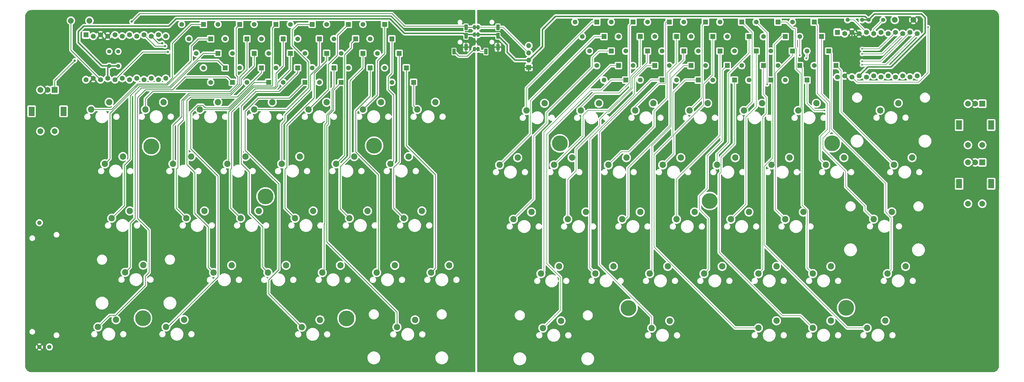
<source format=gbr>
%TF.GenerationSoftware,KiCad,Pcbnew,(7.0.0)*%
%TF.CreationDate,2023-09-10T10:39:49-04:00*%
%TF.ProjectId,RMK-complete,524d4b2d-636f-46d7-906c-6574652e6b69,rev?*%
%TF.SameCoordinates,Original*%
%TF.FileFunction,Copper,L1,Top*%
%TF.FilePolarity,Positive*%
%FSLAX46Y46*%
G04 Gerber Fmt 4.6, Leading zero omitted, Abs format (unit mm)*
G04 Created by KiCad (PCBNEW (7.0.0)) date 2023-09-10 10:39:49*
%MOMM*%
%LPD*%
G01*
G04 APERTURE LIST*
G04 Aperture macros list*
%AMFreePoly0*
4,1,19,0.500000,-0.750000,0.000000,-0.750000,0.000000,-0.744911,-0.071157,-0.744911,-0.207708,-0.704816,-0.327430,-0.627875,-0.420627,-0.520320,-0.479746,-0.390866,-0.500000,-0.250000,-0.500000,0.250000,-0.479746,0.390866,-0.420627,0.520320,-0.327430,0.627875,-0.207708,0.704816,-0.071157,0.744911,0.000000,0.744911,0.000000,0.750000,0.500000,0.750000,0.500000,-0.750000,0.500000,-0.750000,
$1*%
%AMFreePoly1*
4,1,19,0.000000,0.744911,0.071157,0.744911,0.207708,0.704816,0.327430,0.627875,0.420627,0.520320,0.479746,0.390866,0.500000,0.250000,0.500000,-0.250000,0.479746,-0.390866,0.420627,-0.520320,0.327430,-0.627875,0.207708,-0.704816,0.071157,-0.744911,0.000000,-0.744911,0.000000,-0.750000,-0.500000,-0.750000,-0.500000,0.750000,0.000000,0.750000,0.000000,0.744911,0.000000,0.744911,
$1*%
G04 Aperture macros list end*
%TA.AperFunction,ComponentPad*%
%ADD10C,1.651000*%
%TD*%
%TA.AperFunction,ComponentPad*%
%ADD11R,1.651000X1.651000*%
%TD*%
%TA.AperFunction,WasherPad*%
%ADD12R,2.000000X3.200000*%
%TD*%
%TA.AperFunction,ComponentPad*%
%ADD13R,2.000000X2.000000*%
%TD*%
%TA.AperFunction,ComponentPad*%
%ADD14C,2.000000*%
%TD*%
%TA.AperFunction,ComponentPad*%
%ADD15C,2.200000*%
%TD*%
%TA.AperFunction,ComponentPad*%
%ADD16C,1.397000*%
%TD*%
%TA.AperFunction,ComponentPad*%
%ADD17C,5.500000*%
%TD*%
%TA.AperFunction,ComponentPad*%
%ADD18R,1.200000X2.100000*%
%TD*%
%TA.AperFunction,ComponentPad*%
%ADD19C,1.500000*%
%TD*%
%TA.AperFunction,SMDPad,CuDef*%
%ADD20FreePoly0,0.000000*%
%TD*%
%TA.AperFunction,SMDPad,CuDef*%
%ADD21FreePoly1,0.000000*%
%TD*%
%TA.AperFunction,ComponentPad*%
%ADD22R,1.700000X1.700000*%
%TD*%
%TA.AperFunction,ComponentPad*%
%ADD23O,1.700000X1.700000*%
%TD*%
%TA.AperFunction,ComponentPad*%
%ADD24R,1.752600X1.752600*%
%TD*%
%TA.AperFunction,ComponentPad*%
%ADD25C,1.752600*%
%TD*%
%TA.AperFunction,ViaPad*%
%ADD26C,0.600000*%
%TD*%
%TA.AperFunction,ViaPad*%
%ADD27C,0.800000*%
%TD*%
%TA.AperFunction,Conductor*%
%ADD28C,0.250000*%
%TD*%
%TA.AperFunction,Conductor*%
%ADD29C,0.200000*%
%TD*%
%TA.AperFunction,Conductor*%
%ADD30C,0.500000*%
%TD*%
G04 APERTURE END LIST*
%TO.C,*%
G36*
X195779200Y-84018400D02*
G01*
X195279200Y-84018400D01*
X195279200Y-83418400D01*
X195779200Y-83418400D01*
X195779200Y-84018400D01*
G37*
G36*
X195779200Y-89098400D02*
G01*
X195279200Y-89098400D01*
X195279200Y-88498400D01*
X195779200Y-88498400D01*
X195779200Y-89098400D01*
G37*
G36*
X195779200Y-91638400D02*
G01*
X195279200Y-91638400D01*
X195279200Y-91038400D01*
X195779200Y-91038400D01*
X195779200Y-91638400D01*
G37*
G36*
X195779200Y-86558400D02*
G01*
X195279200Y-86558400D01*
X195279200Y-85958400D01*
X195779200Y-85958400D01*
X195779200Y-86558400D01*
G37*
%TD*%
D10*
%TO.P,D28,1,K*%
%TO.N,N/C*%
X160883600Y-92837000D03*
D11*
%TO.P,D28,2,A*%
X168503599Y-92836999D03*
%TD*%
D12*
%TO.P,ROT1,*%
%TO.N,*%
X50913599Y-113156999D03*
X39713599Y-113156999D03*
D13*
%TO.P,ROT1,A,A*%
%TO.N,N/C*%
X47813599Y-105656999D03*
D14*
%TO.P,ROT1,B,B*%
X42813600Y-105657000D03*
%TO.P,ROT1,C,C*%
%TO.N,GND*%
X45313600Y-105657000D03*
%TO.P,ROT1,S1*%
%TO.N,N/C*%
X42813600Y-120157000D03*
%TO.P,ROT1,S2*%
X47813600Y-120157000D03*
%TD*%
D10*
%TO.P,D17,1,K*%
%TO.N,N/C*%
X270767381Y-86988838D03*
D11*
%TO.P,D17,2,A*%
X278387380Y-86988837D03*
%TD*%
D15*
%TO.P,SW19,1*%
%TO.N,N/C*%
X147929600Y-167132000D03*
%TO.P,SW19,2*%
X141579600Y-169672000D03*
%TD*%
D16*
%TO.P,R1,1*%
%TO.N,N/C*%
X338077381Y-81146838D03*
%TO.P,R1,2*%
X332997381Y-81146838D03*
%TD*%
D10*
%TO.P,D7,1,K*%
%TO.N,N/C*%
X245367381Y-86988838D03*
D11*
%TO.P,D7,2,A*%
X252987380Y-86988837D03*
%TD*%
D10*
%TO.P,D27,1,K*%
%TO.N,N/C*%
X296167381Y-86988838D03*
D11*
%TO.P,D27,2,A*%
X303787380Y-86988837D03*
%TD*%
D15*
%TO.P,SW27,1*%
%TO.N,N/C*%
X171805600Y-129032000D03*
%TO.P,SW27,2*%
X165455600Y-131572000D03*
%TD*%
%TO.P,SW32,1*%
%TO.N,N/C*%
X324361381Y-129406838D03*
%TO.P,SW32,2*%
X318011381Y-131946838D03*
%TD*%
D10*
%TO.P,D6,1,K*%
%TO.N,N/C*%
X105003600Y-82677000D03*
D11*
%TO.P,D6,2,A*%
X112623599Y-82676999D03*
%TD*%
D15*
%TO.P,SW23,1*%
%TO.N,N/C*%
X291087381Y-148456838D03*
%TO.P,SW23,2*%
X284737381Y-150996838D03*
%TD*%
D10*
%TO.P,D31,1,K*%
%TO.N,N/C*%
X165963600Y-102997000D03*
D11*
%TO.P,D31,2,A*%
X173583599Y-102996999D03*
%TD*%
D10*
%TO.P,D19,1,K*%
%TO.N,N/C*%
X275847381Y-97148838D03*
D11*
%TO.P,D19,2,A*%
X283467380Y-97148837D03*
%TD*%
D10*
%TO.P,D12,1,K*%
%TO.N,N/C*%
X120243600Y-87757000D03*
D11*
%TO.P,D12,2,A*%
X127863599Y-87756999D03*
%TD*%
D15*
%TO.P,SW4,1*%
%TO.N,N/C*%
X224539381Y-167506838D03*
%TO.P,SW4,2*%
X218189381Y-170046838D03*
%TD*%
D12*
%TO.P,ROT1,*%
%TO.N,*%
X375935380Y-138550837D03*
X364735380Y-138550837D03*
D13*
%TO.P,ROT1,A,A*%
%TO.N,N/C*%
X372835380Y-131050837D03*
D14*
%TO.P,ROT1,B,B*%
X367835381Y-131050838D03*
%TO.P,ROT1,C,C*%
%TO.N,GND*%
X370335381Y-131050838D03*
%TO.P,ROT1,S1*%
%TO.N,N/C*%
X367835381Y-145550838D03*
%TO.P,ROT1,S2*%
X372835381Y-145550838D03*
%TD*%
D10*
%TO.P,D12,1,K*%
%TO.N,N/C*%
X258067381Y-86988838D03*
D11*
%TO.P,D12,2,A*%
X265687380Y-86988837D03*
%TD*%
D15*
%TO.P,SW11,1*%
%TO.N,N/C*%
X105003600Y-109982000D03*
%TO.P,SW11,2*%
X98653600Y-112522000D03*
%TD*%
D10*
%TO.P,D7,1,K*%
%TO.N,N/C*%
X107543600Y-87757000D03*
D11*
%TO.P,D7,2,A*%
X115163599Y-87756999D03*
%TD*%
D10*
%TO.P,D18,1,K*%
%TO.N,N/C*%
X135483600Y-92837000D03*
D11*
%TO.P,D18,2,A*%
X143103599Y-92836999D03*
%TD*%
D15*
%TO.P,SW29,1*%
%TO.N,N/C*%
X186029600Y-167132000D03*
%TO.P,SW29,2*%
X179679600Y-169672000D03*
%TD*%
%TO.P,SW7,1*%
%TO.N,N/C*%
X229111381Y-129406838D03*
%TO.P,SW7,2*%
X222761381Y-131946838D03*
%TD*%
D16*
%TO.P,R1,1*%
%TO.N,N/C*%
X70078600Y-97282000D03*
%TO.P,R1,2*%
X70078600Y-92202000D03*
%TD*%
D15*
%TO.P,SW20,1*%
%TO.N,N/C*%
X174091600Y-186243000D03*
%TO.P,SW20,2*%
X167741600Y-188783000D03*
%TD*%
D14*
%TO.P,SW_A1,1,1*%
%TO.N,N/C*%
X342193381Y-81146838D03*
%TO.P,SW_A1,2,2*%
%TO.N,GND*%
X348693381Y-81146838D03*
%TD*%
D15*
%TO.P,SW25,1*%
%TO.N,N/C*%
X338839381Y-186556838D03*
%TO.P,SW25,2*%
X332489381Y-189096838D03*
%TD*%
D10*
%TO.P,D34,1*%
%TO.N,N/C*%
X311407381Y-92068838D03*
D11*
%TO.P,D34,2*%
X319027380Y-92068837D03*
%TD*%
D10*
%TO.P,D8,1,K*%
%TO.N,N/C*%
X247907381Y-92068838D03*
D11*
%TO.P,D8,2,A*%
X255527380Y-92068837D03*
%TD*%
D10*
%TO.P,D22,1,K*%
%TO.N,N/C*%
X283467381Y-86988838D03*
D11*
%TO.P,D22,2,A*%
X291087380Y-86988837D03*
%TD*%
D10*
%TO.P,D26,1,K*%
%TO.N,N/C*%
X155803600Y-82677000D03*
D11*
%TO.P,D26,2,A*%
X163423599Y-82676999D03*
%TD*%
D15*
%TO.P,SW34,1*%
%TO.N,N/C*%
X345951381Y-167506838D03*
%TO.P,SW34,2*%
X339601381Y-170046838D03*
%TD*%
%TO.P,SW12,1*%
%TO.N,N/C*%
X114655600Y-129032000D03*
%TO.P,SW12,2*%
X108305600Y-131572000D03*
%TD*%
D14*
%TO.P,SW_A1,1,1*%
%TO.N,N/C*%
X53493600Y-81407000D03*
%TO.P,SW_A1,2,2*%
X59993600Y-81407000D03*
%TD*%
D17*
%TO.P,,HOLE*%
%TO.N,N/C*%
X81661000Y-125476000D03*
%TD*%
D10*
%TO.P,D11,1,K*%
%TO.N,N/C*%
X255527381Y-81908838D03*
D11*
%TO.P,D11,2,A*%
X263147380Y-81908837D03*
%TD*%
D15*
%TO.P,SW24,1*%
%TO.N,N/C*%
X166979600Y-167132000D03*
%TO.P,SW24,2*%
X160629600Y-169672000D03*
%TD*%
D10*
%TO.P,D26,1,K*%
%TO.N,N/C*%
X293627381Y-81908838D03*
D11*
%TO.P,D26,2,A*%
X301247380Y-81908837D03*
%TD*%
D10*
%TO.P,D9,1,K*%
%TO.N,N/C*%
X250447381Y-97148838D03*
D11*
%TO.P,D9,2,A*%
X258067380Y-97148837D03*
%TD*%
D10*
%TO.P,D5,1,K*%
%TO.N,N/C*%
X102463600Y-102997000D03*
D11*
%TO.P,D5,2,A*%
X110083599Y-102996999D03*
%TD*%
D15*
%TO.P,SW4,1*%
%TO.N,N/C*%
X78841600Y-167066000D03*
%TO.P,SW4,2*%
X72491600Y-169606000D03*
%TD*%
%TO.P,SW6,1*%
%TO.N,N/C*%
X238509381Y-110356838D03*
%TO.P,SW6,2*%
X232159381Y-112896838D03*
%TD*%
%TO.P,SW2,1*%
%TO.N,N/C*%
X71729600Y-129032000D03*
%TO.P,SW2,2*%
X65379600Y-131572000D03*
%TD*%
%TO.P,SW27,1*%
%TO.N,N/C*%
X305311381Y-129406838D03*
%TO.P,SW27,2*%
X298961381Y-131946838D03*
%TD*%
%TO.P,SW9,1*%
%TO.N,N/C*%
X109829600Y-167132000D03*
%TO.P,SW9,2*%
X103479600Y-169672000D03*
%TD*%
D18*
%TO.P,U2,1,SLEEVE*%
%TO.N,GND*%
X203115599Y-90714499D03*
%TO.P,U2,2,TIP*%
%TO.N,VCC2*%
X203115599Y-86714499D03*
%TO.P,U2,3,RING1*%
%TO.N,SCL2*%
X203115599Y-83714499D03*
%TO.P,U2,4,RING2*%
%TO.N,SDA2*%
X198915599Y-92214499D03*
%TD*%
D10*
%TO.P,D10,1,K*%
%TO.N,N/C*%
X252987381Y-102228838D03*
D11*
%TO.P,D10,2,A*%
X260607380Y-102228837D03*
%TD*%
D10*
%TO.P,D31,1,K*%
%TO.N,N/C*%
X303787381Y-102228838D03*
D11*
%TO.P,D31,2,A*%
X311407380Y-102228837D03*
%TD*%
D15*
%TO.P,SW33,1*%
%TO.N,N/C*%
X341125381Y-148390838D03*
%TO.P,SW33,2*%
X334775381Y-150930838D03*
%TD*%
D10*
%TO.P,D19,1,K*%
%TO.N,N/C*%
X138023600Y-97917000D03*
D11*
%TO.P,D19,2,A*%
X145643599Y-97916999D03*
%TD*%
D10*
%TO.P,D2,1,K*%
%TO.N,N/C*%
X94843600Y-87757000D03*
D11*
%TO.P,D2,2,A*%
X102463599Y-87756999D03*
%TD*%
D15*
%TO.P,SW21,1*%
%TO.N,N/C*%
X143103600Y-109982000D03*
%TO.P,SW21,2*%
X136753600Y-112522000D03*
%TD*%
%TO.P,SW31,1*%
%TO.N,N/C*%
X343411381Y-110290838D03*
%TO.P,SW31,2*%
X337061381Y-112830838D03*
%TD*%
%TO.P,SW28,1*%
%TO.N,N/C*%
X310137381Y-148456838D03*
%TO.P,SW28,2*%
X303787381Y-150996838D03*
%TD*%
%TO.P,SW35,1*%
%TO.N,N/C*%
X348237381Y-129406838D03*
%TO.P,SW35,2*%
X341887381Y-131946838D03*
%TD*%
%TO.P,SW1,1*%
%TO.N,N/C*%
X219459381Y-110356838D03*
%TO.P,SW1,2*%
X213109381Y-112896838D03*
%TD*%
%TO.P,SW24,1*%
%TO.N,N/C*%
X300739381Y-167506838D03*
%TO.P,SW24,2*%
X294389381Y-170046838D03*
%TD*%
D10*
%TO.P,D8,1,K*%
%TO.N,N/C*%
X110083600Y-92837000D03*
D11*
%TO.P,D8,2,A*%
X117703599Y-92836999D03*
%TD*%
D16*
%TO.P,R2,1*%
%TO.N,N/C*%
X330711381Y-81146838D03*
%TO.P,R2,2*%
X325631381Y-81146838D03*
%TD*%
D15*
%TO.P,SW11,1*%
%TO.N,N/C*%
X257559381Y-110356838D03*
%TO.P,SW11,2*%
X251209381Y-112896838D03*
%TD*%
%TO.P,SW13,1*%
%TO.N,N/C*%
X119354600Y-148082000D03*
%TO.P,SW13,2*%
X113004600Y-150622000D03*
%TD*%
D10*
%TO.P,D20,1,K*%
%TO.N,N/C*%
X140563600Y-102997000D03*
D11*
%TO.P,D20,2,A*%
X148183599Y-102996999D03*
%TD*%
D12*
%TO.P,ROT2,*%
%TO.N,*%
X375935380Y-117976837D03*
X364735380Y-117976837D03*
D13*
%TO.P,ROT2,A,A*%
%TO.N,N/C*%
X372835380Y-110476837D03*
D14*
%TO.P,ROT2,B,B*%
X367835381Y-110476838D03*
%TO.P,ROT2,C,C*%
%TO.N,GND*%
X370335381Y-110476838D03*
%TO.P,ROT2,S1*%
%TO.N,N/C*%
X367835381Y-124976838D03*
%TO.P,ROT2,S2*%
X372835381Y-124976838D03*
%TD*%
D15*
%TO.P,SW14,1*%
%TO.N,N/C*%
X262639381Y-167506838D03*
%TO.P,SW14,2*%
X256289381Y-170046838D03*
%TD*%
%TO.P,SW7,1*%
%TO.N,N/C*%
X95605600Y-129032000D03*
%TO.P,SW7,2*%
X89255600Y-131572000D03*
%TD*%
%TO.P,SW31,1*%
%TO.N,N/C*%
X181203600Y-109982000D03*
%TO.P,SW31,2*%
X174853600Y-112522000D03*
%TD*%
%TO.P,SW19,1*%
%TO.N,N/C*%
X281689381Y-167506838D03*
%TO.P,SW19,2*%
X275339381Y-170046838D03*
%TD*%
%TO.P,SW28,1*%
%TO.N,N/C*%
X176504600Y-148082000D03*
%TO.P,SW28,2*%
X170154600Y-150622000D03*
%TD*%
D10*
%TO.P,D14,1,K*%
%TO.N,N/C*%
X125323600Y-97917000D03*
D11*
%TO.P,D14,2,A*%
X132943599Y-97916999D03*
%TD*%
D10*
%TO.P,D16,1,K*%
%TO.N,N/C*%
X130403600Y-82677000D03*
D11*
%TO.P,D16,2,A*%
X138023599Y-82676999D03*
%TD*%
D15*
%TO.P,SW15,1*%
%TO.N,N/C*%
X300739381Y-186556838D03*
%TO.P,SW15,2*%
X294389381Y-189096838D03*
%TD*%
D16*
%TO.P,R2,1*%
%TO.N,N/C*%
X66903600Y-97282000D03*
%TO.P,R2,2*%
X66903600Y-92202000D03*
%TD*%
D19*
%TO.P,RV1,1,1*%
%TO.N,GND*%
X42463600Y-195722000D03*
%TO.P,RV1,2,2*%
%TO.N,N/C*%
X45963600Y-195722000D03*
%TO.P,RV1,3,3*%
X42463600Y-152222000D03*
%TD*%
D15*
%TO.P,SW16,1*%
%TO.N,N/C*%
X276609381Y-110356838D03*
%TO.P,SW16,2*%
X270259381Y-112896838D03*
%TD*%
D17*
%TO.P,,HOLE*%
%TO.N,N/C*%
X121691400Y-143002000D03*
%TD*%
%TO.P,,HOLE*%
%TO.N,N/C*%
X224815400Y-124409200D03*
%TD*%
D15*
%TO.P,SW2,1*%
%TO.N,N/C*%
X210061381Y-129406838D03*
%TO.P,SW2,2*%
X203711381Y-131946838D03*
%TD*%
%TO.P,SW17,1*%
%TO.N,N/C*%
X133705600Y-129032000D03*
%TO.P,SW17,2*%
X127355600Y-131572000D03*
%TD*%
%TO.P,SW22,1*%
%TO.N,N/C*%
X286261381Y-129406838D03*
%TO.P,SW22,2*%
X279911381Y-131946838D03*
%TD*%
%TO.P,SW14,1*%
%TO.N,N/C*%
X128879600Y-167132000D03*
%TO.P,SW14,2*%
X122529600Y-169672000D03*
%TD*%
D10*
%TO.P,D1,1,K*%
%TO.N,N/C*%
X230127381Y-81908838D03*
D11*
%TO.P,D1,2,A*%
X237747380Y-81908837D03*
%TD*%
D15*
%TO.P,SW21,1*%
%TO.N,N/C*%
X295659381Y-110356838D03*
%TO.P,SW21,2*%
X289309381Y-112896838D03*
%TD*%
%TO.P,SW8,1*%
%TO.N,N/C*%
X233937381Y-148456838D03*
%TO.P,SW8,2*%
X227587381Y-150996838D03*
%TD*%
D10*
%TO.P,D27,1,K*%
%TO.N,N/C*%
X158343600Y-87757000D03*
D11*
%TO.P,D27,2,A*%
X165963599Y-87756999D03*
%TD*%
D10*
%TO.P,D32,1*%
%TO.N,N/C*%
X306327381Y-81908838D03*
D11*
%TO.P,D32,2*%
X313947380Y-81908837D03*
%TD*%
D10*
%TO.P,D4,1,K*%
%TO.N,N/C*%
X99923600Y-97917000D03*
D11*
%TO.P,D4,2,A*%
X107543599Y-97916999D03*
%TD*%
D15*
%TO.P,SW13,1*%
%TO.N,N/C*%
X252987381Y-148456838D03*
%TO.P,SW13,2*%
X246637381Y-150996838D03*
%TD*%
D10*
%TO.P,D15,1,K*%
%TO.N,N/C*%
X127863600Y-102997000D03*
D11*
%TO.P,D15,2,A*%
X135483599Y-102996999D03*
%TD*%
D15*
%TO.P,SW6,1*%
%TO.N,N/C*%
X85953600Y-109982000D03*
%TO.P,SW6,2*%
X79603600Y-112522000D03*
%TD*%
D17*
%TO.P,,HOLE*%
%TO.N,N/C*%
X277342600Y-144576800D03*
%TD*%
D20*
%TO.P,,1*%
%TO.N,SCL1*%
X194879200Y-83718400D03*
D21*
%TO.P,,2*%
%TO.N,SCL2*%
X196179200Y-83718400D03*
%TD*%
D10*
%TO.P,D13,1,K*%
%TO.N,N/C*%
X260607381Y-92068838D03*
D11*
%TO.P,D13,2,A*%
X268227380Y-92068837D03*
%TD*%
D22*
%TO.P,J1,1,Pin_1*%
%TO.N,GND*%
X213947980Y-97773837D03*
D23*
%TO.P,J1,2,Pin_2*%
%TO.N,N/C*%
X213947980Y-95233837D03*
%TO.P,J1,3,Pin_3*%
X213947980Y-92693837D03*
%TO.P,J1,4,Pin_4*%
%TO.N,SDA2*%
X213947980Y-90153837D03*
%TD*%
D10*
%TO.P,D3,1,K*%
%TO.N,N/C*%
X97383600Y-92837000D03*
D11*
%TO.P,D3,2,A*%
X105003599Y-92836999D03*
%TD*%
D10*
%TO.P,D5,1,K*%
%TO.N,N/C*%
X240287381Y-102228838D03*
D11*
%TO.P,D5,2,A*%
X247907380Y-102228837D03*
%TD*%
D15*
%TO.P,SW12,1*%
%TO.N,N/C*%
X248161381Y-129406838D03*
%TO.P,SW12,2*%
X241811381Y-131946838D03*
%TD*%
D20*
%TO.P,,1*%
%TO.N,GND*%
X194879200Y-88798400D03*
D21*
%TO.P,,2*%
X196179200Y-88798400D03*
%TD*%
D10*
%TO.P,D4,1,K*%
%TO.N,N/C*%
X237747381Y-97148838D03*
D11*
%TO.P,D4,2,A*%
X245367380Y-97148837D03*
%TD*%
D15*
%TO.P,SW26,1*%
%TO.N,N/C*%
X162153600Y-109982000D03*
%TO.P,SW26,2*%
X155803600Y-112522000D03*
%TD*%
%TO.P,SW18,1*%
%TO.N,N/C*%
X138404600Y-148082000D03*
%TO.P,SW18,2*%
X132054600Y-150622000D03*
%TD*%
D17*
%TO.P,,HOLE*%
%TO.N,N/C*%
X150088600Y-185724800D03*
%TD*%
D10*
%TO.P,D6,1,K*%
%TO.N,N/C*%
X242827381Y-81908838D03*
D11*
%TO.P,D6,2,A*%
X250447380Y-81908837D03*
%TD*%
D15*
%TO.P,SW20,1*%
%TO.N,N/C*%
X319789381Y-186556838D03*
%TO.P,SW20,2*%
X313439381Y-189096838D03*
%TD*%
D10*
%TO.P,D22,1,K*%
%TO.N,N/C*%
X145643600Y-87757000D03*
D11*
%TO.P,D22,2,A*%
X153263599Y-87756999D03*
%TD*%
D10*
%TO.P,D20,1,K*%
%TO.N,N/C*%
X278387381Y-102228838D03*
D11*
%TO.P,D20,2,A*%
X286007380Y-102228837D03*
%TD*%
D10*
%TO.P,D1,1,K*%
%TO.N,N/C*%
X92303600Y-82677000D03*
D11*
%TO.P,D1,2,A*%
X99923599Y-82676999D03*
%TD*%
D10*
%TO.P,D23,1,K*%
%TO.N,N/C*%
X148183600Y-92837000D03*
D11*
%TO.P,D23,2,A*%
X155803599Y-92836999D03*
%TD*%
D10*
%TO.P,D35,1*%
%TO.N,N/C*%
X313947381Y-97148838D03*
D11*
%TO.P,D35,2*%
X321567380Y-97148837D03*
%TD*%
D10*
%TO.P,D3,1,K*%
%TO.N,N/C*%
X235207381Y-92068838D03*
D11*
%TO.P,D3,2,A*%
X242827380Y-92068837D03*
%TD*%
D15*
%TO.P,SW10,1*%
%TO.N,N/C*%
X263347200Y-186588400D03*
%TO.P,SW10,2*%
X256997200Y-189128400D03*
%TD*%
%TO.P,SW22,1*%
%TO.N,N/C*%
X152755600Y-129032000D03*
%TO.P,SW22,2*%
X146405600Y-131572000D03*
%TD*%
%TO.P,SW5,1*%
%TO.N,N/C*%
X69316600Y-186182000D03*
%TO.P,SW5,2*%
X62966600Y-188722000D03*
%TD*%
%TO.P,SW15,1*%
%TO.N,N/C*%
X140766800Y-186232800D03*
%TO.P,SW15,2*%
X134416800Y-188772800D03*
%TD*%
D10*
%TO.P,D11,1,K*%
%TO.N,N/C*%
X117703600Y-82677000D03*
D11*
%TO.P,D11,2,A*%
X125323599Y-82676999D03*
%TD*%
D10*
%TO.P,D9,1,K*%
%TO.N,N/C*%
X112623600Y-97917000D03*
D11*
%TO.P,D9,2,A*%
X120243599Y-97916999D03*
%TD*%
D15*
%TO.P,SW16,1*%
%TO.N,N/C*%
X124053600Y-109982000D03*
%TO.P,SW16,2*%
X117703600Y-112522000D03*
%TD*%
D10*
%TO.P,D29,1,K*%
%TO.N,N/C*%
X163423600Y-97917000D03*
D11*
%TO.P,D29,2,A*%
X171043599Y-97916999D03*
%TD*%
D15*
%TO.P,SW1,1*%
%TO.N,N/C*%
X66903600Y-109982000D03*
%TO.P,SW1,2*%
X60553600Y-112522000D03*
%TD*%
%TO.P,SW17,1*%
%TO.N,N/C*%
X267211381Y-129406838D03*
%TO.P,SW17,2*%
X260861381Y-131946838D03*
%TD*%
%TO.P,SW10,1*%
%TO.N,N/C*%
X93192600Y-186182000D03*
%TO.P,SW10,2*%
X86842600Y-188722000D03*
%TD*%
%TO.P,SW18,1*%
%TO.N,N/C*%
X272037381Y-148456838D03*
%TO.P,SW18,2*%
X265687381Y-150996838D03*
%TD*%
D18*
%TO.P,U2,1,SLEEVE*%
%TO.N,GND*%
X191939599Y-90714499D03*
%TO.P,U2,2,TIP*%
%TO.N,VCC1*%
X191939599Y-86714499D03*
%TO.P,U2,3,RING1*%
%TO.N,SCL1*%
X191939599Y-83714499D03*
%TO.P,U2,4,RING2*%
%TO.N,SDA1*%
X187739599Y-92214499D03*
%TD*%
D10*
%TO.P,D33,1*%
%TO.N,N/C*%
X308867381Y-86988838D03*
D11*
%TO.P,D33,2*%
X316487380Y-86988837D03*
%TD*%
D10*
%TO.P,D15,1,K*%
%TO.N,N/C*%
X265687381Y-102228838D03*
D11*
%TO.P,D15,2,A*%
X273307380Y-102228837D03*
%TD*%
D20*
%TO.P,,1*%
%TO.N,SDA1*%
X194879200Y-91338400D03*
D21*
%TO.P,,2*%
%TO.N,SDA2*%
X196179200Y-91338400D03*
%TD*%
D17*
%TO.P,,HOLE*%
%TO.N,N/C*%
X248894600Y-182118000D03*
%TD*%
D10*
%TO.P,D21,1,K*%
%TO.N,N/C*%
X143103600Y-82677000D03*
D11*
%TO.P,D21,2,A*%
X150723599Y-82676999D03*
%TD*%
D10*
%TO.P,D25,1*%
%TO.N,N/C*%
X291087381Y-102228838D03*
D11*
%TO.P,D25,2*%
X298707380Y-102228837D03*
%TD*%
D10*
%TO.P,D24,1,K*%
%TO.N,N/C*%
X150723600Y-97917000D03*
D11*
%TO.P,D24,2,A*%
X158343599Y-97916999D03*
%TD*%
D17*
%TO.P,,HOLE*%
%TO.N,N/C*%
X78765400Y-185674000D03*
%TD*%
D10*
%TO.P,D24,1,K*%
%TO.N,N/C*%
X288547381Y-97148838D03*
D11*
%TO.P,D24,2,A*%
X296167380Y-97148837D03*
%TD*%
D15*
%TO.P,SW9,1*%
%TO.N,N/C*%
X243589381Y-167506838D03*
%TO.P,SW9,2*%
X237239381Y-170046838D03*
%TD*%
D10*
%TO.P,D28,1,K*%
%TO.N,N/C*%
X298707381Y-92068838D03*
D11*
%TO.P,D28,2,A*%
X306327380Y-92068837D03*
%TD*%
D10*
%TO.P,D14,1,K*%
%TO.N,N/C*%
X263147381Y-97148838D03*
D11*
%TO.P,D14,2,A*%
X270767380Y-97148837D03*
%TD*%
D10*
%TO.P,D13,1,K*%
%TO.N,N/C*%
X122783600Y-92837000D03*
D11*
%TO.P,D13,2,A*%
X130403599Y-92836999D03*
%TD*%
D10*
%TO.P,D23,1,K*%
%TO.N,N/C*%
X286007381Y-92068838D03*
D11*
%TO.P,D23,2,A*%
X293627380Y-92068837D03*
%TD*%
D15*
%TO.P,SW29,1*%
%TO.N,N/C*%
X319789381Y-167506838D03*
%TO.P,SW29,2*%
X313439381Y-170046838D03*
%TD*%
D10*
%TO.P,D21,1,K*%
%TO.N,N/C*%
X280927381Y-81908838D03*
D11*
%TO.P,D21,2,A*%
X288547380Y-81908837D03*
%TD*%
D10*
%TO.P,D10,1,K*%
%TO.N,N/C*%
X115163600Y-102997000D03*
D11*
%TO.P,D10,2,A*%
X122783599Y-102996999D03*
%TD*%
D10*
%TO.P,D18,1,K*%
%TO.N,N/C*%
X273307381Y-92068838D03*
D11*
%TO.P,D18,2,A*%
X280927380Y-92068837D03*
%TD*%
D15*
%TO.P,SW26,1*%
%TO.N,N/C*%
X314709381Y-110356838D03*
%TO.P,SW26,2*%
X308359381Y-112896838D03*
%TD*%
D10*
%TO.P,D2,1,K*%
%TO.N,N/C*%
X232667381Y-86988838D03*
D11*
%TO.P,D2,2,A*%
X240287380Y-86988837D03*
%TD*%
D10*
%TO.P,D17,1,K*%
%TO.N,N/C*%
X132943600Y-87757000D03*
D11*
%TO.P,D17,2,A*%
X140563599Y-87756999D03*
%TD*%
D15*
%TO.P,SW23,1*%
%TO.N,N/C*%
X157454600Y-148082000D03*
%TO.P,SW23,2*%
X151104600Y-150622000D03*
%TD*%
%TO.P,SW5,1*%
%TO.N,N/C*%
X225247200Y-186573200D03*
%TO.P,SW5,2*%
X218897200Y-189113200D03*
%TD*%
%TO.P,SW8,1*%
%TO.N,N/C*%
X100304600Y-148082000D03*
%TO.P,SW8,2*%
X93954600Y-150622000D03*
%TD*%
D17*
%TO.P,,HOLE*%
%TO.N,N/C*%
X320217800Y-124358400D03*
%TD*%
%TO.P,,HOLE*%
%TO.N,N/C*%
X159740600Y-125222000D03*
%TD*%
D10*
%TO.P,D16,1,K*%
%TO.N,N/C*%
X268227381Y-81908838D03*
D11*
%TO.P,D16,2,A*%
X275847380Y-81908837D03*
%TD*%
D10*
%TO.P,D29,1,K*%
%TO.N,N/C*%
X301247381Y-97148838D03*
D11*
%TO.P,D29,2,A*%
X308867380Y-97148837D03*
%TD*%
D15*
%TO.P,SW3,1*%
%TO.N,N/C*%
X74142600Y-148082000D03*
%TO.P,SW3,2*%
X67792600Y-150622000D03*
%TD*%
D17*
%TO.P,,HOLE*%
%TO.N,N/C*%
X325145400Y-182067200D03*
%TD*%
D20*
%TO.P,,1*%
%TO.N,VCC1*%
X194879200Y-86258400D03*
D21*
%TO.P,,2*%
%TO.N,VCC2*%
X196179200Y-86258400D03*
%TD*%
D15*
%TO.P,SW3,1*%
%TO.N,N/C*%
X214887381Y-148456838D03*
%TO.P,SW3,2*%
X208537381Y-150996838D03*
%TD*%
D24*
%TO.P,U1,1,TX0/PD3*%
%TO.N,N/C*%
X58775599Y-86385399D03*
D25*
%TO.P,U1,2,RX1/PD2*%
X61315600Y-86842600D03*
%TO.P,U1,3,GND*%
%TO.N,GND*%
X63855600Y-86385400D03*
%TO.P,U1,4,GND*%
X66395600Y-86842600D03*
%TO.P,U1,5,2/PD1*%
%TO.N,N/C*%
X68935600Y-86385400D03*
%TO.P,U1,6,3/PD0*%
X71475600Y-86842600D03*
%TO.P,U1,7,4/PD4*%
X74015600Y-86385400D03*
%TO.P,U1,8,5/PC6*%
X76555600Y-86842600D03*
%TO.P,U1,9,6/PD7*%
X79095600Y-86385400D03*
%TO.P,U1,10,7/PE6*%
X81635600Y-86842600D03*
%TO.P,U1,11,8/PB4*%
X84175600Y-86385400D03*
%TO.P,U1,12,9/PB5*%
X86715600Y-86842600D03*
%TO.P,U1,13,10/PB6*%
X86715600Y-101625400D03*
%TO.P,U1,14,16/PB2*%
X84175600Y-102082600D03*
%TO.P,U1,15,14/PB3*%
X81635600Y-101625400D03*
%TO.P,U1,16,15/PB1*%
X79095600Y-102082600D03*
%TO.P,U1,17,A0/PF7*%
X76555600Y-101625400D03*
%TO.P,U1,18,A1/PF6*%
X74015600Y-102082600D03*
%TO.P,U1,19,A2/PF5*%
X71475600Y-101625400D03*
%TO.P,U1,20,A3/PF4*%
X68935600Y-102082600D03*
%TO.P,U1,21,VCC*%
X66395600Y-101625400D03*
%TO.P,U1,22,RST*%
X63855600Y-102082600D03*
%TO.P,U1,23,GND*%
%TO.N,GND*%
X61315600Y-101625400D03*
%TO.P,U1,24,RAW*%
%TO.N,N/C*%
X58775600Y-102082600D03*
%TD*%
D24*
%TO.P,U1,1,TX0/PD3*%
%TO.N,N/C*%
X322075380Y-85490237D03*
D25*
%TO.P,U1,2,RX1/PD2*%
X324615381Y-85947438D03*
%TO.P,U1,3,GND*%
%TO.N,GND*%
X327155381Y-85490238D03*
%TO.P,U1,4,GND*%
X329695381Y-85947438D03*
%TO.P,U1,5,2/PD1*%
%TO.N,N/C*%
X332235381Y-85490238D03*
%TO.P,U1,6,3/PD0*%
X334775381Y-85947438D03*
%TO.P,U1,7,4/PD4*%
X337315381Y-85490238D03*
%TO.P,U1,8,5/PC6*%
X339855381Y-85947438D03*
%TO.P,U1,9,6/PD7*%
X342395381Y-85490238D03*
%TO.P,U1,10,7/PE6*%
X344935381Y-85947438D03*
%TO.P,U1,11,8/PB4*%
X347475381Y-85490238D03*
%TO.P,U1,12,9/PB5*%
X350015381Y-85947438D03*
%TO.P,U1,13,10/PB6*%
X350015381Y-100730238D03*
%TO.P,U1,14,16/PB2*%
X347475381Y-101187438D03*
%TO.P,U1,15,14/PB3*%
X344935381Y-100730238D03*
%TO.P,U1,16,15/PB1*%
X342395381Y-101187438D03*
%TO.P,U1,17,A0/PF7*%
X339855381Y-100730238D03*
%TO.P,U1,18,A1/PF6*%
X337315381Y-101187438D03*
%TO.P,U1,19,A2/PF5*%
X334775381Y-100730238D03*
%TO.P,U1,20,A3/PF4*%
X332235381Y-101187438D03*
%TO.P,U1,21,VCC*%
X329695381Y-100730238D03*
%TO.P,U1,22,RST*%
X327155381Y-101187438D03*
%TO.P,U1,23,GND*%
%TO.N,GND*%
X324615381Y-100730238D03*
%TO.P,U1,24,RAW*%
%TO.N,N/C*%
X322075381Y-101187438D03*
%TD*%
D26*
%TO.N,*%
X330711381Y-95624838D03*
X297437381Y-103752838D03*
X330711381Y-96894838D03*
D27*
X85445600Y-89281000D03*
D26*
X330711381Y-93084838D03*
X308867381Y-93592838D03*
D27*
X86461600Y-90297000D03*
X87477600Y-92329000D03*
D26*
X317503381Y-112896838D03*
X311153381Y-94608838D03*
X353825381Y-83686838D03*
D27*
X54838600Y-95377000D03*
D26*
X330711381Y-91306838D03*
D27*
%TO.N,SCL1*%
X74841100Y-81724500D03*
%TD*%
D28*
%TO.N,*%
X129133600Y-132779586D02*
X128498600Y-133414586D01*
D29*
X286209280Y-189096838D02*
X294389381Y-189096838D01*
X274721881Y-83034338D02*
X274721881Y-108434338D01*
X286007381Y-124580838D02*
X286007381Y-102228838D01*
D28*
X128498600Y-114427000D02*
X128498600Y-116332000D01*
D29*
X236985381Y-106800838D02*
X232159381Y-111626838D01*
X300377381Y-99610536D02*
X300377381Y-147586838D01*
X265687381Y-96386838D02*
X262385381Y-99688838D01*
X295913381Y-168522838D02*
X294389381Y-170046838D01*
D28*
X78218600Y-105017000D02*
X75944600Y-107291000D01*
D29*
X235277381Y-153039782D02*
X235277381Y-168084838D01*
X280927381Y-92068838D02*
X280927381Y-121613782D01*
D28*
X79603600Y-170942000D02*
X79603600Y-174117000D01*
X148183600Y-102997000D02*
X145512600Y-105668000D01*
D29*
X330711381Y-95624838D02*
X337340781Y-95624838D01*
X318519381Y-119554419D02*
X316128400Y-121945400D01*
X227587381Y-137026838D02*
X227587381Y-150996838D01*
D28*
X105003600Y-171156068D02*
X87437668Y-188722000D01*
X164693600Y-101092000D02*
X164693600Y-105537000D01*
D29*
X319379600Y-109947057D02*
X319379600Y-120218200D01*
D28*
X111988600Y-101092000D02*
X111988600Y-103501000D01*
D29*
X235277381Y-168084838D02*
X237239381Y-170046838D01*
D28*
X124885100Y-104705500D02*
X117420628Y-104705500D01*
X76805879Y-108334721D02*
X76805879Y-150703211D01*
D29*
X281311381Y-134610838D02*
X281311381Y-129276838D01*
X306327381Y-92068838D02*
X306327381Y-93660536D01*
D28*
X98145600Y-87757000D02*
X95605600Y-90297000D01*
X120243600Y-99620421D02*
X111787021Y-108077000D01*
X80873600Y-154770932D02*
X80873600Y-169672000D01*
D29*
X313439381Y-189096838D02*
X309121381Y-184778838D01*
X265687381Y-136853782D02*
X265687381Y-150996838D01*
X220221381Y-117214838D02*
X215649381Y-121786838D01*
X275847381Y-81908838D02*
X274721881Y-83034338D01*
X280673381Y-135248838D02*
X281311381Y-134610838D01*
D28*
X160883600Y-95377000D02*
X160883600Y-107442000D01*
X145512600Y-105668000D02*
X145512600Y-112730764D01*
D29*
X292212881Y-85574338D02*
X292212881Y-109993338D01*
D28*
X127863600Y-97282000D02*
X125323600Y-99822000D01*
D29*
X311537381Y-152979782D02*
X311477381Y-153039782D01*
D28*
X95605600Y-95581764D02*
X87178364Y-104009000D01*
D29*
X247653381Y-150996838D02*
X246637381Y-150996838D01*
X330711381Y-91306838D02*
X336578781Y-91306838D01*
X249177381Y-83178838D02*
X249177381Y-103209838D01*
X250193381Y-101466838D02*
X250193381Y-105101926D01*
D28*
X120665600Y-167808000D02*
X122529600Y-169672000D01*
D29*
X280673381Y-162680838D02*
X280673381Y-135248838D01*
X257813381Y-160700939D02*
X286209280Y-189096838D01*
D28*
X143103600Y-118237000D02*
X143103600Y-158877000D01*
D29*
X316128400Y-130063857D02*
X316128400Y-129997200D01*
D28*
X60553600Y-112522000D02*
X67792600Y-112522000D01*
D29*
X236985381Y-86988838D02*
X214509381Y-109464838D01*
D28*
X109395364Y-106807000D02*
X94843600Y-106807000D01*
X151276600Y-102444000D02*
X151276600Y-129114000D01*
X87477600Y-92329000D02*
X78689200Y-92329000D01*
D29*
X321567381Y-97148838D02*
X323345381Y-98926838D01*
D28*
X108813600Y-111887000D02*
X100558600Y-111887000D01*
D29*
X290001381Y-145732838D02*
X284737381Y-150996838D01*
D28*
X109473128Y-107442000D02*
X94921364Y-107442000D01*
X129133600Y-112522000D02*
X136753600Y-104902000D01*
X135483600Y-102997000D02*
X129977600Y-108503000D01*
X118338600Y-106172000D02*
X113176600Y-111334000D01*
D29*
X301247381Y-81908838D02*
X304295381Y-81908838D01*
X306327381Y-93660536D02*
X300377381Y-99610536D01*
X261732881Y-103354338D02*
X259481881Y-103354338D01*
D28*
X79603600Y-174117000D02*
X69017600Y-184703000D01*
X89001600Y-101473000D02*
X89001600Y-89281000D01*
X143103600Y-114427000D02*
X143103600Y-117061707D01*
X124053600Y-83947000D02*
X125323600Y-82677000D01*
X146848100Y-86552500D02*
X150723600Y-82677000D01*
D29*
X215649381Y-121786838D02*
X215649381Y-143884838D01*
X242827381Y-92068838D02*
X238509381Y-92068838D01*
X250193381Y-105101926D02*
X241890469Y-113404838D01*
D28*
X142173600Y-152652932D02*
X142173600Y-169078000D01*
D29*
X300377381Y-147586838D02*
X303787381Y-150996838D01*
X238509381Y-92068838D02*
X236223381Y-94354838D01*
D28*
X63855600Y-102082600D02*
X53493600Y-91720600D01*
D29*
X288547381Y-81908838D02*
X292212881Y-85574338D01*
D28*
X128498600Y-133414586D02*
X128498600Y-147066000D01*
D29*
X281689381Y-98926838D02*
X281689381Y-123564838D01*
X275209381Y-103628838D02*
X275209381Y-110913894D01*
D28*
X95478600Y-113605378D02*
X95478600Y-126335189D01*
D29*
X241306162Y-113404838D02*
X238810800Y-115900200D01*
X327155381Y-101187438D02*
X328958781Y-102990838D01*
X328958781Y-102990838D02*
X350523381Y-102990838D01*
D28*
X114528600Y-126813378D02*
X124621222Y-136906000D01*
D29*
X241832783Y-112896838D02*
X234699381Y-112896838D01*
D28*
X79603600Y-108712000D02*
X79603600Y-112522000D01*
X140563600Y-87757000D02*
X140563600Y-97282000D01*
D29*
X257813381Y-128390838D02*
X257813381Y-160700939D01*
X323345381Y-113404838D02*
X341887381Y-131946838D01*
D28*
X140563600Y-97282000D02*
X137388600Y-100457000D01*
D29*
X337797981Y-93084838D02*
X344935381Y-85947438D01*
D28*
X143738600Y-105537000D02*
X143738600Y-96647000D01*
X111353600Y-100457000D02*
X111988600Y-101092000D01*
X109784600Y-113456000D02*
X109784600Y-133078586D01*
D29*
X257813381Y-113150838D02*
X257813381Y-118484838D01*
X290001381Y-115231436D02*
X290001381Y-145732838D01*
D28*
X89001600Y-89281000D02*
X95605600Y-82677000D01*
X124621222Y-136906000D02*
X124637800Y-136906000D01*
D29*
X293627381Y-81908838D02*
X297437381Y-85718838D01*
X306581381Y-84194838D02*
X307343381Y-84194838D01*
X219205381Y-120516838D02*
X219205381Y-169030838D01*
X297113381Y-108254838D02*
X297113381Y-113982838D01*
D28*
X127355600Y-117475000D02*
X127355600Y-131572000D01*
X130403600Y-92837000D02*
X130403600Y-98552000D01*
X91002393Y-132810793D02*
X90398600Y-133414586D01*
D29*
X309305381Y-99872838D02*
X309305381Y-111950838D01*
D28*
X109317600Y-106172000D02*
X82143600Y-106172000D01*
X165963600Y-87757000D02*
X165963600Y-99822000D01*
D29*
X315072881Y-83034338D02*
X315072881Y-106910338D01*
X252987381Y-86988838D02*
X252987381Y-97656838D01*
X276910800Y-150749000D02*
X276910800Y-168475419D01*
X318519381Y-131438838D02*
X318011381Y-131946838D01*
X316992000Y-126263400D02*
X324967600Y-134239000D01*
D28*
X96909600Y-148942586D02*
X101615600Y-153648586D01*
X122783600Y-172212000D02*
X122783600Y-177139600D01*
D29*
X278387381Y-100450838D02*
X275209381Y-103628838D01*
D28*
X79603600Y-105537000D02*
X76805879Y-108334721D01*
X149388100Y-93283500D02*
X149388100Y-128589500D01*
D29*
X268735381Y-102228838D02*
X264417381Y-106546838D01*
D28*
X124637800Y-136906000D02*
X126339600Y-138607800D01*
X125323600Y-104267000D02*
X124885100Y-104705500D01*
X67792600Y-112522000D02*
X76809600Y-103505000D01*
D29*
X259481881Y-103354338D02*
X251209381Y-111626838D01*
X297437381Y-85718838D02*
X297437381Y-103752838D01*
D28*
X111787021Y-108077000D02*
X95478600Y-108077000D01*
X110083600Y-102997000D02*
X108178600Y-101092000D01*
X125323600Y-99822000D02*
X125323600Y-104267000D01*
X47813600Y-105657000D02*
X47813600Y-102402000D01*
D29*
X311407381Y-110297782D02*
X314006437Y-112896838D01*
X248923381Y-127374838D02*
X246383381Y-127374838D01*
D28*
X88169836Y-104513000D02*
X77452600Y-104513000D01*
D29*
X319379600Y-120218200D02*
X316992000Y-122605800D01*
D28*
X113258600Y-101727000D02*
X113258600Y-103656528D01*
D29*
X225094800Y-171364257D02*
X225094800Y-182915600D01*
X214509381Y-121148838D02*
X203711381Y-131946838D01*
X324967600Y-139598400D02*
X331724000Y-146354800D01*
D28*
X90398600Y-133414586D02*
X90398600Y-147066000D01*
D29*
X299399381Y-129528939D02*
X299399381Y-102920838D01*
X257813381Y-118484838D02*
X248923381Y-127374838D01*
X268227381Y-97148838D02*
X263830224Y-101545995D01*
D28*
X151739600Y-89281000D02*
X151739600Y-90932000D01*
X67157600Y-113869764D02*
X67157600Y-129794000D01*
X125958600Y-102997000D02*
X125958600Y-104344764D01*
X82143600Y-106172000D02*
X79603600Y-108712000D01*
D29*
X219205381Y-169030838D02*
X218189381Y-170046838D01*
D28*
X89255600Y-118110000D02*
X89255600Y-131572000D01*
D29*
X232921381Y-114674838D02*
X232921381Y-121786838D01*
X313947381Y-81908838D02*
X315072881Y-83034338D01*
X265687381Y-86988838D02*
X265687381Y-96386838D01*
X260607381Y-102228838D02*
X256797381Y-102228838D01*
D28*
X102463600Y-87757000D02*
X98145600Y-87757000D01*
X115163600Y-87757000D02*
X115163600Y-98552000D01*
X75944600Y-107291000D02*
X75944600Y-150691588D01*
X100558600Y-111887000D02*
X99714600Y-111043000D01*
D29*
X323345381Y-98926838D02*
X323345381Y-113404838D01*
X283467381Y-97148838D02*
X281689381Y-98926838D01*
X336578781Y-91306838D02*
X342395381Y-85490238D01*
D28*
X108772600Y-113353528D02*
X108772600Y-131105000D01*
D29*
X311477381Y-168084838D02*
X313439381Y-170046838D01*
X339013800Y-148497219D02*
X340935381Y-150418800D01*
D28*
X105003600Y-92837000D02*
X99845836Y-92837000D01*
D29*
X319871381Y-119312981D02*
X339013800Y-138455400D01*
X316128400Y-121945400D02*
X316128400Y-129997200D01*
X242827381Y-102228838D02*
X239271381Y-105784838D01*
D28*
X96909600Y-134591586D02*
X96909600Y-148942586D01*
X136753600Y-104902000D02*
X136753600Y-95810421D01*
D29*
X299977381Y-89773338D02*
X299977381Y-130930838D01*
X257051381Y-169284838D02*
X256289381Y-170046838D01*
X304295381Y-81908838D02*
X306581381Y-84194838D01*
X255273381Y-97148838D02*
X250955381Y-101466838D01*
X247907381Y-102228838D02*
X242827381Y-102228838D01*
D28*
X74269600Y-167828000D02*
X72491600Y-169606000D01*
D29*
X303787381Y-86988838D02*
X302761881Y-86988838D01*
D28*
X47813600Y-102402000D02*
X54838600Y-95377000D01*
D29*
X248669381Y-132962838D02*
X248669381Y-149980838D01*
D28*
X74269600Y-152366588D02*
X74269600Y-167828000D01*
X143738600Y-117602000D02*
X143103600Y-118237000D01*
X130403600Y-98552000D02*
X125958600Y-102997000D01*
X90398600Y-147066000D02*
X93954600Y-150622000D01*
X136753600Y-95810421D02*
X131038600Y-90095421D01*
D29*
X242573381Y-97148838D02*
X219205381Y-120516838D01*
X311153381Y-94608838D02*
X311407381Y-94354838D01*
X249685381Y-100958838D02*
X249685381Y-105044240D01*
X293627381Y-92068838D02*
X293627381Y-111605436D01*
X262385381Y-99688838D02*
X262385381Y-108578838D01*
D28*
X78689200Y-92329000D02*
X68935600Y-102082600D01*
X83007200Y-90297000D02*
X79095600Y-86385400D01*
X171043600Y-125222000D02*
X181203600Y-135382000D01*
X117703600Y-92837000D02*
X117703600Y-97282000D01*
D29*
X235337381Y-152979782D02*
X235277381Y-153039782D01*
X309759381Y-98040838D02*
X309759381Y-146098939D01*
X339067981Y-96894838D02*
X330711381Y-96894838D01*
X307343381Y-90889338D02*
X307687881Y-91233838D01*
D28*
X153263600Y-87757000D02*
X151739600Y-89281000D01*
X166598600Y-130429000D02*
X165455600Y-131572000D01*
X122783600Y-102997000D02*
X117703600Y-102997000D01*
X160883600Y-107442000D02*
X155803600Y-112522000D01*
D29*
X308867381Y-97148838D02*
X309759381Y-98040838D01*
D28*
X137388600Y-100457000D02*
X137388600Y-105537000D01*
X112623600Y-103578764D02*
X109395364Y-106807000D01*
X145008600Y-105443689D02*
X145008600Y-112522000D01*
D29*
X311407381Y-94354838D02*
X311407381Y-92068838D01*
D28*
X67157600Y-129794000D02*
X65379600Y-131572000D01*
D29*
X262121881Y-81908838D02*
X261877381Y-82153338D01*
X276439380Y-140196820D02*
X273735800Y-142900400D01*
D28*
X84074000Y-89281000D02*
X81635600Y-86842600D01*
X72237600Y-131953000D02*
X72237600Y-146177000D01*
D29*
X293627381Y-111605436D02*
X290001381Y-115231436D01*
D28*
X117211864Y-104201500D02*
X123988100Y-104201500D01*
D29*
X316487381Y-107054838D02*
X319379600Y-109947057D01*
D28*
X109448600Y-147066000D02*
X113004600Y-150622000D01*
D29*
X214509381Y-109464838D02*
X214509381Y-121148838D01*
D28*
X112623600Y-101092000D02*
X112623600Y-103578764D01*
D29*
X240287381Y-86988838D02*
X236985381Y-86988838D01*
X337340781Y-95624838D02*
X347475381Y-85490238D01*
D28*
X142468600Y-117696707D02*
X142468600Y-152357932D01*
D29*
X236223381Y-97656838D02*
X220221381Y-113658838D01*
D28*
X168503600Y-92837000D02*
X168503600Y-130937000D01*
D29*
X307687881Y-91233838D02*
X307687881Y-98255338D01*
X296421381Y-159997981D02*
X296421381Y-132506939D01*
X256797381Y-102228838D02*
X238699381Y-120326838D01*
D28*
X117703600Y-102997000D02*
X108813600Y-111887000D01*
D29*
X296421381Y-132506939D02*
X299399381Y-129528939D01*
X324967600Y-134239000D02*
X324967600Y-139598400D01*
X248669381Y-149980838D02*
X247653381Y-150996838D01*
D28*
X164693600Y-105537000D02*
X166598600Y-107442000D01*
D29*
X316487381Y-86988838D02*
X316487381Y-107054838D01*
D28*
X142173600Y-169078000D02*
X141579600Y-169672000D01*
X125958600Y-104344764D02*
X125093864Y-105209500D01*
D29*
X220291381Y-166560838D02*
X225094800Y-171364257D01*
X273735800Y-147574000D02*
X276910800Y-150749000D01*
X250955381Y-107227894D02*
X235337381Y-122845894D01*
D28*
X137388600Y-105537000D02*
X128498600Y-114427000D01*
D29*
X249177381Y-103209838D02*
X245586381Y-106800838D01*
D28*
X173583600Y-111252000D02*
X174853600Y-112522000D01*
X109784600Y-133078586D02*
X109448600Y-133414586D01*
X77018364Y-104009000D02*
X67157600Y-113869764D01*
X120665600Y-153584000D02*
X120665600Y-167808000D01*
D29*
X318011381Y-131946838D02*
X316128400Y-130063857D01*
X270767381Y-97148838D02*
X268227381Y-97148838D01*
D28*
X167741600Y-183515000D02*
X167741600Y-188783000D01*
X98040978Y-111043000D02*
X95478600Y-113605378D01*
D29*
X263830224Y-118367681D02*
X257051381Y-125146524D01*
D28*
X168503600Y-130937000D02*
X166598600Y-132842000D01*
X101615600Y-153648586D02*
X101615600Y-167808000D01*
X108891364Y-112522000D02*
X117211864Y-104201500D01*
D29*
X235715381Y-105784838D02*
X220291381Y-121208838D01*
D28*
X147836600Y-147354000D02*
X151104600Y-150622000D01*
D29*
X264417381Y-121786838D02*
X257813381Y-128390838D01*
D28*
X151739600Y-90932000D02*
X149388100Y-93283500D01*
X107543600Y-97917000D02*
X105003600Y-95377000D01*
X138697482Y-99860882D02*
X138697482Y-108486496D01*
X146848100Y-93537500D02*
X146848100Y-86552500D01*
D29*
X261877381Y-82153338D02*
X261877381Y-103209838D01*
D28*
X125093864Y-105209500D02*
X118031100Y-105209500D01*
X173583600Y-102997000D02*
X173583600Y-111252000D01*
X126392021Y-106172000D02*
X118338600Y-106172000D01*
X111988600Y-103501000D02*
X109317600Y-106172000D01*
D29*
X309305381Y-111950838D02*
X308359381Y-112896838D01*
X220221381Y-113658838D02*
X220221381Y-117214838D01*
X238810800Y-118160800D02*
X230511381Y-126460219D01*
D28*
X143738600Y-114504764D02*
X143738600Y-117602000D01*
D29*
X268227381Y-92068838D02*
X268227381Y-95116838D01*
D28*
X113176600Y-111334000D02*
X113176600Y-131490000D01*
D29*
X330711381Y-93084838D02*
X337797981Y-93084838D01*
X273307381Y-102228838D02*
X268735381Y-102228838D01*
X232921381Y-121786838D02*
X222761381Y-131946838D01*
D28*
X147836600Y-132554000D02*
X147836600Y-147354000D01*
X66985600Y-184703000D02*
X62966600Y-188722000D01*
X151276600Y-129114000D02*
X147836600Y-132554000D01*
D29*
X353825381Y-99688838D02*
X353825381Y-83686838D01*
D28*
X171043600Y-97917000D02*
X171043600Y-125222000D01*
X101615600Y-167808000D02*
X103479600Y-169672000D01*
X75944600Y-150691588D02*
X74269600Y-152366588D01*
D29*
X273735800Y-142900400D02*
X273735800Y-147574000D01*
D28*
X145643600Y-104808689D02*
X145008600Y-105443689D01*
X86461600Y-90297000D02*
X83007200Y-90297000D01*
D29*
X299399381Y-102920838D02*
X298707381Y-102228838D01*
D28*
X74269600Y-129921000D02*
X72237600Y-131953000D01*
X92303600Y-109347000D02*
X92303600Y-115062000D01*
X118031100Y-105209500D02*
X109784600Y-113456000D01*
X143103600Y-92837000D02*
X143103600Y-95454764D01*
D29*
X281689381Y-123564838D02*
X276439380Y-128814839D01*
D28*
X166598600Y-132842000D02*
X166598600Y-147066000D01*
X92938600Y-116145378D02*
X91002393Y-118081585D01*
X108772600Y-131105000D02*
X108305600Y-131572000D01*
X117703600Y-112522000D02*
X129133600Y-112522000D01*
X143738600Y-96647000D02*
X146848100Y-93537500D01*
X166598600Y-147066000D02*
X170154600Y-150622000D01*
D29*
X296167381Y-97148838D02*
X296167381Y-107308838D01*
D28*
X95605600Y-90297000D02*
X95605600Y-95581764D01*
D29*
X279911381Y-128136838D02*
X283975381Y-124072838D01*
X234699381Y-112896838D02*
X232921381Y-114674838D01*
X331724000Y-146354800D02*
X331724000Y-147879457D01*
D28*
X115966600Y-134280000D02*
X115966600Y-148885000D01*
D29*
X263430224Y-99913995D02*
X263430224Y-118201995D01*
X232159381Y-111626838D02*
X232159381Y-112896838D01*
D28*
X94126600Y-109429000D02*
X94126600Y-131808586D01*
X126339600Y-168656000D02*
X122783600Y-172212000D01*
X119182600Y-108503000D02*
X114528600Y-113157000D01*
X143103600Y-158877000D02*
X167741600Y-183515000D01*
X115163600Y-98552000D02*
X112623600Y-101092000D01*
D29*
X241890469Y-113404838D02*
X241306162Y-113404838D01*
X307343381Y-84194838D02*
X307343381Y-90889338D01*
D28*
X98018600Y-95377000D02*
X88378600Y-105017000D01*
X115966600Y-148885000D02*
X120665600Y-153584000D01*
D29*
X309121381Y-184778838D02*
X302771381Y-184778838D01*
X239271381Y-105784838D02*
X235715381Y-105784838D01*
X225094800Y-182915600D02*
X218897200Y-189113200D01*
D28*
X128498600Y-116332000D02*
X127355600Y-117475000D01*
X143103600Y-95454764D02*
X138697482Y-99860882D01*
D29*
X319027381Y-92068838D02*
X319871381Y-92912838D01*
X302761881Y-86988838D02*
X299977381Y-89773338D01*
X264817381Y-127990838D02*
X260861381Y-131946838D01*
D28*
X132943600Y-97917000D02*
X132943600Y-99620421D01*
X142468600Y-152357932D02*
X142173600Y-152652932D01*
X165963600Y-99822000D02*
X164693600Y-101092000D01*
X132943600Y-99620421D02*
X126392021Y-106172000D01*
D29*
X230511381Y-126669800D02*
X230511381Y-134102838D01*
X302771381Y-184778838D02*
X280673381Y-162680838D01*
D28*
X127863600Y-87757000D02*
X127863600Y-97282000D01*
X138697482Y-108486496D02*
X129133600Y-118050378D01*
X117703600Y-97282000D02*
X113258600Y-101727000D01*
X124053600Y-104136000D02*
X124053600Y-83947000D01*
D29*
X299977381Y-130930838D02*
X298961381Y-131946838D01*
D28*
X98653600Y-112522000D02*
X108891364Y-112522000D01*
D29*
X252987381Y-97656838D02*
X249685381Y-100958838D01*
D28*
X99845836Y-92837000D02*
X88169836Y-104513000D01*
D29*
X292212881Y-109993338D02*
X289309381Y-112896838D01*
X297113381Y-113982838D02*
X295913381Y-115182838D01*
X311407381Y-102228838D02*
X311407381Y-110297782D01*
X339013800Y-138455400D02*
X339013800Y-148497219D01*
D28*
X95478600Y-126335189D02*
X105003600Y-135860189D01*
D29*
X319871381Y-92912838D02*
X319871381Y-119312981D01*
X307687881Y-98255338D02*
X309305381Y-99872838D01*
X236223381Y-94354838D02*
X236223381Y-97656838D01*
D28*
X153263600Y-112970378D02*
X153263600Y-127448378D01*
D29*
X315072881Y-106910338D02*
X318519381Y-110356838D01*
X235337381Y-122845894D02*
X235337381Y-152979782D01*
D28*
X149388100Y-128589500D02*
X146405600Y-131572000D01*
D29*
X318519381Y-110356838D02*
X318519381Y-119554419D01*
D28*
X95605600Y-82677000D02*
X99923600Y-82677000D01*
X92303600Y-115062000D02*
X89255600Y-118110000D01*
X88378600Y-105017000D02*
X78218600Y-105017000D01*
X91002393Y-118081585D02*
X91002393Y-132810793D01*
X181203600Y-135382000D02*
X181203600Y-168148000D01*
D29*
X332489381Y-189096838D02*
X325520238Y-189096838D01*
D28*
X128498600Y-147066000D02*
X132054600Y-150622000D01*
D29*
X230511381Y-126460219D02*
X230511381Y-126669800D01*
X230511381Y-134102838D02*
X227587381Y-137026838D01*
X331724000Y-147879457D02*
X334775381Y-150930838D01*
D28*
X126339600Y-138607800D02*
X126339600Y-168656000D01*
D29*
X350015381Y-85947438D02*
X339067981Y-96894838D01*
X279911381Y-131946838D02*
X279911381Y-128136838D01*
D28*
X181203600Y-168148000D02*
X179679600Y-169672000D01*
D29*
X263830224Y-101545995D02*
X263830224Y-118367681D01*
D28*
X76809600Y-103505000D02*
X86969600Y-103505000D01*
D29*
X250955381Y-101466838D02*
X250955381Y-107227894D01*
D28*
X74269600Y-107696000D02*
X74269600Y-129921000D01*
D29*
X261877381Y-103209838D02*
X261732881Y-103354338D01*
X255527381Y-92068838D02*
X255527381Y-96132838D01*
X280927381Y-121613782D02*
X265687381Y-136853782D01*
X258067381Y-97148838D02*
X255273381Y-97148838D01*
X256997200Y-185211256D02*
X256997200Y-189128400D01*
D28*
X105003600Y-135860189D02*
X105003600Y-171156068D01*
X92938600Y-109424764D02*
X92938600Y-116145378D01*
D29*
X281311381Y-129276838D02*
X286007381Y-124580838D01*
X268227381Y-95116838D02*
X263430224Y-99913995D01*
D28*
X95478600Y-108077000D02*
X94126600Y-109429000D01*
D29*
X283975381Y-124072838D02*
X283975381Y-99942838D01*
D28*
X53493600Y-91720600D02*
X53493600Y-81407000D01*
D29*
X257051381Y-125146524D02*
X257051381Y-169284838D01*
D28*
X158343600Y-97917000D02*
X158343600Y-107890378D01*
X87437668Y-188722000D02*
X86842600Y-188722000D01*
D29*
X263430224Y-118201995D02*
X248669381Y-132962838D01*
X220291381Y-121208838D02*
X220291381Y-166560838D01*
D28*
X122783600Y-177139600D02*
X134416800Y-188772800D01*
X120243600Y-97917000D02*
X120243600Y-99620421D01*
D29*
X215649381Y-143884838D02*
X208537381Y-150996838D01*
X238810800Y-115900200D02*
X238810800Y-118160800D01*
D28*
X155803600Y-92837000D02*
X155803600Y-97917000D01*
X131038600Y-90095421D02*
X131038600Y-84582000D01*
D29*
X295913381Y-115182838D02*
X295913381Y-168522838D01*
D28*
X145512600Y-112730764D02*
X143738600Y-114504764D01*
D29*
X249685381Y-105044240D02*
X241832783Y-112896838D01*
D28*
X108178600Y-101092000D02*
X93573600Y-101092000D01*
D29*
X314006437Y-112896838D02*
X317503381Y-112896838D01*
D28*
X93573600Y-101092000D02*
X89128600Y-105537000D01*
X94843600Y-106807000D02*
X92303600Y-109347000D01*
X153263600Y-127448378D02*
X161223600Y-135408378D01*
X131038600Y-84582000D02*
X132943600Y-82677000D01*
X85445600Y-89281000D02*
X84074000Y-89281000D01*
X69017600Y-184703000D02*
X66985600Y-184703000D01*
D29*
X275209381Y-110913894D02*
X264817381Y-121305894D01*
X308867381Y-93592838D02*
X308867381Y-86988838D01*
D28*
X76805879Y-150703211D02*
X80873600Y-154770932D01*
D29*
X274721881Y-108434338D02*
X270259381Y-112896838D01*
D28*
X99714600Y-111043000D02*
X98040978Y-111043000D01*
X123988100Y-104201500D02*
X124053600Y-104136000D01*
D29*
X245367381Y-97148838D02*
X242573381Y-97148838D01*
X264817381Y-121305894D02*
X264817381Y-127990838D01*
X296167381Y-107308838D02*
X297113381Y-108254838D01*
D28*
X94126600Y-131808586D02*
X96909600Y-134591586D01*
X161223600Y-169078000D02*
X160629600Y-169672000D01*
X145643600Y-97917000D02*
X145643600Y-104808689D01*
X158343600Y-107890378D02*
X153263600Y-112970378D01*
D29*
X251209381Y-111626838D02*
X251209381Y-112896838D01*
D28*
X143103600Y-117061707D02*
X142468600Y-117696707D01*
D29*
X339601381Y-170046838D02*
X340935381Y-168712838D01*
X238699381Y-166913436D02*
X256997200Y-185211256D01*
D28*
X163423600Y-92837000D02*
X160883600Y-95377000D01*
X111353600Y-83947000D02*
X111353600Y-100457000D01*
D29*
X316992000Y-122605800D02*
X316992000Y-126263400D01*
D28*
X109448600Y-133414586D02*
X109448600Y-147066000D01*
D29*
X291087381Y-92830838D02*
X291087381Y-86988838D01*
D28*
X77452600Y-104513000D02*
X74269600Y-107696000D01*
D29*
X250447381Y-81908838D02*
X249177381Y-83178838D01*
X276910800Y-168475419D02*
X275339381Y-170046838D01*
X262385381Y-108578838D02*
X257813381Y-113150838D01*
X311537381Y-147876939D02*
X311537381Y-152979782D01*
X237747381Y-81908838D02*
X236155683Y-81908838D01*
X278387381Y-86988838D02*
X278387381Y-100450838D01*
D28*
X113176600Y-131490000D02*
X115966600Y-134280000D01*
X105003600Y-95377000D02*
X98018600Y-95377000D01*
D29*
X213109381Y-104955140D02*
X213109381Y-112896838D01*
D28*
X129977600Y-108503000D02*
X119182600Y-108503000D01*
X80873600Y-169672000D02*
X79603600Y-170942000D01*
X145008600Y-112522000D02*
X143103600Y-114427000D01*
D29*
X325520238Y-189096838D02*
X296421381Y-159997981D01*
D28*
X87178364Y-104009000D02*
X77018364Y-104009000D01*
X94921364Y-107442000D02*
X92938600Y-109424764D01*
D29*
X238699381Y-120326838D02*
X238699381Y-166913436D01*
X340935381Y-168712838D02*
X340935381Y-150418800D01*
D28*
X129133600Y-118050378D02*
X129133600Y-132779586D01*
X117420628Y-104705500D02*
X108772600Y-113353528D01*
D29*
X264417381Y-106546838D02*
X264417381Y-121786838D01*
X311477381Y-153039782D02*
X311477381Y-168084838D01*
X246383381Y-127374838D02*
X241811381Y-131946838D01*
D28*
X155803600Y-97917000D02*
X151276600Y-102444000D01*
X113258600Y-103656528D02*
X109473128Y-107442000D01*
X114528600Y-113157000D02*
X114528600Y-126813378D01*
X89128600Y-105537000D02*
X79603600Y-105537000D01*
D29*
X263147381Y-81908838D02*
X262121881Y-81908838D01*
D28*
X132943600Y-82677000D02*
X138023600Y-82677000D01*
X161223600Y-135408378D02*
X161223600Y-169078000D01*
D29*
X309759381Y-146098939D02*
X311537381Y-147876939D01*
X276439380Y-128814839D02*
X276439380Y-140196820D01*
X283975381Y-99942838D02*
X291087381Y-92830838D01*
X245586381Y-106800838D02*
X236985381Y-106800838D01*
X255527381Y-96132838D02*
X250193381Y-101466838D01*
X350523381Y-102990838D02*
X353825381Y-99688838D01*
D28*
X72237600Y-146177000D02*
X67792600Y-150622000D01*
X163423600Y-82677000D02*
X163423600Y-92837000D01*
X136753600Y-112522000D02*
X143738600Y-105537000D01*
X166598600Y-107442000D02*
X166598600Y-130429000D01*
X112623600Y-82677000D02*
X111353600Y-83947000D01*
X86969600Y-103505000D02*
X89001600Y-101473000D01*
D29*
X236155683Y-81908838D02*
X213109381Y-104955140D01*
D28*
%TO.N,SCL1*%
X77631222Y-78934378D02*
X166030978Y-78934378D01*
X194875300Y-83714500D02*
X194879200Y-83718400D01*
X74841100Y-81724500D02*
X77631222Y-78934378D01*
X191939600Y-83714500D02*
X194875300Y-83714500D01*
X191537100Y-83312000D02*
X191939600Y-83714500D01*
X170408600Y-83312000D02*
X191537100Y-83312000D01*
X166030978Y-78934378D02*
X170408600Y-83312000D01*
D29*
%TO.N,SCL2*%
X334775381Y-84448838D02*
X334775381Y-85947438D01*
X203115600Y-83714500D02*
X204968643Y-83714500D01*
X338077381Y-81146838D02*
X334775381Y-84448838D01*
X204968643Y-83714500D02*
X213947981Y-92693838D01*
X196179200Y-83718400D02*
X203111700Y-83718400D01*
X203111700Y-83718400D02*
X203115600Y-83714500D01*
D30*
%TO.N,VCC1*%
X70078600Y-97282000D02*
X66903600Y-97282000D01*
X58013600Y-83312000D02*
X87858600Y-83312000D01*
X56108600Y-85217000D02*
X58013600Y-83312000D01*
X66395600Y-101625400D02*
X66395600Y-97790000D01*
X64363600Y-97282000D02*
X56108600Y-89027000D01*
X66395600Y-97790000D02*
X66903600Y-97282000D01*
X66903600Y-97282000D02*
X64363600Y-97282000D01*
X191939600Y-86714500D02*
X192344900Y-86309200D01*
X170408600Y-85852000D02*
X191077100Y-85852000D01*
X165328600Y-80772000D02*
X170408600Y-85852000D01*
X87858600Y-83312000D02*
X90398600Y-80772000D01*
X56108600Y-89027000D02*
X56108600Y-85217000D01*
X194828400Y-86309200D02*
X194879200Y-86258400D01*
X191077100Y-85852000D02*
X191939600Y-86714500D01*
X90398600Y-80772000D02*
X165328600Y-80772000D01*
X192344900Y-86309200D02*
X194828400Y-86309200D01*
%TO.N,VCC2*%
X218697381Y-90484438D02*
X213947981Y-95233838D01*
X203115600Y-86714500D02*
X202659500Y-86258400D01*
X209144381Y-95233838D02*
X206349600Y-92439057D01*
X335029381Y-79114838D02*
X332997381Y-81146838D01*
X332997381Y-81146838D02*
X331794881Y-79944338D01*
X223298681Y-79944338D02*
X218697381Y-84545638D01*
X202659500Y-86258400D02*
X196179200Y-86258400D01*
X218697381Y-84545638D02*
X218697381Y-90484438D01*
X332997381Y-81146838D02*
X330711381Y-81146838D01*
X213947981Y-95233838D02*
X209144381Y-95233838D01*
X331794881Y-79944338D02*
X223298681Y-79944338D01*
X352809381Y-80384838D02*
X351539381Y-79114838D01*
X206349600Y-92439057D02*
X206349600Y-89948500D01*
X206349600Y-89948500D02*
X203115600Y-86714500D01*
X329695381Y-100730238D02*
X332768781Y-97656838D01*
X340871381Y-97656838D02*
X352809381Y-85718838D01*
X332768781Y-97656838D02*
X340871381Y-97656838D01*
X351539381Y-79114838D02*
X335029381Y-79114838D01*
X352809381Y-85718838D02*
X352809381Y-80384838D01*
D29*
%TO.N,SDA2*%
X327891981Y-81146838D02*
X325631381Y-81146838D01*
X332235381Y-85490238D02*
X327891981Y-81146838D01*
X198915600Y-92214500D02*
X197055300Y-92214500D01*
X197055300Y-92214500D02*
X196179200Y-91338400D01*
D28*
%TO.N,SDA1*%
X189352700Y-93827600D02*
X192390000Y-93827600D01*
X187739600Y-92214500D02*
X189352700Y-93827600D01*
X192390000Y-93827600D02*
X194879200Y-91338400D01*
D30*
%TO.N,GND*%
X324615381Y-100730238D02*
X327155381Y-98190238D01*
X327612581Y-85947438D02*
X329695381Y-85947438D01*
X200391700Y-90714500D02*
X198475600Y-88798400D01*
X203115600Y-93205057D02*
X203115600Y-90714500D01*
X191939600Y-90714500D02*
X192963100Y-90714500D01*
D29*
X327612581Y-85947438D02*
X327155381Y-85490238D01*
D30*
X203115600Y-90714500D02*
X200391700Y-90714500D01*
X207684381Y-97773838D02*
X203115600Y-93205057D01*
X327155381Y-88004838D02*
X327155381Y-85490238D01*
X198475600Y-88798400D02*
X196179200Y-88798400D01*
X327155381Y-98190238D02*
X327155381Y-88004838D01*
X213947981Y-97773838D02*
X207684381Y-97773838D01*
X192963100Y-90714500D02*
X194879200Y-88798400D01*
%TD*%
%TA.AperFunction,Conductor*%
%TO.N,GND*%
G36*
X195111600Y-77680991D02*
G01*
X195156987Y-77726378D01*
X195173600Y-77788378D01*
X195173600Y-82338753D01*
X195156987Y-82400753D01*
X195111600Y-82446140D01*
X195049600Y-82462753D01*
X194807311Y-82462753D01*
X194802942Y-82463381D01*
X194802930Y-82463382D01*
X194669240Y-82482604D01*
X194669232Y-82482605D01*
X194664855Y-82483235D01*
X194660612Y-82484480D01*
X194660602Y-82484483D01*
X194531153Y-82522493D01*
X194531150Y-82522494D01*
X194526900Y-82523742D01*
X194522877Y-82525578D01*
X194522864Y-82525584D01*
X194400018Y-82581686D01*
X194400009Y-82581690D01*
X194395984Y-82583529D01*
X194392269Y-82585916D01*
X194392257Y-82585923D01*
X194276890Y-82660065D01*
X194276877Y-82660073D01*
X194275030Y-82661261D01*
X194273275Y-82662574D01*
X194273253Y-82662590D01*
X194220824Y-82701838D01*
X194220817Y-82701843D01*
X194217273Y-82704497D01*
X194214142Y-82707627D01*
X194214135Y-82707634D01*
X194167834Y-82753935D01*
X194167820Y-82753949D01*
X194166257Y-82755513D01*
X194164810Y-82757182D01*
X194164795Y-82757199D01*
X194075009Y-82860819D01*
X194075002Y-82860828D01*
X194072103Y-82864174D01*
X194069711Y-82867895D01*
X194069705Y-82867904D01*
X193996687Y-82981523D01*
X193996681Y-82981532D01*
X193994296Y-82985245D01*
X193992463Y-82989257D01*
X193992460Y-82989264D01*
X193987726Y-82999630D01*
X193980015Y-83016514D01*
X193952793Y-83054743D01*
X193913309Y-83080118D01*
X193867223Y-83089000D01*
X192918099Y-83089000D01*
X192856099Y-83072387D01*
X192810712Y-83027000D01*
X192794099Y-82965000D01*
X192794099Y-82645524D01*
X192794099Y-82639434D01*
X192779334Y-82565199D01*
X192723084Y-82481016D01*
X192695801Y-82462786D01*
X192649054Y-82431550D01*
X192649053Y-82431549D01*
X192638901Y-82424766D01*
X192626923Y-82422383D01*
X192626922Y-82422383D01*
X192570647Y-82411189D01*
X192570642Y-82411188D01*
X192564667Y-82410000D01*
X192558571Y-82410000D01*
X191320623Y-82410000D01*
X191320612Y-82410000D01*
X191314534Y-82410001D01*
X191308570Y-82411187D01*
X191308562Y-82411188D01*
X191252275Y-82422383D01*
X191252270Y-82422384D01*
X191240299Y-82424766D01*
X191230148Y-82431548D01*
X191230145Y-82431550D01*
X191166269Y-82474231D01*
X191166266Y-82474233D01*
X191156116Y-82481016D01*
X191149333Y-82491166D01*
X191149331Y-82491169D01*
X191106650Y-82555045D01*
X191106648Y-82555048D01*
X191099866Y-82565199D01*
X191097483Y-82577174D01*
X191097483Y-82577177D01*
X191095591Y-82586691D01*
X191072350Y-82637986D01*
X191028818Y-82673712D01*
X190973974Y-82686500D01*
X190572558Y-82686500D01*
X190515665Y-82672678D01*
X190471456Y-82634294D01*
X190449785Y-82579904D01*
X190455485Y-82521635D01*
X190483209Y-82478775D01*
X190482409Y-82478095D01*
X190486759Y-82472973D01*
X190491641Y-82468349D01*
X190595458Y-82315230D01*
X190663931Y-82143375D01*
X190693860Y-81960817D01*
X190683845Y-81776093D01*
X190634354Y-81597841D01*
X190605122Y-81542704D01*
X190550849Y-81440335D01*
X190550847Y-81440332D01*
X190547700Y-81434396D01*
X190520083Y-81401883D01*
X190432291Y-81298526D01*
X190427937Y-81293400D01*
X190280664Y-81181446D01*
X190112767Y-81103768D01*
X189932097Y-81064000D01*
X189793487Y-81064000D01*
X189790152Y-81064362D01*
X189790146Y-81064363D01*
X189662372Y-81078259D01*
X189662369Y-81078259D01*
X189655690Y-81078986D01*
X189649329Y-81081129D01*
X189649321Y-81081131D01*
X189486752Y-81135908D01*
X189486746Y-81135910D01*
X189480379Y-81138056D01*
X189474626Y-81141517D01*
X189474616Y-81141522D01*
X189327627Y-81229962D01*
X189327623Y-81229964D01*
X189321864Y-81233430D01*
X189316986Y-81238050D01*
X189316979Y-81238056D01*
X189198181Y-81350589D01*
X189187559Y-81360651D01*
X189183791Y-81366207D01*
X189183787Y-81366213D01*
X189087514Y-81508206D01*
X189083742Y-81513770D01*
X189081254Y-81520013D01*
X189081253Y-81520016D01*
X189017759Y-81679374D01*
X189017757Y-81679379D01*
X189015269Y-81685625D01*
X189014180Y-81692263D01*
X189014180Y-81692266D01*
X188995923Y-81803627D01*
X188985340Y-81868183D01*
X188985703Y-81874896D01*
X188985704Y-81874896D01*
X188993374Y-82016378D01*
X188995355Y-82052907D01*
X188997152Y-82059382D01*
X188997153Y-82059383D01*
X189043046Y-82224679D01*
X189043048Y-82224686D01*
X189044846Y-82231159D01*
X189047992Y-82237094D01*
X189047995Y-82237100D01*
X189128350Y-82388664D01*
X189128353Y-82388669D01*
X189131500Y-82394604D01*
X189135848Y-82399724D01*
X189135851Y-82399727D01*
X189205925Y-82482224D01*
X189234282Y-82545760D01*
X189223956Y-82614566D01*
X189178199Y-82666980D01*
X189111417Y-82686500D01*
X170719053Y-82686500D01*
X170671600Y-82677061D01*
X170631372Y-82650181D01*
X166528264Y-78547073D01*
X166520820Y-78538892D01*
X166516764Y-78532501D01*
X166467753Y-78486476D01*
X166464956Y-78483765D01*
X166448205Y-78467014D01*
X166445449Y-78464258D01*
X166442268Y-78461790D01*
X166433392Y-78454208D01*
X166407247Y-78429656D01*
X166407245Y-78429654D01*
X166401560Y-78424316D01*
X166394727Y-78420560D01*
X166394721Y-78420555D01*
X166384003Y-78414663D01*
X166367744Y-78403984D01*
X166358073Y-78396482D01*
X166358070Y-78396480D01*
X166351914Y-78391705D01*
X166344757Y-78388607D01*
X166344754Y-78388606D01*
X166311827Y-78374356D01*
X166301341Y-78369219D01*
X166269910Y-78351940D01*
X166269901Y-78351936D01*
X166263070Y-78348181D01*
X166255513Y-78346240D01*
X166255509Y-78346239D01*
X166243666Y-78343198D01*
X166225262Y-78336897D01*
X166214035Y-78332038D01*
X166214028Y-78332036D01*
X166206874Y-78328940D01*
X166199170Y-78327719D01*
X166199168Y-78327719D01*
X166163737Y-78322107D01*
X166152302Y-78319739D01*
X166117549Y-78310816D01*
X166117541Y-78310815D01*
X166109997Y-78308878D01*
X166102201Y-78308878D01*
X166089961Y-78308878D01*
X166070575Y-78307352D01*
X166050782Y-78304218D01*
X166043016Y-78304952D01*
X166043013Y-78304952D01*
X166007302Y-78308328D01*
X165995633Y-78308878D01*
X77708993Y-78308878D01*
X77697940Y-78308357D01*
X77690554Y-78306706D01*
X77682756Y-78306951D01*
X77623366Y-78308817D01*
X77619472Y-78308878D01*
X77591872Y-78308878D01*
X77588021Y-78309364D01*
X77587990Y-78309366D01*
X77587862Y-78309383D01*
X77576251Y-78310296D01*
X77540393Y-78311423D01*
X77540386Y-78311424D01*
X77532594Y-78311669D01*
X77525110Y-78313843D01*
X77525099Y-78313845D01*
X77513350Y-78317259D01*
X77494305Y-78321203D01*
X77482169Y-78322736D01*
X77482166Y-78322736D01*
X77474430Y-78323714D01*
X77467182Y-78326583D01*
X77467172Y-78326586D01*
X77433814Y-78339793D01*
X77422772Y-78343574D01*
X77388319Y-78353585D01*
X77388314Y-78353586D01*
X77380832Y-78355761D01*
X77374124Y-78359727D01*
X77374119Y-78359730D01*
X77363586Y-78365959D01*
X77346122Y-78374514D01*
X77334746Y-78379018D01*
X77334739Y-78379021D01*
X77327490Y-78381892D01*
X77321184Y-78386472D01*
X77321179Y-78386476D01*
X77292149Y-78407567D01*
X77282391Y-78413976D01*
X77251520Y-78432234D01*
X77244801Y-78436208D01*
X77239285Y-78441722D01*
X77239278Y-78441729D01*
X77230629Y-78450378D01*
X77215846Y-78463004D01*
X77205949Y-78470195D01*
X77205942Y-78470201D01*
X77199635Y-78474784D01*
X77194668Y-78480786D01*
X77194657Y-78480798D01*
X77171792Y-78508437D01*
X77163932Y-78517075D01*
X74893328Y-80787681D01*
X74853100Y-80814561D01*
X74805647Y-80824000D01*
X74746454Y-80824000D01*
X74740095Y-80825351D01*
X74740091Y-80825352D01*
X74567659Y-80862003D01*
X74567652Y-80862005D01*
X74561297Y-80863356D01*
X74555362Y-80865998D01*
X74555354Y-80866001D01*
X74394307Y-80937705D01*
X74394302Y-80937707D01*
X74388370Y-80940349D01*
X74383116Y-80944165D01*
X74383111Y-80944169D01*
X74240488Y-81047790D01*
X74240481Y-81047795D01*
X74235229Y-81051612D01*
X74230884Y-81056437D01*
X74230879Y-81056442D01*
X74112913Y-81187456D01*
X74112908Y-81187462D01*
X74108567Y-81192284D01*
X74105322Y-81197904D01*
X74105318Y-81197910D01*
X74017169Y-81350589D01*
X74017166Y-81350594D01*
X74013921Y-81356216D01*
X74011915Y-81362388D01*
X74011913Y-81362394D01*
X73957433Y-81530064D01*
X73957431Y-81530073D01*
X73955426Y-81536244D01*
X73954748Y-81542694D01*
X73954746Y-81542704D01*
X73939726Y-81685625D01*
X73935640Y-81724500D01*
X73936927Y-81736743D01*
X73954746Y-81906295D01*
X73954747Y-81906303D01*
X73955426Y-81912756D01*
X73957431Y-81918928D01*
X73957433Y-81918935D01*
X74011780Y-82086196D01*
X74013921Y-82092784D01*
X74017168Y-82098408D01*
X74017169Y-82098410D01*
X74097241Y-82237100D01*
X74108567Y-82256716D01*
X74196640Y-82354530D01*
X74223920Y-82404154D01*
X74226292Y-82460735D01*
X74203258Y-82512470D01*
X74159623Y-82548568D01*
X74104488Y-82561500D01*
X61252988Y-82561500D01*
X61197608Y-82548446D01*
X61153888Y-82512034D01*
X61131033Y-82459929D01*
X61133855Y-82403101D01*
X61161759Y-82353516D01*
X61181764Y-82331785D01*
X61317773Y-82123607D01*
X61417663Y-81895881D01*
X61478708Y-81654821D01*
X61499243Y-81407000D01*
X61478708Y-81159179D01*
X61417663Y-80918119D01*
X61317773Y-80690393D01*
X61181764Y-80482215D01*
X61013344Y-80299262D01*
X60859203Y-80179289D01*
X60821159Y-80149678D01*
X60821157Y-80149676D01*
X60817109Y-80146526D01*
X60806340Y-80140698D01*
X60602916Y-80030610D01*
X60602910Y-80030607D01*
X60598410Y-80028172D01*
X60593569Y-80026510D01*
X60593562Y-80026507D01*
X60368065Y-79949094D01*
X60368061Y-79949093D01*
X60363214Y-79947429D01*
X60333466Y-79942465D01*
X60122998Y-79907344D01*
X60122987Y-79907343D01*
X60117935Y-79906500D01*
X59869265Y-79906500D01*
X59864213Y-79907343D01*
X59864201Y-79907344D01*
X59629043Y-79946585D01*
X59629041Y-79946585D01*
X59623986Y-79947429D01*
X59619141Y-79949092D01*
X59619134Y-79949094D01*
X59393637Y-80026507D01*
X59393626Y-80026511D01*
X59388790Y-80028172D01*
X59384293Y-80030605D01*
X59384283Y-80030610D01*
X59174602Y-80144084D01*
X59174595Y-80144088D01*
X59170091Y-80146526D01*
X59166048Y-80149672D01*
X59166040Y-80149678D01*
X58990431Y-80286361D01*
X58973856Y-80299262D01*
X58970393Y-80303023D01*
X58970384Y-80303032D01*
X58808911Y-80478439D01*
X58808905Y-80478446D01*
X58805436Y-80482215D01*
X58802631Y-80486506D01*
X58802628Y-80486512D01*
X58672231Y-80686099D01*
X58672224Y-80686111D01*
X58669427Y-80690393D01*
X58667372Y-80695077D01*
X58667366Y-80695089D01*
X58593558Y-80863356D01*
X58569537Y-80918119D01*
X58568279Y-80923084D01*
X58568278Y-80923089D01*
X58509751Y-81154204D01*
X58509749Y-81154213D01*
X58508492Y-81159179D01*
X58508068Y-81164288D01*
X58508067Y-81164298D01*
X58491653Y-81362394D01*
X58487957Y-81407000D01*
X58488381Y-81412117D01*
X58508067Y-81649701D01*
X58508068Y-81649709D01*
X58508492Y-81654821D01*
X58509749Y-81659788D01*
X58509751Y-81659795D01*
X58551801Y-81825843D01*
X58569537Y-81895881D01*
X58583406Y-81927500D01*
X58667366Y-82118910D01*
X58667369Y-82118916D01*
X58669427Y-82123607D01*
X58672227Y-82127893D01*
X58672231Y-82127900D01*
X58790539Y-82308983D01*
X58805436Y-82331785D01*
X58808910Y-82335559D01*
X58808911Y-82335560D01*
X58825441Y-82353516D01*
X58853345Y-82403101D01*
X58856167Y-82459929D01*
X58833312Y-82512034D01*
X58789592Y-82548446D01*
X58734212Y-82561500D01*
X58077307Y-82561500D01*
X58059336Y-82560191D01*
X58042726Y-82557758D01*
X58042724Y-82557757D01*
X58035577Y-82556711D01*
X58028384Y-82557340D01*
X58028378Y-82557340D01*
X57986231Y-82561028D01*
X57975424Y-82561500D01*
X57969891Y-82561500D01*
X57966330Y-82561916D01*
X57966315Y-82561917D01*
X57939101Y-82565098D01*
X57935516Y-82565464D01*
X57867993Y-82571371D01*
X57867985Y-82571372D01*
X57860803Y-82572001D01*
X57853952Y-82574270D01*
X57850535Y-82574976D01*
X57850219Y-82575027D01*
X57849895Y-82575119D01*
X57846513Y-82575920D01*
X57839345Y-82576759D01*
X57832568Y-82579225D01*
X57832557Y-82579228D01*
X57768831Y-82602421D01*
X57765431Y-82603603D01*
X57735463Y-82613533D01*
X57694266Y-82627186D01*
X57688128Y-82630971D01*
X57684967Y-82632445D01*
X57684661Y-82632571D01*
X57684381Y-82632728D01*
X57681259Y-82634296D01*
X57674483Y-82636763D01*
X57668455Y-82640727D01*
X57668454Y-82640728D01*
X57611820Y-82677976D01*
X57608782Y-82679911D01*
X57551092Y-82715495D01*
X57551083Y-82715501D01*
X57544945Y-82719288D01*
X57539843Y-82724389D01*
X57537104Y-82726555D01*
X57536839Y-82726745D01*
X57536595Y-82726970D01*
X57533931Y-82729205D01*
X57527904Y-82733170D01*
X57522955Y-82738414D01*
X57522953Y-82738417D01*
X57476432Y-82787726D01*
X57473920Y-82790311D01*
X55622958Y-84641272D01*
X55609330Y-84653050D01*
X55595863Y-84663076D01*
X55595857Y-84663081D01*
X55590070Y-84667390D01*
X55585432Y-84672916D01*
X55585430Y-84672919D01*
X55558233Y-84705330D01*
X55550950Y-84713280D01*
X55549569Y-84714661D01*
X55549555Y-84714676D01*
X55547009Y-84717223D01*
X55544773Y-84720050D01*
X55544771Y-84720053D01*
X55527776Y-84741546D01*
X55525502Y-84744337D01*
X55481939Y-84796254D01*
X55481935Y-84796258D01*
X55477298Y-84801786D01*
X55474060Y-84808230D01*
X55472137Y-84811155D01*
X55471952Y-84811411D01*
X55471792Y-84811698D01*
X55469963Y-84814663D01*
X55465489Y-84820323D01*
X55462439Y-84826862D01*
X55462438Y-84826865D01*
X55433792Y-84888294D01*
X55432223Y-84891536D01*
X55401796Y-84952122D01*
X55401794Y-84952127D01*
X55398560Y-84958567D01*
X55396896Y-84965584D01*
X55395709Y-84968847D01*
X55395577Y-84969163D01*
X55395488Y-84969480D01*
X55394391Y-84972787D01*
X55391343Y-84979327D01*
X55389884Y-84986390D01*
X55389883Y-84986395D01*
X55376174Y-85052787D01*
X55375394Y-85056306D01*
X55359764Y-85122255D01*
X55359763Y-85122260D01*
X55358100Y-85129279D01*
X55358100Y-85136491D01*
X55357697Y-85139939D01*
X55357643Y-85140273D01*
X55357628Y-85140626D01*
X55357326Y-85144070D01*
X55355866Y-85151144D01*
X55356076Y-85158360D01*
X55356076Y-85158361D01*
X55358048Y-85226130D01*
X55358100Y-85229737D01*
X55358100Y-88963293D01*
X55356791Y-88981264D01*
X55353311Y-89005023D01*
X55353940Y-89012214D01*
X55353940Y-89012221D01*
X55357628Y-89054369D01*
X55358100Y-89065176D01*
X55358100Y-89070709D01*
X55358516Y-89074272D01*
X55358517Y-89074282D01*
X55361698Y-89101496D01*
X55362064Y-89105082D01*
X55367971Y-89172604D01*
X55367972Y-89172609D01*
X55368601Y-89179797D01*
X55370871Y-89186649D01*
X55371576Y-89190063D01*
X55371628Y-89190384D01*
X55371720Y-89190709D01*
X55372520Y-89194085D01*
X55373359Y-89201255D01*
X55399013Y-89271742D01*
X55400182Y-89275108D01*
X55421513Y-89339479D01*
X55421517Y-89339489D01*
X55423786Y-89346334D01*
X55427571Y-89352472D01*
X55429043Y-89355628D01*
X55429170Y-89355935D01*
X55429329Y-89356220D01*
X55430895Y-89359338D01*
X55433363Y-89366117D01*
X55437327Y-89372144D01*
X55437329Y-89372148D01*
X55474579Y-89428784D01*
X55476516Y-89431824D01*
X55501895Y-89472971D01*
X55515888Y-89495656D01*
X55520992Y-89500760D01*
X55523142Y-89503479D01*
X55523339Y-89503752D01*
X55523573Y-89504007D01*
X55525802Y-89506663D01*
X55529770Y-89512696D01*
X55535023Y-89517652D01*
X55535024Y-89517653D01*
X55584308Y-89564150D01*
X55586895Y-89566663D01*
X63787870Y-97767638D01*
X63799652Y-97781271D01*
X63813990Y-97800530D01*
X63819517Y-97805167D01*
X63819522Y-97805173D01*
X63851937Y-97832372D01*
X63859912Y-97839680D01*
X63863823Y-97843591D01*
X63888156Y-97862831D01*
X63890910Y-97865073D01*
X63948386Y-97913302D01*
X63954845Y-97916546D01*
X63957734Y-97918446D01*
X63958013Y-97918648D01*
X63958313Y-97918815D01*
X63961254Y-97920629D01*
X63966923Y-97925111D01*
X64034421Y-97956586D01*
X64034921Y-97956819D01*
X64038134Y-97958374D01*
X64105167Y-97992040D01*
X64112194Y-97993705D01*
X64115435Y-97994885D01*
X64115764Y-97995021D01*
X64116098Y-97995116D01*
X64119378Y-97996202D01*
X64125927Y-97999257D01*
X64199494Y-98014447D01*
X64202857Y-98015193D01*
X64275879Y-98032500D01*
X64283110Y-98032500D01*
X64286533Y-98032900D01*
X64286885Y-98032957D01*
X64287226Y-98032972D01*
X64290669Y-98033273D01*
X64297744Y-98034734D01*
X64372729Y-98032552D01*
X64376337Y-98032500D01*
X65521100Y-98032500D01*
X65583100Y-98049113D01*
X65628487Y-98094500D01*
X65645100Y-98156500D01*
X65645100Y-100404234D01*
X65632500Y-100458694D01*
X65597262Y-100502088D01*
X65463970Y-100605832D01*
X65463962Y-100605839D01*
X65459923Y-100608983D01*
X65456453Y-100612751D01*
X65456449Y-100612756D01*
X65308862Y-100773077D01*
X65308856Y-100773084D01*
X65305387Y-100776853D01*
X65302583Y-100781144D01*
X65302579Y-100781150D01*
X65183394Y-100963576D01*
X65183387Y-100963588D01*
X65180590Y-100967870D01*
X65178535Y-100972554D01*
X65178529Y-100972566D01*
X65101985Y-101147071D01*
X65064591Y-101195114D01*
X65008839Y-101219570D01*
X64948167Y-101214542D01*
X64897200Y-101181244D01*
X64794757Y-101069962D01*
X64794749Y-101069954D01*
X64791277Y-101066183D01*
X64773586Y-101052414D01*
X64615265Y-100929188D01*
X64615264Y-100929187D01*
X64611219Y-100926039D01*
X64542014Y-100888587D01*
X64415054Y-100819879D01*
X64415049Y-100819877D01*
X64410550Y-100817442D01*
X64405704Y-100815778D01*
X64405701Y-100815777D01*
X64199593Y-100745020D01*
X64199592Y-100745019D01*
X64194743Y-100743355D01*
X64168495Y-100738975D01*
X63974748Y-100706644D01*
X63974737Y-100706643D01*
X63969685Y-100705800D01*
X63741515Y-100705800D01*
X63736463Y-100706642D01*
X63736451Y-100706644D01*
X63521515Y-100742510D01*
X63521503Y-100742512D01*
X63516457Y-100743355D01*
X63511609Y-100745019D01*
X63511598Y-100745022D01*
X63503672Y-100747743D01*
X63435462Y-100751270D01*
X63375732Y-100718142D01*
X54155419Y-91497828D01*
X54128539Y-91457600D01*
X54119100Y-91410147D01*
X54119100Y-82848519D01*
X54136577Y-82785045D01*
X54184083Y-82739464D01*
X54195713Y-82733170D01*
X54317109Y-82667474D01*
X54513344Y-82514738D01*
X54681764Y-82331785D01*
X54817773Y-82123607D01*
X54917663Y-81895881D01*
X54978708Y-81654821D01*
X54999243Y-81407000D01*
X54978708Y-81159179D01*
X54917663Y-80918119D01*
X54817773Y-80690393D01*
X54681764Y-80482215D01*
X54513344Y-80299262D01*
X54359203Y-80179289D01*
X54321159Y-80149678D01*
X54321157Y-80149676D01*
X54317109Y-80146526D01*
X54306340Y-80140698D01*
X54102916Y-80030610D01*
X54102910Y-80030607D01*
X54098410Y-80028172D01*
X54093569Y-80026510D01*
X54093562Y-80026507D01*
X53868065Y-79949094D01*
X53868061Y-79949093D01*
X53863214Y-79947429D01*
X53833466Y-79942465D01*
X53622998Y-79907344D01*
X53622987Y-79907343D01*
X53617935Y-79906500D01*
X53369265Y-79906500D01*
X53364213Y-79907343D01*
X53364201Y-79907344D01*
X53129043Y-79946585D01*
X53129041Y-79946585D01*
X53123986Y-79947429D01*
X53119141Y-79949092D01*
X53119134Y-79949094D01*
X52893637Y-80026507D01*
X52893626Y-80026511D01*
X52888790Y-80028172D01*
X52884293Y-80030605D01*
X52884283Y-80030610D01*
X52674602Y-80144084D01*
X52674595Y-80144088D01*
X52670091Y-80146526D01*
X52666048Y-80149672D01*
X52666040Y-80149678D01*
X52490431Y-80286361D01*
X52473856Y-80299262D01*
X52470393Y-80303023D01*
X52470384Y-80303032D01*
X52308911Y-80478439D01*
X52308905Y-80478446D01*
X52305436Y-80482215D01*
X52302631Y-80486506D01*
X52302628Y-80486512D01*
X52172231Y-80686099D01*
X52172224Y-80686111D01*
X52169427Y-80690393D01*
X52167372Y-80695077D01*
X52167366Y-80695089D01*
X52093558Y-80863356D01*
X52069537Y-80918119D01*
X52068279Y-80923084D01*
X52068278Y-80923089D01*
X52009751Y-81154204D01*
X52009749Y-81154213D01*
X52008492Y-81159179D01*
X52008068Y-81164288D01*
X52008067Y-81164298D01*
X51991653Y-81362394D01*
X51987957Y-81407000D01*
X51988381Y-81412117D01*
X52008067Y-81649701D01*
X52008068Y-81649709D01*
X52008492Y-81654821D01*
X52009749Y-81659788D01*
X52009751Y-81659795D01*
X52051801Y-81825843D01*
X52069537Y-81895881D01*
X52083406Y-81927500D01*
X52167366Y-82118910D01*
X52167369Y-82118916D01*
X52169427Y-82123607D01*
X52172227Y-82127893D01*
X52172231Y-82127900D01*
X52290539Y-82308983D01*
X52305436Y-82331785D01*
X52308910Y-82335559D01*
X52308911Y-82335560D01*
X52470384Y-82510967D01*
X52470387Y-82510970D01*
X52473856Y-82514738D01*
X52670091Y-82667474D01*
X52791487Y-82733170D01*
X52803117Y-82739464D01*
X52850623Y-82785045D01*
X52868100Y-82848519D01*
X52868100Y-91642825D01*
X52867578Y-91653880D01*
X52865927Y-91661267D01*
X52866171Y-91669053D01*
X52866171Y-91669061D01*
X52868039Y-91728473D01*
X52868100Y-91732368D01*
X52868100Y-91759950D01*
X52868588Y-91763819D01*
X52868589Y-91763825D01*
X52868604Y-91763943D01*
X52869518Y-91775566D01*
X52870645Y-91811430D01*
X52870646Y-91811437D01*
X52870891Y-91819227D01*
X52873067Y-91826719D01*
X52873068Y-91826721D01*
X52876479Y-91838462D01*
X52880425Y-91857515D01*
X52882936Y-91877392D01*
X52885806Y-91884642D01*
X52885808Y-91884648D01*
X52899014Y-91918004D01*
X52902797Y-91929051D01*
X52914982Y-91970990D01*
X52918953Y-91977705D01*
X52918954Y-91977707D01*
X52925181Y-91988237D01*
X52933736Y-92005699D01*
X52938242Y-92017080D01*
X52938243Y-92017083D01*
X52941114Y-92024332D01*
X52963040Y-92054512D01*
X52966781Y-92059660D01*
X52973193Y-92069422D01*
X52991456Y-92100302D01*
X52991459Y-92100307D01*
X52995430Y-92107020D01*
X53000944Y-92112534D01*
X53000945Y-92112535D01*
X53009590Y-92121180D01*
X53022226Y-92135974D01*
X53029419Y-92145875D01*
X53029423Y-92145879D01*
X53034006Y-92152187D01*
X53040015Y-92157158D01*
X53040016Y-92157159D01*
X53067658Y-92180026D01*
X53076299Y-92187889D01*
X55185423Y-94297013D01*
X55217174Y-94351348D01*
X55218163Y-94414272D01*
X55188134Y-94469578D01*
X55134824Y-94503020D01*
X55071962Y-94505984D01*
X54939611Y-94477852D01*
X54939602Y-94477851D01*
X54933246Y-94476500D01*
X54743954Y-94476500D01*
X54737595Y-94477851D01*
X54737591Y-94477852D01*
X54565159Y-94514503D01*
X54565152Y-94514505D01*
X54558797Y-94515856D01*
X54552862Y-94518498D01*
X54552854Y-94518501D01*
X54391807Y-94590205D01*
X54391802Y-94590207D01*
X54385870Y-94592849D01*
X54380616Y-94596665D01*
X54380611Y-94596669D01*
X54237988Y-94700290D01*
X54237981Y-94700295D01*
X54232729Y-94704112D01*
X54228384Y-94708937D01*
X54228379Y-94708942D01*
X54110413Y-94839956D01*
X54110408Y-94839962D01*
X54106067Y-94844784D01*
X54102822Y-94850404D01*
X54102818Y-94850410D01*
X54014669Y-95003089D01*
X54014666Y-95003094D01*
X54011421Y-95008716D01*
X54009415Y-95014888D01*
X54009413Y-95014894D01*
X53954933Y-95182564D01*
X53954931Y-95182573D01*
X53952926Y-95188744D01*
X53952247Y-95195203D01*
X53952247Y-95195204D01*
X53935278Y-95356650D01*
X53923878Y-95397072D01*
X53899638Y-95431369D01*
X47426296Y-101904711D01*
X47418111Y-101912159D01*
X47411723Y-101916214D01*
X47406388Y-101921894D01*
X47406383Y-101921899D01*
X47365696Y-101965225D01*
X47362992Y-101968016D01*
X47346228Y-101984780D01*
X47346221Y-101984787D01*
X47343480Y-101987529D01*
X47341100Y-101990596D01*
X47341089Y-101990609D01*
X47341000Y-101990725D01*
X47333442Y-101999570D01*
X47308880Y-102025727D01*
X47308873Y-102025736D01*
X47303538Y-102031418D01*
X47299782Y-102038249D01*
X47299779Y-102038254D01*
X47293885Y-102048975D01*
X47283209Y-102065227D01*
X47275709Y-102074896D01*
X47275701Y-102074907D01*
X47270927Y-102081064D01*
X47267834Y-102088208D01*
X47267829Y-102088219D01*
X47253574Y-102121160D01*
X47248438Y-102131643D01*
X47240632Y-102145843D01*
X47227403Y-102169908D01*
X47225464Y-102177456D01*
X47225463Y-102177461D01*
X47222422Y-102189307D01*
X47216121Y-102207711D01*
X47211258Y-102218948D01*
X47211256Y-102218952D01*
X47208162Y-102226104D01*
X47206942Y-102233803D01*
X47206942Y-102233805D01*
X47201329Y-102269241D01*
X47198961Y-102280676D01*
X47190038Y-102315428D01*
X47190036Y-102315436D01*
X47188100Y-102322981D01*
X47188100Y-102330777D01*
X47188100Y-102343017D01*
X47186574Y-102362402D01*
X47183440Y-102382196D01*
X47184174Y-102389961D01*
X47184174Y-102389964D01*
X47187550Y-102425676D01*
X47188100Y-102437345D01*
X47188100Y-104032501D01*
X47171487Y-104094501D01*
X47126100Y-104139888D01*
X47064100Y-104156501D01*
X46765728Y-104156501D01*
X46762450Y-104156853D01*
X46762438Y-104156854D01*
X46713831Y-104162079D01*
X46713825Y-104162080D01*
X46706117Y-104162909D01*
X46698852Y-104165618D01*
X46698846Y-104165620D01*
X46579580Y-104210104D01*
X46579578Y-104210104D01*
X46571269Y-104213204D01*
X46564172Y-104218516D01*
X46564168Y-104218519D01*
X46463150Y-104294141D01*
X46463146Y-104294144D01*
X46456054Y-104299454D01*
X46450744Y-104306546D01*
X46450741Y-104306550D01*
X46369804Y-104414669D01*
X46368235Y-104413494D01*
X46343025Y-104442448D01*
X46294402Y-104464238D01*
X46241123Y-104463610D01*
X46193026Y-104440682D01*
X46140879Y-104400095D01*
X46132323Y-104394504D01*
X45922714Y-104281070D01*
X45913360Y-104276967D01*
X45687943Y-104199582D01*
X45678031Y-104197071D01*
X45442956Y-104157844D01*
X45432761Y-104157000D01*
X45194439Y-104157000D01*
X45184243Y-104157844D01*
X44949168Y-104197071D01*
X44939256Y-104199582D01*
X44713839Y-104276967D01*
X44704485Y-104281070D01*
X44494876Y-104394504D01*
X44486317Y-104400096D01*
X44457454Y-104422560D01*
X44449348Y-104433749D01*
X44456008Y-104445855D01*
X45579471Y-105569318D01*
X45611565Y-105624905D01*
X45611565Y-105689093D01*
X45579471Y-105744680D01*
X44456008Y-106868143D01*
X44449349Y-106880248D01*
X44457455Y-106891439D01*
X44486317Y-106913903D01*
X44494879Y-106919496D01*
X44704485Y-107032929D01*
X44713839Y-107037032D01*
X44939256Y-107114417D01*
X44949168Y-107116928D01*
X45184243Y-107156155D01*
X45194439Y-107157000D01*
X45432761Y-107157000D01*
X45442956Y-107156155D01*
X45678031Y-107116928D01*
X45687943Y-107114417D01*
X45913360Y-107037032D01*
X45922714Y-107032929D01*
X46132323Y-106919495D01*
X46140882Y-106913903D01*
X46193023Y-106873319D01*
X46241116Y-106850390D01*
X46294391Y-106849759D01*
X46343013Y-106871543D01*
X46368237Y-106900503D01*
X46369804Y-106899331D01*
X46415084Y-106959818D01*
X46456054Y-107014546D01*
X46571269Y-107100796D01*
X46706117Y-107151091D01*
X46765727Y-107157500D01*
X48861472Y-107157499D01*
X48921083Y-107151091D01*
X49055931Y-107100796D01*
X49171146Y-107014546D01*
X49257396Y-106899331D01*
X49307691Y-106764483D01*
X49314100Y-106704873D01*
X49314099Y-104609128D01*
X49307691Y-104549517D01*
X49257396Y-104414669D01*
X49171146Y-104299454D01*
X49130992Y-104269395D01*
X49063031Y-104218519D01*
X49063030Y-104218518D01*
X49055931Y-104213204D01*
X48921083Y-104162909D01*
X48913370Y-104162079D01*
X48913367Y-104162079D01*
X48864780Y-104156855D01*
X48864769Y-104156854D01*
X48861473Y-104156500D01*
X48858151Y-104156500D01*
X48563100Y-104156500D01*
X48501100Y-104139887D01*
X48455713Y-104094500D01*
X48439100Y-104032500D01*
X48439100Y-102712452D01*
X48448539Y-102664999D01*
X48475419Y-102624771D01*
X49017590Y-102082600D01*
X57394081Y-102082600D01*
X57412923Y-102309991D01*
X57414179Y-102314952D01*
X57414181Y-102314962D01*
X57467678Y-102526213D01*
X57467680Y-102526220D01*
X57468936Y-102531178D01*
X57470993Y-102535869D01*
X57470994Y-102535870D01*
X57558529Y-102735433D01*
X57558532Y-102735440D01*
X57560590Y-102740130D01*
X57563390Y-102744416D01*
X57563394Y-102744423D01*
X57656977Y-102887662D01*
X57685387Y-102931147D01*
X57688861Y-102934920D01*
X57688862Y-102934922D01*
X57715407Y-102963757D01*
X57839923Y-103099017D01*
X58019981Y-103239161D01*
X58220650Y-103347758D01*
X58436457Y-103421845D01*
X58661515Y-103459400D01*
X58884551Y-103459400D01*
X58889685Y-103459400D01*
X59114743Y-103421845D01*
X59330550Y-103347758D01*
X59531219Y-103239161D01*
X59711277Y-103099017D01*
X59865813Y-102931147D01*
X59977300Y-102760502D01*
X60539496Y-102760502D01*
X60547602Y-102771692D01*
X60556205Y-102778389D01*
X60564764Y-102783981D01*
X60756349Y-102887662D01*
X60765700Y-102891763D01*
X60971730Y-102962493D01*
X60981633Y-102965001D01*
X61196494Y-103000855D01*
X61206690Y-103001700D01*
X61424510Y-103001700D01*
X61434705Y-103000855D01*
X61649566Y-102965001D01*
X61659469Y-102962493D01*
X61865499Y-102891763D01*
X61874850Y-102887662D01*
X62066438Y-102783979D01*
X62074988Y-102778393D01*
X62083600Y-102771690D01*
X62091703Y-102760503D01*
X62085043Y-102748396D01*
X61327142Y-101990495D01*
X61315600Y-101983831D01*
X61304057Y-101990495D01*
X60546156Y-102748395D01*
X60539496Y-102760502D01*
X59977300Y-102760502D01*
X59990610Y-102740130D01*
X60082264Y-102531178D01*
X60091768Y-102493645D01*
X60113210Y-102449109D01*
X60150347Y-102416486D01*
X60168687Y-102410418D01*
X60191315Y-102396130D01*
X60950504Y-101636942D01*
X60957168Y-101625400D01*
X60950504Y-101613857D01*
X60191315Y-100854668D01*
X60181935Y-100848745D01*
X60173968Y-100856469D01*
X60103837Y-100963815D01*
X60098974Y-100972801D01*
X60022355Y-101147474D01*
X59984961Y-101195517D01*
X59929209Y-101219972D01*
X59868537Y-101214944D01*
X59817570Y-101181646D01*
X59714757Y-101069962D01*
X59714749Y-101069954D01*
X59711277Y-101066183D01*
X59693586Y-101052414D01*
X59535265Y-100929188D01*
X59535264Y-100929187D01*
X59531219Y-100926039D01*
X59462014Y-100888587D01*
X59335054Y-100819879D01*
X59335049Y-100819877D01*
X59330550Y-100817442D01*
X59325704Y-100815778D01*
X59325701Y-100815777D01*
X59119593Y-100745020D01*
X59119592Y-100745019D01*
X59114743Y-100743355D01*
X59088495Y-100738975D01*
X58894748Y-100706644D01*
X58894737Y-100706643D01*
X58889685Y-100705800D01*
X58661515Y-100705800D01*
X58656463Y-100706642D01*
X58656451Y-100706644D01*
X58441514Y-100742511D01*
X58441512Y-100742511D01*
X58436457Y-100743355D01*
X58431609Y-100745018D01*
X58431606Y-100745020D01*
X58225498Y-100815777D01*
X58225490Y-100815780D01*
X58220650Y-100817442D01*
X58216154Y-100819874D01*
X58216145Y-100819879D01*
X58024489Y-100923599D01*
X58024485Y-100923601D01*
X58019981Y-100926039D01*
X58015941Y-100929183D01*
X58015934Y-100929188D01*
X57843970Y-101063032D01*
X57843962Y-101063039D01*
X57839923Y-101066183D01*
X57836453Y-101069951D01*
X57836449Y-101069956D01*
X57688862Y-101230277D01*
X57688856Y-101230284D01*
X57685387Y-101234053D01*
X57682583Y-101238344D01*
X57682579Y-101238350D01*
X57563394Y-101420776D01*
X57563387Y-101420788D01*
X57560590Y-101425070D01*
X57558535Y-101429754D01*
X57558529Y-101429766D01*
X57470994Y-101629329D01*
X57470992Y-101629334D01*
X57468936Y-101634022D01*
X57467681Y-101638975D01*
X57467678Y-101638986D01*
X57414181Y-101850237D01*
X57414178Y-101850249D01*
X57412923Y-101855209D01*
X57412499Y-101860324D01*
X57412499Y-101860325D01*
X57401694Y-101990725D01*
X57394081Y-102082600D01*
X49017590Y-102082600D01*
X54786372Y-96313819D01*
X54826600Y-96286939D01*
X54874053Y-96277500D01*
X54926743Y-96277500D01*
X54933246Y-96277500D01*
X55118403Y-96238144D01*
X55291330Y-96161151D01*
X55444471Y-96049888D01*
X55571133Y-95909216D01*
X55665779Y-95745284D01*
X55724274Y-95565256D01*
X55744060Y-95377000D01*
X55724274Y-95188744D01*
X55714036Y-95157237D01*
X55710954Y-95091870D01*
X55741576Y-95034036D01*
X55797373Y-94999844D01*
X55862806Y-94998816D01*
X55919648Y-95031238D01*
X58484182Y-97595773D01*
X60983866Y-100095457D01*
X61015389Y-100148986D01*
X61016994Y-100211087D01*
X60988278Y-100266174D01*
X60936448Y-100300419D01*
X60765696Y-100359038D01*
X60756349Y-100363137D01*
X60564763Y-100466819D01*
X60556208Y-100472408D01*
X60547603Y-100479106D01*
X60539496Y-100490297D01*
X60546155Y-100502402D01*
X62439883Y-102396130D01*
X62462509Y-102410417D01*
X62480852Y-102416485D01*
X62517989Y-102449107D01*
X62539431Y-102493645D01*
X62546087Y-102519931D01*
X62548936Y-102531178D01*
X62550993Y-102535868D01*
X62550996Y-102535876D01*
X62638529Y-102735433D01*
X62638532Y-102735440D01*
X62640590Y-102740130D01*
X62643390Y-102744416D01*
X62643394Y-102744423D01*
X62736977Y-102887662D01*
X62765387Y-102931147D01*
X62768861Y-102934920D01*
X62768862Y-102934922D01*
X62795407Y-102963757D01*
X62919923Y-103099017D01*
X63099981Y-103239161D01*
X63300650Y-103347758D01*
X63516457Y-103421845D01*
X63741515Y-103459400D01*
X63964551Y-103459400D01*
X63969685Y-103459400D01*
X64194743Y-103421845D01*
X64410550Y-103347758D01*
X64611219Y-103239161D01*
X64791277Y-103099017D01*
X64945813Y-102931147D01*
X65070610Y-102740130D01*
X65149215Y-102560926D01*
X65186607Y-102512885D01*
X65242360Y-102488429D01*
X65303032Y-102493456D01*
X65353999Y-102526755D01*
X65456442Y-102638037D01*
X65456449Y-102638043D01*
X65459923Y-102641817D01*
X65639981Y-102781961D01*
X65840650Y-102890558D01*
X66056457Y-102964645D01*
X66281515Y-103002200D01*
X66504551Y-103002200D01*
X66509685Y-103002200D01*
X66734743Y-102964645D01*
X66950550Y-102890558D01*
X67151219Y-102781961D01*
X67331277Y-102641817D01*
X67437200Y-102526754D01*
X67488166Y-102493457D01*
X67548839Y-102488429D01*
X67604591Y-102512885D01*
X67641985Y-102560928D01*
X67718529Y-102735433D01*
X67718532Y-102735440D01*
X67720590Y-102740130D01*
X67723390Y-102744416D01*
X67723394Y-102744423D01*
X67816977Y-102887662D01*
X67845387Y-102931147D01*
X67848861Y-102934920D01*
X67848862Y-102934922D01*
X67875407Y-102963757D01*
X67999923Y-103099017D01*
X68179981Y-103239161D01*
X68380650Y-103347758D01*
X68596457Y-103421845D01*
X68821515Y-103459400D01*
X69044551Y-103459400D01*
X69049685Y-103459400D01*
X69274743Y-103421845D01*
X69490550Y-103347758D01*
X69691219Y-103239161D01*
X69871277Y-103099017D01*
X70025813Y-102931147D01*
X70150610Y-102740130D01*
X70229215Y-102560926D01*
X70266607Y-102512885D01*
X70322360Y-102488429D01*
X70383032Y-102493456D01*
X70433999Y-102526755D01*
X70536442Y-102638037D01*
X70536449Y-102638043D01*
X70539923Y-102641817D01*
X70719981Y-102781961D01*
X70920650Y-102890558D01*
X71136457Y-102964645D01*
X71361515Y-103002200D01*
X71584551Y-103002200D01*
X71589685Y-103002200D01*
X71814743Y-102964645D01*
X72030550Y-102890558D01*
X72231219Y-102781961D01*
X72411277Y-102641817D01*
X72517200Y-102526754D01*
X72568166Y-102493457D01*
X72628839Y-102488429D01*
X72684591Y-102512885D01*
X72721985Y-102560928D01*
X72798529Y-102735433D01*
X72798532Y-102735440D01*
X72800590Y-102740130D01*
X72803390Y-102744416D01*
X72803394Y-102744423D01*
X72896977Y-102887662D01*
X72925387Y-102931147D01*
X72928861Y-102934920D01*
X72928862Y-102934922D01*
X72955407Y-102963757D01*
X73079923Y-103099017D01*
X73259981Y-103239161D01*
X73460650Y-103347758D01*
X73676457Y-103421845D01*
X73901515Y-103459400D01*
X74124551Y-103459400D01*
X74129685Y-103459400D01*
X74354743Y-103421845D01*
X74570550Y-103347758D01*
X74771219Y-103239161D01*
X74951277Y-103099017D01*
X75105813Y-102931147D01*
X75230610Y-102740130D01*
X75309215Y-102560926D01*
X75346607Y-102512885D01*
X75402360Y-102488429D01*
X75463032Y-102493456D01*
X75513999Y-102526755D01*
X75616442Y-102638037D01*
X75616449Y-102638043D01*
X75619923Y-102641817D01*
X75799981Y-102781961D01*
X76000650Y-102890558D01*
X76213871Y-102963757D01*
X76265701Y-102998002D01*
X76294417Y-103053089D01*
X76292812Y-103115190D01*
X76261289Y-103168719D01*
X68465425Y-110964583D01*
X68414515Y-110995325D01*
X68355146Y-110998826D01*
X68300976Y-110974281D01*
X68264464Y-110927337D01*
X68254010Y-110868791D01*
X68272015Y-110812116D01*
X68334066Y-110710859D01*
X68430473Y-110478111D01*
X68489283Y-110233148D01*
X68509049Y-109982000D01*
X68489283Y-109730852D01*
X68430473Y-109485889D01*
X68334066Y-109253141D01*
X68256928Y-109127264D01*
X68204982Y-109042495D01*
X68204979Y-109042491D01*
X68202436Y-109038341D01*
X68198061Y-109033219D01*
X68041984Y-108850476D01*
X68038824Y-108846776D01*
X67992372Y-108807102D01*
X67850963Y-108686327D01*
X67850958Y-108686324D01*
X67847259Y-108683164D01*
X67843111Y-108680622D01*
X67843104Y-108680617D01*
X67636617Y-108554082D01*
X67636616Y-108554081D01*
X67632459Y-108551534D01*
X67399711Y-108455127D01*
X67394982Y-108453991D01*
X67394974Y-108453989D01*
X67159481Y-108397453D01*
X67159477Y-108397452D01*
X67154748Y-108396317D01*
X67149895Y-108395935D01*
X66908454Y-108376933D01*
X66903600Y-108376551D01*
X66898746Y-108376933D01*
X66657304Y-108395935D01*
X66657302Y-108395935D01*
X66652452Y-108396317D01*
X66647724Y-108397451D01*
X66647718Y-108397453D01*
X66412225Y-108453989D01*
X66412213Y-108453992D01*
X66407489Y-108455127D01*
X66402992Y-108456989D01*
X66402988Y-108456991D01*
X66179245Y-108549668D01*
X66179240Y-108549670D01*
X66174741Y-108551534D01*
X66170588Y-108554078D01*
X66170582Y-108554082D01*
X65964095Y-108680617D01*
X65964082Y-108680626D01*
X65959941Y-108683164D01*
X65956246Y-108686319D01*
X65956236Y-108686327D01*
X65772076Y-108843615D01*
X65772069Y-108843621D01*
X65768376Y-108846776D01*
X65765221Y-108850469D01*
X65765215Y-108850476D01*
X65607927Y-109034636D01*
X65607919Y-109034646D01*
X65604764Y-109038341D01*
X65602226Y-109042482D01*
X65602217Y-109042495D01*
X65475682Y-109248982D01*
X65475678Y-109248988D01*
X65473134Y-109253141D01*
X65471270Y-109257640D01*
X65471268Y-109257645D01*
X65422040Y-109376493D01*
X65376727Y-109485889D01*
X65375592Y-109490613D01*
X65375589Y-109490625D01*
X65319053Y-109726118D01*
X65319051Y-109726124D01*
X65317917Y-109730852D01*
X65298151Y-109982000D01*
X65317917Y-110233148D01*
X65319052Y-110237877D01*
X65319053Y-110237881D01*
X65375589Y-110473374D01*
X65375591Y-110473382D01*
X65376727Y-110478111D01*
X65473134Y-110710859D01*
X65475681Y-110715016D01*
X65475682Y-110715017D01*
X65602217Y-110921504D01*
X65602222Y-110921511D01*
X65604764Y-110925659D01*
X65607924Y-110929358D01*
X65607927Y-110929363D01*
X65724302Y-111065620D01*
X65768376Y-111117224D01*
X65795214Y-111140146D01*
X65939030Y-111262977D01*
X65959941Y-111280836D01*
X65964091Y-111283379D01*
X65964095Y-111283382D01*
X66044102Y-111332410D01*
X66174741Y-111412466D01*
X66407489Y-111508873D01*
X66652452Y-111567683D01*
X66903600Y-111587449D01*
X67154748Y-111567683D01*
X67399711Y-111508873D01*
X67632459Y-111412466D01*
X67733716Y-111350415D01*
X67790391Y-111332410D01*
X67848937Y-111342864D01*
X67895881Y-111379376D01*
X67920426Y-111433546D01*
X67916925Y-111492915D01*
X67886183Y-111543825D01*
X67569828Y-111860181D01*
X67529600Y-111887061D01*
X67482147Y-111896500D01*
X62109733Y-111896500D01*
X62062280Y-111887061D01*
X62022052Y-111860181D01*
X61995172Y-111819953D01*
X61994014Y-111817157D01*
X61984066Y-111793141D01*
X61885136Y-111631702D01*
X61854982Y-111582495D01*
X61854979Y-111582491D01*
X61852436Y-111578341D01*
X61848805Y-111574090D01*
X61691984Y-111390476D01*
X61688824Y-111386776D01*
X61625170Y-111332410D01*
X61500963Y-111226327D01*
X61500958Y-111226324D01*
X61497259Y-111223164D01*
X61493111Y-111220622D01*
X61493104Y-111220617D01*
X61286617Y-111094082D01*
X61286616Y-111094081D01*
X61282459Y-111091534D01*
X61049711Y-110995127D01*
X61044982Y-110993991D01*
X61044974Y-110993989D01*
X60809481Y-110937453D01*
X60809477Y-110937452D01*
X60804748Y-110936317D01*
X60799895Y-110935935D01*
X60558454Y-110916933D01*
X60553600Y-110916551D01*
X60548746Y-110916933D01*
X60307304Y-110935935D01*
X60307302Y-110935935D01*
X60302452Y-110936317D01*
X60297724Y-110937451D01*
X60297718Y-110937453D01*
X60062225Y-110993989D01*
X60062213Y-110993992D01*
X60057489Y-110995127D01*
X60052992Y-110996989D01*
X60052988Y-110996991D01*
X59829245Y-111089668D01*
X59829240Y-111089670D01*
X59824741Y-111091534D01*
X59820588Y-111094078D01*
X59820582Y-111094082D01*
X59614095Y-111220617D01*
X59614082Y-111220626D01*
X59609941Y-111223164D01*
X59606246Y-111226319D01*
X59606236Y-111226327D01*
X59422076Y-111383615D01*
X59422069Y-111383621D01*
X59418376Y-111386776D01*
X59415221Y-111390469D01*
X59415215Y-111390476D01*
X59257927Y-111574636D01*
X59257919Y-111574646D01*
X59254764Y-111578341D01*
X59252226Y-111582482D01*
X59252217Y-111582495D01*
X59125682Y-111788982D01*
X59125678Y-111788988D01*
X59123134Y-111793141D01*
X59121270Y-111797640D01*
X59121268Y-111797645D01*
X59057488Y-111951625D01*
X59026727Y-112025889D01*
X59025592Y-112030613D01*
X59025589Y-112030625D01*
X58969053Y-112266118D01*
X58969051Y-112266124D01*
X58967917Y-112270852D01*
X58948151Y-112522000D01*
X58948533Y-112526854D01*
X58961799Y-112695419D01*
X58967917Y-112773148D01*
X58969052Y-112777877D01*
X58969053Y-112777881D01*
X59025589Y-113013374D01*
X59025591Y-113013382D01*
X59026727Y-113018111D01*
X59123134Y-113250859D01*
X59125681Y-113255016D01*
X59125682Y-113255017D01*
X59252217Y-113461504D01*
X59252222Y-113461511D01*
X59254764Y-113465659D01*
X59257924Y-113469358D01*
X59257927Y-113469363D01*
X59374423Y-113605762D01*
X59418376Y-113657224D01*
X59422076Y-113660384D01*
X59530125Y-113752667D01*
X59566540Y-113805732D01*
X59571452Y-113869902D01*
X59543538Y-113927892D01*
X59490317Y-113964079D01*
X59426126Y-113968716D01*
X59394482Y-113962617D01*
X59394479Y-113962616D01*
X59388685Y-113961500D01*
X59231175Y-113961500D01*
X59228246Y-113961779D01*
X59228239Y-113961780D01*
X59080262Y-113975910D01*
X59080256Y-113975911D01*
X59074382Y-113976472D01*
X59068712Y-113978136D01*
X59068711Y-113978137D01*
X58878387Y-114034021D01*
X58878382Y-114034022D01*
X58872725Y-114035684D01*
X58867484Y-114038385D01*
X58867481Y-114038387D01*
X58691168Y-114129282D01*
X58691164Y-114129284D01*
X58685918Y-114131989D01*
X58681276Y-114135638D01*
X58681272Y-114135642D01*
X58525359Y-114258254D01*
X58525352Y-114258260D01*
X58520714Y-114261908D01*
X58516850Y-114266367D01*
X58516845Y-114266372D01*
X58409834Y-114389869D01*
X58383081Y-114420744D01*
X58380130Y-114425854D01*
X58380128Y-114425858D01*
X58280952Y-114597635D01*
X58280949Y-114597640D01*
X58277996Y-114602756D01*
X58276065Y-114608335D01*
X58276061Y-114608344D01*
X58211187Y-114795785D01*
X58211184Y-114795794D01*
X58209256Y-114801367D01*
X58208416Y-114807203D01*
X58208415Y-114807211D01*
X58180185Y-115003558D01*
X58180184Y-115003564D01*
X58179346Y-115009398D01*
X58179626Y-115015282D01*
X58179626Y-115015289D01*
X58188210Y-115195480D01*
X58189346Y-115219330D01*
X58190735Y-115225058D01*
X58190737Y-115225067D01*
X58227622Y-115377104D01*
X58238896Y-115423576D01*
X58326204Y-115614753D01*
X58329631Y-115619566D01*
X58329632Y-115619567D01*
X58405585Y-115726229D01*
X58448114Y-115785952D01*
X58452391Y-115790030D01*
X58542993Y-115876419D01*
X58600222Y-115930986D01*
X58777028Y-116044613D01*
X58782511Y-116046808D01*
X58782513Y-116046809D01*
X58951540Y-116114477D01*
X58972143Y-116122725D01*
X59178515Y-116162500D01*
X59333071Y-116162500D01*
X59336025Y-116162500D01*
X59492818Y-116147528D01*
X59694475Y-116088316D01*
X59881282Y-115992011D01*
X60046486Y-115862092D01*
X60184119Y-115703256D01*
X60289204Y-115521244D01*
X60357944Y-115322633D01*
X60387854Y-115114602D01*
X60377854Y-114904670D01*
X60328304Y-114700424D01*
X60240996Y-114509247D01*
X60119086Y-114338048D01*
X60067815Y-114289161D01*
X60034425Y-114234411D01*
X60032852Y-114170300D01*
X60063519Y-114113978D01*
X60118223Y-114080509D01*
X60182332Y-114078845D01*
X60302452Y-114107683D01*
X60553600Y-114127449D01*
X60804748Y-114107683D01*
X61049711Y-114048873D01*
X61282459Y-113952466D01*
X61497259Y-113820836D01*
X61688824Y-113657224D01*
X61852436Y-113465659D01*
X61984066Y-113250859D01*
X61995171Y-113224047D01*
X62022052Y-113183819D01*
X62062280Y-113156939D01*
X62109733Y-113147500D01*
X62803380Y-113147500D01*
X62860780Y-113161585D01*
X62905139Y-113200641D01*
X62926381Y-113255794D01*
X62919680Y-113314516D01*
X62886557Y-113363465D01*
X62745341Y-113491187D01*
X62745335Y-113491192D01*
X62742267Y-113493968D01*
X62739598Y-113497123D01*
X62739591Y-113497132D01*
X62550410Y-113720896D01*
X62550404Y-113720903D01*
X62547735Y-113724061D01*
X62545512Y-113727542D01*
X62545504Y-113727554D01*
X62387833Y-113974542D01*
X62387829Y-113974549D01*
X62385607Y-113978030D01*
X62383867Y-113981779D01*
X62383864Y-113981785D01*
X62260522Y-114247580D01*
X62260518Y-114247589D01*
X62258777Y-114251342D01*
X62257551Y-114255291D01*
X62257549Y-114255299D01*
X62178774Y-114509247D01*
X62169507Y-114539121D01*
X62168818Y-114543199D01*
X62168818Y-114543204D01*
X62124122Y-114808180D01*
X62119391Y-114836230D01*
X62119253Y-114840353D01*
X62119252Y-114840365D01*
X62109461Y-115133222D01*
X62109461Y-115133231D01*
X62109323Y-115137369D01*
X62109737Y-115141490D01*
X62109738Y-115141501D01*
X62139066Y-115433034D01*
X62139067Y-115433044D01*
X62139482Y-115437162D01*
X62209331Y-115730261D01*
X62317623Y-116011434D01*
X62319607Y-116015055D01*
X62319613Y-116015067D01*
X62392617Y-116148281D01*
X62462425Y-116275665D01*
X62464881Y-116278998D01*
X62464884Y-116279003D01*
X62602896Y-116466314D01*
X62641154Y-116518238D01*
X62850620Y-116734824D01*
X63006017Y-116857539D01*
X63083830Y-116918988D01*
X63083834Y-116918990D01*
X63087085Y-116921558D01*
X63346330Y-117075109D01*
X63350134Y-117076722D01*
X63350138Y-117076724D01*
X63402028Y-117098727D01*
X63623728Y-117192736D01*
X63914329Y-117272340D01*
X64212947Y-117312500D01*
X64436762Y-117312500D01*
X64438844Y-117312500D01*
X64664234Y-117297412D01*
X64959503Y-117237396D01*
X65244137Y-117138560D01*
X65513059Y-117002668D01*
X65761469Y-116832144D01*
X65984933Y-116630032D01*
X66179465Y-116399939D01*
X66303580Y-116205515D01*
X66349967Y-116162708D01*
X66411415Y-116148281D01*
X66472004Y-116165972D01*
X66516035Y-116211197D01*
X66532100Y-116272237D01*
X66532100Y-129483548D01*
X66522661Y-129531001D01*
X66495781Y-129571229D01*
X66037656Y-130029352D01*
X65997429Y-130056232D01*
X65949977Y-130065671D01*
X65902526Y-130056233D01*
X65880214Y-130046992D01*
X65880212Y-130046991D01*
X65875711Y-130045127D01*
X65870982Y-130043991D01*
X65870977Y-130043990D01*
X65635481Y-129987453D01*
X65635477Y-129987452D01*
X65630748Y-129986317D01*
X65625895Y-129985935D01*
X65384454Y-129966933D01*
X65379600Y-129966551D01*
X65374746Y-129966933D01*
X65133304Y-129985935D01*
X65133302Y-129985935D01*
X65128452Y-129986317D01*
X65123724Y-129987451D01*
X65123718Y-129987453D01*
X64888225Y-130043989D01*
X64888213Y-130043992D01*
X64883489Y-130045127D01*
X64878992Y-130046989D01*
X64878988Y-130046991D01*
X64655245Y-130139668D01*
X64655240Y-130139670D01*
X64650741Y-130141534D01*
X64646588Y-130144078D01*
X64646582Y-130144082D01*
X64440095Y-130270617D01*
X64440082Y-130270626D01*
X64435941Y-130273164D01*
X64432246Y-130276319D01*
X64432236Y-130276327D01*
X64248076Y-130433615D01*
X64248069Y-130433621D01*
X64244376Y-130436776D01*
X64241221Y-130440469D01*
X64241215Y-130440476D01*
X64083927Y-130624636D01*
X64083919Y-130624646D01*
X64080764Y-130628341D01*
X64078226Y-130632482D01*
X64078217Y-130632495D01*
X63951682Y-130838982D01*
X63951678Y-130838988D01*
X63949134Y-130843141D01*
X63947270Y-130847640D01*
X63947268Y-130847645D01*
X63860004Y-131058321D01*
X63852727Y-131075889D01*
X63851592Y-131080613D01*
X63851589Y-131080625D01*
X63795053Y-131316118D01*
X63795051Y-131316124D01*
X63793917Y-131320852D01*
X63793535Y-131325702D01*
X63793535Y-131325704D01*
X63779832Y-131499814D01*
X63774151Y-131572000D01*
X63774533Y-131576854D01*
X63785332Y-131714073D01*
X63793917Y-131823148D01*
X63795052Y-131827877D01*
X63795053Y-131827881D01*
X63851589Y-132063374D01*
X63851591Y-132063382D01*
X63852727Y-132068111D01*
X63949134Y-132300859D01*
X63951681Y-132305016D01*
X63951682Y-132305017D01*
X64078217Y-132511504D01*
X64078222Y-132511511D01*
X64080764Y-132515659D01*
X64083924Y-132519358D01*
X64083927Y-132519363D01*
X64200423Y-132655762D01*
X64244376Y-132707224D01*
X64248076Y-132710384D01*
X64356125Y-132802667D01*
X64392540Y-132855732D01*
X64397452Y-132919902D01*
X64369538Y-132977892D01*
X64316317Y-133014079D01*
X64252126Y-133018716D01*
X64220482Y-133012617D01*
X64220479Y-133012616D01*
X64214685Y-133011500D01*
X64057175Y-133011500D01*
X64054246Y-133011779D01*
X64054239Y-133011780D01*
X63906262Y-133025910D01*
X63906256Y-133025911D01*
X63900382Y-133026472D01*
X63894712Y-133028136D01*
X63894711Y-133028137D01*
X63704387Y-133084021D01*
X63704382Y-133084022D01*
X63698725Y-133085684D01*
X63693484Y-133088385D01*
X63693481Y-133088387D01*
X63517168Y-133179282D01*
X63517164Y-133179284D01*
X63511918Y-133181989D01*
X63507276Y-133185638D01*
X63507272Y-133185642D01*
X63351359Y-133308254D01*
X63351352Y-133308260D01*
X63346714Y-133311908D01*
X63342850Y-133316367D01*
X63342845Y-133316372D01*
X63212949Y-133466280D01*
X63209081Y-133470744D01*
X63206130Y-133475854D01*
X63206128Y-133475858D01*
X63106952Y-133647635D01*
X63106949Y-133647640D01*
X63103996Y-133652756D01*
X63102065Y-133658335D01*
X63102061Y-133658344D01*
X63037187Y-133845785D01*
X63037184Y-133845794D01*
X63035256Y-133851367D01*
X63034416Y-133857203D01*
X63034415Y-133857211D01*
X63006185Y-134053558D01*
X63006184Y-134053564D01*
X63005346Y-134059398D01*
X63005626Y-134065282D01*
X63005626Y-134065289D01*
X63015065Y-134263432D01*
X63015346Y-134269330D01*
X63016735Y-134275058D01*
X63016737Y-134275067D01*
X63063504Y-134467839D01*
X63064896Y-134473576D01*
X63092484Y-134533986D01*
X63124620Y-134604354D01*
X63152204Y-134664753D01*
X63155631Y-134669566D01*
X63155632Y-134669567D01*
X63231585Y-134776229D01*
X63274114Y-134835952D01*
X63278391Y-134840030D01*
X63400776Y-134956724D01*
X63426222Y-134980986D01*
X63603028Y-135094613D01*
X63608511Y-135096808D01*
X63608513Y-135096809D01*
X63780046Y-135165480D01*
X63798143Y-135172725D01*
X64004515Y-135212500D01*
X64159071Y-135212500D01*
X64162025Y-135212500D01*
X64318818Y-135197528D01*
X64520475Y-135138316D01*
X64707282Y-135042011D01*
X64872486Y-134912092D01*
X65010119Y-134753256D01*
X65115204Y-134571244D01*
X65183944Y-134372633D01*
X65213854Y-134164602D01*
X65203854Y-133954670D01*
X65154304Y-133750424D01*
X65066996Y-133559247D01*
X64945086Y-133388048D01*
X64893815Y-133339161D01*
X64860425Y-133284411D01*
X64858852Y-133220300D01*
X64889519Y-133163978D01*
X64944223Y-133130509D01*
X65008332Y-133128845D01*
X65015047Y-133130457D01*
X65128452Y-133157683D01*
X65379600Y-133177449D01*
X65630748Y-133157683D01*
X65875711Y-133098873D01*
X66108459Y-133002466D01*
X66323259Y-132870836D01*
X66514824Y-132707224D01*
X66678436Y-132515659D01*
X66810066Y-132300859D01*
X66906473Y-132068111D01*
X66965283Y-131823148D01*
X66985049Y-131572000D01*
X66965283Y-131320852D01*
X66906473Y-131075889D01*
X66895366Y-131049075D01*
X66885927Y-131001625D01*
X66895366Y-130954171D01*
X66922243Y-130913945D01*
X67544906Y-130291282D01*
X67553082Y-130283843D01*
X67559477Y-130279786D01*
X67605533Y-130230740D01*
X67608150Y-130228038D01*
X67627720Y-130208470D01*
X67630165Y-130205316D01*
X67637755Y-130196428D01*
X67667662Y-130164582D01*
X67677309Y-130147032D01*
X67687993Y-130130766D01*
X67700274Y-130114936D01*
X67717618Y-130074851D01*
X67722760Y-130064356D01*
X67727226Y-130056233D01*
X67743797Y-130026092D01*
X67745738Y-130018533D01*
X67748779Y-130006689D01*
X67755080Y-129988283D01*
X67763038Y-129969895D01*
X67769869Y-129926756D01*
X67772239Y-129915315D01*
X67781160Y-129880574D01*
X67781159Y-129880574D01*
X67783100Y-129873019D01*
X67783100Y-129852983D01*
X67784625Y-129833597D01*
X67787760Y-129813804D01*
X67783650Y-129770324D01*
X67783100Y-129758655D01*
X67783100Y-115009398D01*
X68339346Y-115009398D01*
X68339626Y-115015282D01*
X68339626Y-115015289D01*
X68348210Y-115195480D01*
X68349346Y-115219330D01*
X68350735Y-115225058D01*
X68350737Y-115225067D01*
X68387622Y-115377104D01*
X68398896Y-115423576D01*
X68486204Y-115614753D01*
X68489631Y-115619566D01*
X68489632Y-115619567D01*
X68565585Y-115726229D01*
X68608114Y-115785952D01*
X68612391Y-115790030D01*
X68702993Y-115876419D01*
X68760222Y-115930986D01*
X68937028Y-116044613D01*
X68942511Y-116046808D01*
X68942513Y-116046809D01*
X69111540Y-116114477D01*
X69132143Y-116122725D01*
X69338515Y-116162500D01*
X69493071Y-116162500D01*
X69496025Y-116162500D01*
X69652818Y-116147528D01*
X69854475Y-116088316D01*
X70041282Y-115992011D01*
X70206486Y-115862092D01*
X70344119Y-115703256D01*
X70449204Y-115521244D01*
X70517944Y-115322633D01*
X70547854Y-115114602D01*
X70537854Y-114904670D01*
X70488304Y-114700424D01*
X70400996Y-114509247D01*
X70279086Y-114338048D01*
X70187901Y-114251104D01*
X70131251Y-114197088D01*
X70131249Y-114197086D01*
X70126978Y-114193014D01*
X70027144Y-114128854D01*
X69955144Y-114082582D01*
X69955141Y-114082580D01*
X69950172Y-114079387D01*
X69944692Y-114077193D01*
X69944686Y-114077190D01*
X69760539Y-114003469D01*
X69760532Y-114003467D01*
X69755057Y-114001275D01*
X69749262Y-114000158D01*
X69749255Y-114000156D01*
X69554482Y-113962617D01*
X69554479Y-113962616D01*
X69548685Y-113961500D01*
X69391175Y-113961500D01*
X69388246Y-113961779D01*
X69388239Y-113961780D01*
X69240262Y-113975910D01*
X69240256Y-113975911D01*
X69234382Y-113976472D01*
X69228712Y-113978136D01*
X69228711Y-113978137D01*
X69038387Y-114034021D01*
X69038382Y-114034022D01*
X69032725Y-114035684D01*
X69027484Y-114038385D01*
X69027481Y-114038387D01*
X68851168Y-114129282D01*
X68851164Y-114129284D01*
X68845918Y-114131989D01*
X68841276Y-114135638D01*
X68841272Y-114135642D01*
X68685359Y-114258254D01*
X68685352Y-114258260D01*
X68680714Y-114261908D01*
X68676850Y-114266367D01*
X68676845Y-114266372D01*
X68569834Y-114389869D01*
X68543081Y-114420744D01*
X68540130Y-114425854D01*
X68540128Y-114425858D01*
X68440952Y-114597635D01*
X68440949Y-114597640D01*
X68437996Y-114602756D01*
X68436065Y-114608335D01*
X68436061Y-114608344D01*
X68371187Y-114795785D01*
X68371184Y-114795794D01*
X68369256Y-114801367D01*
X68368416Y-114807203D01*
X68368415Y-114807211D01*
X68340185Y-115003558D01*
X68340184Y-115003564D01*
X68339346Y-115009398D01*
X67783100Y-115009398D01*
X67783100Y-114180216D01*
X67792539Y-114132763D01*
X67819419Y-114092535D01*
X73432419Y-108479536D01*
X73481782Y-108449286D01*
X73539498Y-108444744D01*
X73592985Y-108466899D01*
X73630585Y-108510922D01*
X73644100Y-108567217D01*
X73644100Y-129610548D01*
X73634661Y-129658001D01*
X73607783Y-129698226D01*
X73499975Y-129806035D01*
X73291424Y-130014585D01*
X73240514Y-130045326D01*
X73181145Y-130048826D01*
X73126975Y-130024282D01*
X73090463Y-129977337D01*
X73080009Y-129918792D01*
X73098013Y-129862118D01*
X73160066Y-129760859D01*
X73256473Y-129528111D01*
X73315283Y-129283148D01*
X73335049Y-129032000D01*
X73315283Y-128780852D01*
X73256473Y-128535889D01*
X73160066Y-128303141D01*
X73078694Y-128170354D01*
X73030982Y-128092495D01*
X73030979Y-128092491D01*
X73028436Y-128088341D01*
X72864824Y-127896776D01*
X72861123Y-127893615D01*
X72676963Y-127736327D01*
X72676958Y-127736324D01*
X72673259Y-127733164D01*
X72669111Y-127730622D01*
X72669104Y-127730617D01*
X72462617Y-127604082D01*
X72462616Y-127604081D01*
X72458459Y-127601534D01*
X72225711Y-127505127D01*
X72220982Y-127503991D01*
X72220974Y-127503989D01*
X71985481Y-127447453D01*
X71985477Y-127447452D01*
X71980748Y-127446317D01*
X71975895Y-127445935D01*
X71734454Y-127426933D01*
X71729600Y-127426551D01*
X71724746Y-127426933D01*
X71483304Y-127445935D01*
X71483302Y-127445935D01*
X71478452Y-127446317D01*
X71473724Y-127447451D01*
X71473718Y-127447453D01*
X71238225Y-127503989D01*
X71238213Y-127503992D01*
X71233489Y-127505127D01*
X71228992Y-127506989D01*
X71228988Y-127506991D01*
X71005245Y-127599668D01*
X71005240Y-127599670D01*
X71000741Y-127601534D01*
X70996588Y-127604078D01*
X70996582Y-127604082D01*
X70790095Y-127730617D01*
X70790082Y-127730626D01*
X70785941Y-127733164D01*
X70782246Y-127736319D01*
X70782236Y-127736327D01*
X70598076Y-127893615D01*
X70598069Y-127893621D01*
X70594376Y-127896776D01*
X70591221Y-127900469D01*
X70591215Y-127900476D01*
X70433927Y-128084636D01*
X70433919Y-128084646D01*
X70430764Y-128088341D01*
X70428226Y-128092482D01*
X70428217Y-128092495D01*
X70301682Y-128298982D01*
X70301678Y-128298988D01*
X70299134Y-128303141D01*
X70297270Y-128307640D01*
X70297268Y-128307645D01*
X70204591Y-128531388D01*
X70202727Y-128535889D01*
X70201592Y-128540613D01*
X70201589Y-128540625D01*
X70145053Y-128776118D01*
X70145051Y-128776124D01*
X70143917Y-128780852D01*
X70143535Y-128785702D01*
X70143535Y-128785704D01*
X70129811Y-128960082D01*
X70124151Y-129032000D01*
X70143917Y-129283148D01*
X70145052Y-129287877D01*
X70145053Y-129287881D01*
X70201589Y-129523374D01*
X70201591Y-129523382D01*
X70202727Y-129528111D01*
X70299134Y-129760859D01*
X70301681Y-129765016D01*
X70301682Y-129765017D01*
X70428217Y-129971504D01*
X70428222Y-129971511D01*
X70430764Y-129975659D01*
X70433924Y-129979358D01*
X70433927Y-129979363D01*
X70569824Y-130138477D01*
X70594376Y-130167224D01*
X70598076Y-130170384D01*
X70756141Y-130305385D01*
X70785941Y-130330836D01*
X70790091Y-130333379D01*
X70790095Y-130333382D01*
X70887161Y-130392864D01*
X71000741Y-130462466D01*
X71233489Y-130558873D01*
X71478452Y-130617683D01*
X71729600Y-130637449D01*
X71980748Y-130617683D01*
X72225711Y-130558873D01*
X72458459Y-130462466D01*
X72559716Y-130400415D01*
X72616391Y-130382410D01*
X72674937Y-130392864D01*
X72721881Y-130429376D01*
X72746426Y-130483547D01*
X72742925Y-130542915D01*
X72712183Y-130593825D01*
X71850296Y-131455711D01*
X71842111Y-131463159D01*
X71835723Y-131467214D01*
X71830388Y-131472894D01*
X71830383Y-131472899D01*
X71789696Y-131516225D01*
X71786992Y-131519016D01*
X71770228Y-131535780D01*
X71770221Y-131535787D01*
X71767480Y-131538529D01*
X71765100Y-131541596D01*
X71765089Y-131541609D01*
X71765000Y-131541725D01*
X71757442Y-131550570D01*
X71732880Y-131576727D01*
X71732873Y-131576736D01*
X71727538Y-131582418D01*
X71723782Y-131589249D01*
X71723779Y-131589254D01*
X71717885Y-131599975D01*
X71707209Y-131616227D01*
X71699709Y-131625896D01*
X71699701Y-131625907D01*
X71694927Y-131632064D01*
X71691834Y-131639208D01*
X71691829Y-131639219D01*
X71677574Y-131672160D01*
X71672438Y-131682643D01*
X71651403Y-131720908D01*
X71649464Y-131728456D01*
X71649463Y-131728461D01*
X71646422Y-131740307D01*
X71640121Y-131758711D01*
X71635258Y-131769948D01*
X71635256Y-131769952D01*
X71632162Y-131777104D01*
X71630942Y-131784803D01*
X71630942Y-131784805D01*
X71625329Y-131820241D01*
X71622961Y-131831676D01*
X71614038Y-131866428D01*
X71614036Y-131866436D01*
X71612100Y-131873981D01*
X71612100Y-131881777D01*
X71612100Y-131894017D01*
X71610574Y-131913402D01*
X71607440Y-131933196D01*
X71608174Y-131940961D01*
X71608174Y-131940964D01*
X71611550Y-131976676D01*
X71612100Y-131988345D01*
X71612100Y-133514061D01*
X71597822Y-133571828D01*
X71558277Y-133616292D01*
X71502572Y-133637214D01*
X71443533Y-133629775D01*
X71394758Y-133595690D01*
X71367478Y-133542807D01*
X71343869Y-133443739D01*
X71235577Y-133162566D01*
X71232901Y-133157683D01*
X71161908Y-133028137D01*
X71090775Y-132898335D01*
X70912046Y-132655762D01*
X70702580Y-132439176D01*
X70532692Y-132305017D01*
X70469369Y-132255011D01*
X70469362Y-132255006D01*
X70466115Y-132252442D01*
X70462554Y-132250332D01*
X70462547Y-132250328D01*
X70210431Y-132101000D01*
X70210428Y-132100998D01*
X70206870Y-132098891D01*
X70203071Y-132097280D01*
X70203061Y-132097275D01*
X69933281Y-131982879D01*
X69933278Y-131982878D01*
X69929472Y-131981264D01*
X69925485Y-131980172D01*
X69925477Y-131980169D01*
X69642878Y-131902757D01*
X69642869Y-131902755D01*
X69638871Y-131901660D01*
X69634764Y-131901107D01*
X69634756Y-131901106D01*
X69344354Y-131862051D01*
X69344346Y-131862050D01*
X69340253Y-131861500D01*
X69114356Y-131861500D01*
X69112282Y-131861638D01*
X69112277Y-131861639D01*
X68893098Y-131876311D01*
X68893092Y-131876311D01*
X68888966Y-131876588D01*
X68884909Y-131877412D01*
X68884906Y-131877413D01*
X68597765Y-131935777D01*
X68597762Y-131935777D01*
X68593697Y-131936604D01*
X68589783Y-131937963D01*
X68589776Y-131937965D01*
X68312975Y-132034081D01*
X68312967Y-132034084D01*
X68309063Y-132035440D01*
X68305371Y-132037305D01*
X68305363Y-132037309D01*
X68043842Y-132169461D01*
X68043832Y-132169466D01*
X68040141Y-132171332D01*
X68036730Y-132173672D01*
X68036724Y-132173677D01*
X67795148Y-132339509D01*
X67795134Y-132339519D01*
X67791731Y-132341856D01*
X67788666Y-132344627D01*
X67788656Y-132344636D01*
X67571341Y-132541187D01*
X67571335Y-132541192D01*
X67568267Y-132543968D01*
X67565598Y-132547123D01*
X67565591Y-132547132D01*
X67376410Y-132770896D01*
X67376404Y-132770903D01*
X67373735Y-132774061D01*
X67371512Y-132777542D01*
X67371504Y-132777554D01*
X67213833Y-133024542D01*
X67213829Y-133024549D01*
X67211607Y-133028030D01*
X67209867Y-133031779D01*
X67209864Y-133031785D01*
X67086522Y-133297580D01*
X67086518Y-133297589D01*
X67084777Y-133301342D01*
X67083551Y-133305291D01*
X67083549Y-133305299D01*
X67004774Y-133559247D01*
X66995507Y-133589121D01*
X66994818Y-133593199D01*
X66994818Y-133593204D01*
X66950286Y-133857211D01*
X66945391Y-133886230D01*
X66945253Y-133890353D01*
X66945252Y-133890365D01*
X66935461Y-134183222D01*
X66935461Y-134183231D01*
X66935323Y-134187369D01*
X66935737Y-134191490D01*
X66935738Y-134191501D01*
X66965066Y-134483034D01*
X66965067Y-134483044D01*
X66965482Y-134487162D01*
X67035331Y-134780261D01*
X67036820Y-134784128D01*
X67036821Y-134784130D01*
X67082233Y-134902039D01*
X67143623Y-135061434D01*
X67145607Y-135065055D01*
X67145613Y-135065067D01*
X67261141Y-135275878D01*
X67288425Y-135325665D01*
X67290881Y-135328998D01*
X67290884Y-135329003D01*
X67464693Y-135564898D01*
X67467154Y-135568238D01*
X67676620Y-135784824D01*
X67762108Y-135852333D01*
X67909830Y-135968988D01*
X67909834Y-135968990D01*
X67913085Y-135971558D01*
X68172330Y-136125109D01*
X68176134Y-136126722D01*
X68176138Y-136126724D01*
X68279710Y-136170642D01*
X68449728Y-136242736D01*
X68740329Y-136322340D01*
X69038947Y-136362500D01*
X69262762Y-136362500D01*
X69264844Y-136362500D01*
X69490234Y-136347412D01*
X69785503Y-136287396D01*
X70070137Y-136188560D01*
X70339059Y-136052668D01*
X70587469Y-135882144D01*
X70810933Y-135680032D01*
X71005465Y-135449939D01*
X71167593Y-135195970D01*
X71294423Y-134922658D01*
X71369666Y-134680095D01*
X71408042Y-134622140D01*
X71471572Y-134593939D01*
X71540296Y-134604354D01*
X71592619Y-134650111D01*
X71612100Y-134716833D01*
X71612100Y-145866547D01*
X71602661Y-145914000D01*
X71575781Y-145954228D01*
X68450655Y-149079352D01*
X68410427Y-149106232D01*
X68362975Y-149115671D01*
X68315523Y-149106233D01*
X68315518Y-149106231D01*
X68288711Y-149095127D01*
X68283982Y-149093991D01*
X68283977Y-149093990D01*
X68048481Y-149037453D01*
X68048477Y-149037452D01*
X68043748Y-149036317D01*
X68038895Y-149035935D01*
X67797454Y-149016933D01*
X67792600Y-149016551D01*
X67787746Y-149016933D01*
X67546304Y-149035935D01*
X67546302Y-149035935D01*
X67541452Y-149036317D01*
X67536724Y-149037451D01*
X67536718Y-149037453D01*
X67301225Y-149093989D01*
X67301213Y-149093992D01*
X67296489Y-149095127D01*
X67291992Y-149096989D01*
X67291988Y-149096991D01*
X67068245Y-149189668D01*
X67068240Y-149189670D01*
X67063741Y-149191534D01*
X67059588Y-149194078D01*
X67059582Y-149194082D01*
X66853095Y-149320617D01*
X66853082Y-149320626D01*
X66848941Y-149323164D01*
X66845246Y-149326319D01*
X66845236Y-149326327D01*
X66661076Y-149483615D01*
X66661069Y-149483621D01*
X66657376Y-149486776D01*
X66654221Y-149490469D01*
X66654215Y-149490476D01*
X66496927Y-149674636D01*
X66496919Y-149674646D01*
X66493764Y-149678341D01*
X66491226Y-149682482D01*
X66491217Y-149682495D01*
X66364682Y-149888982D01*
X66364678Y-149888988D01*
X66362134Y-149893141D01*
X66360270Y-149897640D01*
X66360268Y-149897645D01*
X66296488Y-150051625D01*
X66265727Y-150125889D01*
X66264592Y-150130613D01*
X66264589Y-150130625D01*
X66208053Y-150366118D01*
X66208051Y-150366124D01*
X66206917Y-150370852D01*
X66206535Y-150375702D01*
X66206535Y-150375704D01*
X66205193Y-150392758D01*
X66187151Y-150622000D01*
X66187533Y-150626854D01*
X66205912Y-150860385D01*
X66206917Y-150873148D01*
X66208052Y-150877877D01*
X66208053Y-150877881D01*
X66264589Y-151113374D01*
X66264591Y-151113382D01*
X66265727Y-151118111D01*
X66362134Y-151350859D01*
X66364681Y-151355016D01*
X66364682Y-151355017D01*
X66491217Y-151561504D01*
X66491222Y-151561511D01*
X66493764Y-151565659D01*
X66496924Y-151569358D01*
X66496927Y-151569363D01*
X66613423Y-151705762D01*
X66657376Y-151757224D01*
X66661076Y-151760384D01*
X66769125Y-151852667D01*
X66805540Y-151905732D01*
X66810452Y-151969902D01*
X66782538Y-152027892D01*
X66729317Y-152064079D01*
X66665126Y-152068716D01*
X66633482Y-152062617D01*
X66633479Y-152062616D01*
X66627685Y-152061500D01*
X66470175Y-152061500D01*
X66467246Y-152061779D01*
X66467239Y-152061780D01*
X66319262Y-152075910D01*
X66319256Y-152075911D01*
X66313382Y-152076472D01*
X66307712Y-152078136D01*
X66307711Y-152078137D01*
X66117387Y-152134021D01*
X66117382Y-152134022D01*
X66111725Y-152135684D01*
X66106484Y-152138385D01*
X66106481Y-152138387D01*
X65930168Y-152229282D01*
X65930164Y-152229284D01*
X65924918Y-152231989D01*
X65920276Y-152235638D01*
X65920272Y-152235642D01*
X65764359Y-152358254D01*
X65764352Y-152358260D01*
X65759714Y-152361908D01*
X65755850Y-152366367D01*
X65755845Y-152366372D01*
X65648834Y-152489869D01*
X65622081Y-152520744D01*
X65619130Y-152525854D01*
X65619128Y-152525858D01*
X65519952Y-152697635D01*
X65519949Y-152697640D01*
X65516996Y-152702756D01*
X65515065Y-152708335D01*
X65515061Y-152708344D01*
X65450187Y-152895785D01*
X65450184Y-152895794D01*
X65448256Y-152901367D01*
X65447416Y-152907203D01*
X65447415Y-152907211D01*
X65419185Y-153103558D01*
X65419184Y-153103564D01*
X65418346Y-153109398D01*
X65418626Y-153115282D01*
X65418626Y-153115289D01*
X65427711Y-153306000D01*
X65428346Y-153319330D01*
X65429735Y-153325058D01*
X65429737Y-153325067D01*
X65462152Y-153458679D01*
X65477896Y-153523576D01*
X65565204Y-153714753D01*
X65568631Y-153719566D01*
X65568632Y-153719567D01*
X65644585Y-153826229D01*
X65687114Y-153885952D01*
X65691391Y-153890030D01*
X65781993Y-153976419D01*
X65839222Y-154030986D01*
X66016028Y-154144613D01*
X66021511Y-154146808D01*
X66021513Y-154146809D01*
X66205660Y-154220530D01*
X66211143Y-154222725D01*
X66417515Y-154262500D01*
X66572071Y-154262500D01*
X66575025Y-154262500D01*
X66731818Y-154247528D01*
X66933475Y-154188316D01*
X67120282Y-154092011D01*
X67285486Y-153962092D01*
X67423119Y-153803256D01*
X67528204Y-153621244D01*
X67596944Y-153422633D01*
X67626854Y-153214602D01*
X67616854Y-153004670D01*
X67567304Y-152800424D01*
X67479996Y-152609247D01*
X67358086Y-152438048D01*
X67306815Y-152389161D01*
X67273425Y-152334411D01*
X67271852Y-152270300D01*
X67302519Y-152213978D01*
X67357223Y-152180509D01*
X67421332Y-152178845D01*
X67541452Y-152207683D01*
X67792600Y-152227449D01*
X68043748Y-152207683D01*
X68288711Y-152148873D01*
X68521459Y-152052466D01*
X68736259Y-151920836D01*
X68927824Y-151757224D01*
X69091436Y-151565659D01*
X69223066Y-151350859D01*
X69319473Y-151118111D01*
X69378283Y-150873148D01*
X69398049Y-150622000D01*
X69378283Y-150370852D01*
X69319473Y-150125889D01*
X69308366Y-150099075D01*
X69298927Y-150051625D01*
X69308366Y-150004171D01*
X69335243Y-149963945D01*
X72624911Y-146674278D01*
X72633081Y-146666844D01*
X72639477Y-146662786D01*
X72685518Y-146613756D01*
X72688135Y-146611054D01*
X72707720Y-146591471D01*
X72710185Y-146588292D01*
X72717767Y-146579416D01*
X72747662Y-146547582D01*
X72757313Y-146530023D01*
X72767990Y-146513770D01*
X72780273Y-146497936D01*
X72797618Y-146457852D01*
X72802751Y-146447371D01*
X72823797Y-146409092D01*
X72828779Y-146389684D01*
X72835082Y-146371276D01*
X72843037Y-146352896D01*
X72849871Y-146309744D01*
X72852233Y-146298338D01*
X72863100Y-146256019D01*
X72863100Y-146235983D01*
X72864627Y-146216585D01*
X72866539Y-146204513D01*
X72866538Y-146204513D01*
X72867760Y-146196804D01*
X72863650Y-146153324D01*
X72863100Y-146141655D01*
X72863100Y-132263452D01*
X72872539Y-132215999D01*
X72899419Y-132175771D01*
X73774449Y-131300741D01*
X74656911Y-130418278D01*
X74665081Y-130410844D01*
X74671477Y-130406786D01*
X74717518Y-130357756D01*
X74720135Y-130355054D01*
X74739720Y-130335471D01*
X74742185Y-130332292D01*
X74749767Y-130323416D01*
X74779662Y-130291582D01*
X74789313Y-130274023D01*
X74799990Y-130257770D01*
X74812273Y-130241936D01*
X74829626Y-130201832D01*
X74834758Y-130191361D01*
X74852035Y-130159935D01*
X74852035Y-130159934D01*
X74855797Y-130153092D01*
X74860777Y-130133691D01*
X74867081Y-130115281D01*
X74875038Y-130096896D01*
X74881872Y-130053741D01*
X74884238Y-130042321D01*
X74891488Y-130014088D01*
X74895100Y-130000019D01*
X74895100Y-129979983D01*
X74896625Y-129960597D01*
X74899760Y-129940804D01*
X74895650Y-129897324D01*
X74895100Y-129885655D01*
X74895100Y-108006452D01*
X74904539Y-107958999D01*
X74931419Y-107918771D01*
X75107419Y-107742771D01*
X75156782Y-107712521D01*
X75214498Y-107707979D01*
X75267985Y-107730134D01*
X75305585Y-107774157D01*
X75319100Y-107830452D01*
X75319100Y-133303434D01*
X75304769Y-133361301D01*
X75265090Y-133405793D01*
X75209232Y-133426626D01*
X75150109Y-133418984D01*
X75105544Y-133387567D01*
X75105086Y-133388048D01*
X75101850Y-133384962D01*
X75101848Y-133384960D01*
X75081290Y-133365359D01*
X74957251Y-133247088D01*
X74957249Y-133247086D01*
X74952978Y-133243014D01*
X74853810Y-133179282D01*
X74781144Y-133132582D01*
X74781141Y-133132580D01*
X74776172Y-133129387D01*
X74770692Y-133127193D01*
X74770686Y-133127190D01*
X74586539Y-133053469D01*
X74586532Y-133053467D01*
X74581057Y-133051275D01*
X74575262Y-133050158D01*
X74575255Y-133050156D01*
X74380482Y-133012617D01*
X74380479Y-133012616D01*
X74374685Y-133011500D01*
X74217175Y-133011500D01*
X74214246Y-133011779D01*
X74214239Y-133011780D01*
X74066262Y-133025910D01*
X74066256Y-133025911D01*
X74060382Y-133026472D01*
X74054712Y-133028136D01*
X74054711Y-133028137D01*
X73864387Y-133084021D01*
X73864382Y-133084022D01*
X73858725Y-133085684D01*
X73853484Y-133088385D01*
X73853481Y-133088387D01*
X73677168Y-133179282D01*
X73677164Y-133179284D01*
X73671918Y-133181989D01*
X73667276Y-133185638D01*
X73667272Y-133185642D01*
X73511359Y-133308254D01*
X73511352Y-133308260D01*
X73506714Y-133311908D01*
X73502850Y-133316367D01*
X73502845Y-133316372D01*
X73372949Y-133466280D01*
X73369081Y-133470744D01*
X73366130Y-133475854D01*
X73366128Y-133475858D01*
X73266952Y-133647635D01*
X73266949Y-133647640D01*
X73263996Y-133652756D01*
X73262065Y-133658335D01*
X73262061Y-133658344D01*
X73197187Y-133845785D01*
X73197184Y-133845794D01*
X73195256Y-133851367D01*
X73194416Y-133857203D01*
X73194415Y-133857211D01*
X73166185Y-134053558D01*
X73166184Y-134053564D01*
X73165346Y-134059398D01*
X73165626Y-134065282D01*
X73165626Y-134065289D01*
X73175065Y-134263432D01*
X73175346Y-134269330D01*
X73176735Y-134275058D01*
X73176737Y-134275067D01*
X73223504Y-134467839D01*
X73224896Y-134473576D01*
X73252484Y-134533986D01*
X73284620Y-134604354D01*
X73312204Y-134664753D01*
X73315631Y-134669566D01*
X73315632Y-134669567D01*
X73391585Y-134776229D01*
X73434114Y-134835952D01*
X73438391Y-134840030D01*
X73560776Y-134956724D01*
X73586222Y-134980986D01*
X73763028Y-135094613D01*
X73768511Y-135096808D01*
X73768513Y-135096809D01*
X73940046Y-135165480D01*
X73958143Y-135172725D01*
X74164515Y-135212500D01*
X74319071Y-135212500D01*
X74322025Y-135212500D01*
X74478818Y-135197528D01*
X74680475Y-135138316D01*
X74867282Y-135042011D01*
X75032486Y-134912092D01*
X75101388Y-134832575D01*
X75150112Y-134798228D01*
X75209235Y-134790587D01*
X75265091Y-134811420D01*
X75304770Y-134855912D01*
X75319100Y-134913779D01*
X75319100Y-146713052D01*
X75299535Y-146779905D01*
X75247014Y-146825662D01*
X75178111Y-146835883D01*
X75114569Y-146807343D01*
X75089962Y-146786327D01*
X75086259Y-146783164D01*
X75082111Y-146780622D01*
X75082104Y-146780617D01*
X74875617Y-146654082D01*
X74875616Y-146654081D01*
X74871459Y-146651534D01*
X74638711Y-146555127D01*
X74633982Y-146553991D01*
X74633974Y-146553989D01*
X74398481Y-146497453D01*
X74398477Y-146497452D01*
X74393748Y-146496317D01*
X74388895Y-146495935D01*
X74147454Y-146476933D01*
X74142600Y-146476551D01*
X74137746Y-146476933D01*
X73896304Y-146495935D01*
X73896302Y-146495935D01*
X73891452Y-146496317D01*
X73886724Y-146497451D01*
X73886718Y-146497453D01*
X73651225Y-146553989D01*
X73651213Y-146553992D01*
X73646489Y-146555127D01*
X73641992Y-146556989D01*
X73641988Y-146556991D01*
X73418245Y-146649668D01*
X73418240Y-146649670D01*
X73413741Y-146651534D01*
X73409588Y-146654078D01*
X73409582Y-146654082D01*
X73203095Y-146780617D01*
X73203082Y-146780626D01*
X73198941Y-146783164D01*
X73195246Y-146786319D01*
X73195236Y-146786327D01*
X73011076Y-146943615D01*
X73011069Y-146943621D01*
X73007376Y-146946776D01*
X73004221Y-146950469D01*
X73004215Y-146950476D01*
X72846927Y-147134636D01*
X72846919Y-147134646D01*
X72843764Y-147138341D01*
X72841226Y-147142482D01*
X72841217Y-147142495D01*
X72714682Y-147348982D01*
X72714678Y-147348988D01*
X72712134Y-147353141D01*
X72710270Y-147357640D01*
X72710268Y-147357645D01*
X72625435Y-147562451D01*
X72615727Y-147585889D01*
X72614592Y-147590613D01*
X72614589Y-147590625D01*
X72558053Y-147826118D01*
X72558051Y-147826124D01*
X72556917Y-147830852D01*
X72537151Y-148082000D01*
X72556917Y-148333148D01*
X72558052Y-148337877D01*
X72558053Y-148337881D01*
X72614589Y-148573374D01*
X72614591Y-148573382D01*
X72615727Y-148578111D01*
X72712134Y-148810859D01*
X72714681Y-148815016D01*
X72714682Y-148815017D01*
X72841217Y-149021504D01*
X72841222Y-149021511D01*
X72843764Y-149025659D01*
X72846924Y-149029358D01*
X72846927Y-149029363D01*
X72983841Y-149189668D01*
X73007376Y-149217224D01*
X73011076Y-149220384D01*
X73191139Y-149374173D01*
X73198941Y-149380836D01*
X73203091Y-149383379D01*
X73203095Y-149383382D01*
X73239577Y-149405738D01*
X73413741Y-149512466D01*
X73646489Y-149608873D01*
X73891452Y-149667683D01*
X74142600Y-149687449D01*
X74393748Y-149667683D01*
X74638711Y-149608873D01*
X74871459Y-149512466D01*
X75086259Y-149380836D01*
X75114568Y-149356657D01*
X75178111Y-149328117D01*
X75247014Y-149338338D01*
X75299535Y-149384095D01*
X75319100Y-149450948D01*
X75319100Y-150381136D01*
X75309661Y-150428589D01*
X75282781Y-150468817D01*
X73882296Y-151869299D01*
X73874111Y-151876747D01*
X73867723Y-151880802D01*
X73862388Y-151886482D01*
X73862383Y-151886487D01*
X73821696Y-151929813D01*
X73818992Y-151932604D01*
X73802228Y-151949368D01*
X73802221Y-151949375D01*
X73799480Y-151952117D01*
X73797100Y-151955184D01*
X73797089Y-151955197D01*
X73797000Y-151955313D01*
X73789442Y-151964158D01*
X73764880Y-151990315D01*
X73764873Y-151990324D01*
X73759538Y-151996006D01*
X73755785Y-152002832D01*
X73755778Y-152002842D01*
X73753365Y-152007233D01*
X73707786Y-152054244D01*
X73644619Y-152071486D01*
X73581476Y-152054153D01*
X73535968Y-152007080D01*
X73503775Y-151948335D01*
X73451331Y-151877158D01*
X73409877Y-151820896D01*
X73325046Y-151705762D01*
X73115580Y-151489176D01*
X72945692Y-151355017D01*
X72882369Y-151305011D01*
X72882362Y-151305006D01*
X72879115Y-151302442D01*
X72875554Y-151300332D01*
X72875547Y-151300328D01*
X72623431Y-151151000D01*
X72623428Y-151150998D01*
X72619870Y-151148891D01*
X72616071Y-151147280D01*
X72616061Y-151147275D01*
X72346281Y-151032879D01*
X72346278Y-151032878D01*
X72342472Y-151031264D01*
X72338485Y-151030172D01*
X72338477Y-151030169D01*
X72055878Y-150952757D01*
X72055869Y-150952755D01*
X72051871Y-150951660D01*
X72047764Y-150951107D01*
X72047756Y-150951106D01*
X71757354Y-150912051D01*
X71757346Y-150912050D01*
X71753253Y-150911500D01*
X71527356Y-150911500D01*
X71525282Y-150911638D01*
X71525277Y-150911639D01*
X71306098Y-150926311D01*
X71306092Y-150926311D01*
X71301966Y-150926588D01*
X71297909Y-150927412D01*
X71297906Y-150927413D01*
X71010765Y-150985777D01*
X71010762Y-150985777D01*
X71006697Y-150986604D01*
X71002783Y-150987963D01*
X71002776Y-150987965D01*
X70725975Y-151084081D01*
X70725967Y-151084084D01*
X70722063Y-151085440D01*
X70718371Y-151087305D01*
X70718363Y-151087309D01*
X70456842Y-151219461D01*
X70456832Y-151219466D01*
X70453141Y-151221332D01*
X70449730Y-151223672D01*
X70449724Y-151223677D01*
X70208148Y-151389509D01*
X70208134Y-151389519D01*
X70204731Y-151391856D01*
X70201666Y-151394627D01*
X70201656Y-151394636D01*
X69984341Y-151591187D01*
X69984335Y-151591192D01*
X69981267Y-151593968D01*
X69978598Y-151597123D01*
X69978591Y-151597132D01*
X69789410Y-151820896D01*
X69789404Y-151820903D01*
X69786735Y-151824061D01*
X69784512Y-151827542D01*
X69784504Y-151827554D01*
X69626833Y-152074542D01*
X69626829Y-152074549D01*
X69624607Y-152078030D01*
X69622867Y-152081779D01*
X69622864Y-152081785D01*
X69499522Y-152347580D01*
X69499518Y-152347589D01*
X69497777Y-152351342D01*
X69496551Y-152355291D01*
X69496549Y-152355299D01*
X69417774Y-152609247D01*
X69408507Y-152639121D01*
X69407818Y-152643199D01*
X69407818Y-152643204D01*
X69359079Y-152932150D01*
X69358391Y-152936230D01*
X69358253Y-152940353D01*
X69358252Y-152940365D01*
X69348461Y-153233222D01*
X69348461Y-153233231D01*
X69348323Y-153237369D01*
X69348737Y-153241490D01*
X69348738Y-153241501D01*
X69378066Y-153533034D01*
X69378067Y-153533044D01*
X69378482Y-153537162D01*
X69448331Y-153830261D01*
X69449820Y-153834128D01*
X69449821Y-153834130D01*
X69464159Y-153871358D01*
X69556623Y-154111434D01*
X69558607Y-154115055D01*
X69558613Y-154115067D01*
X69632261Y-154249457D01*
X69701425Y-154375665D01*
X69703881Y-154378998D01*
X69703884Y-154379003D01*
X69871793Y-154606891D01*
X69880154Y-154618238D01*
X70089620Y-154834824D01*
X70209337Y-154929363D01*
X70322830Y-155018988D01*
X70322834Y-155018990D01*
X70326085Y-155021558D01*
X70329649Y-155023669D01*
X70329652Y-155023671D01*
X70346976Y-155033932D01*
X70585330Y-155175109D01*
X70589134Y-155176722D01*
X70589138Y-155176724D01*
X70694178Y-155221264D01*
X70862728Y-155292736D01*
X71153329Y-155372340D01*
X71451947Y-155412500D01*
X71675762Y-155412500D01*
X71677844Y-155412500D01*
X71903234Y-155397412D01*
X72198503Y-155337396D01*
X72483137Y-155238560D01*
X72752059Y-155102668D01*
X73000469Y-154932144D01*
X73223933Y-154730032D01*
X73418465Y-154499939D01*
X73420389Y-154496924D01*
X73467903Y-154458096D01*
X73528381Y-154446852D01*
X73586822Y-154466056D01*
X73628842Y-154510983D01*
X73644100Y-154570575D01*
X73644100Y-167517548D01*
X73634661Y-167565001D01*
X73607781Y-167605229D01*
X73149656Y-168063352D01*
X73109429Y-168090232D01*
X73061977Y-168099671D01*
X73014526Y-168090233D01*
X72992214Y-168080992D01*
X72992212Y-168080991D01*
X72987711Y-168079127D01*
X72982982Y-168077991D01*
X72982977Y-168077990D01*
X72747481Y-168021453D01*
X72747477Y-168021452D01*
X72742748Y-168020317D01*
X72737895Y-168019935D01*
X72496454Y-168000933D01*
X72491600Y-168000551D01*
X72486746Y-168000933D01*
X72245304Y-168019935D01*
X72245302Y-168019935D01*
X72240452Y-168020317D01*
X72235724Y-168021451D01*
X72235718Y-168021453D01*
X72000225Y-168077989D01*
X72000213Y-168077992D01*
X71995489Y-168079127D01*
X71990992Y-168080989D01*
X71990988Y-168080991D01*
X71767245Y-168173668D01*
X71767240Y-168173670D01*
X71762741Y-168175534D01*
X71758588Y-168178078D01*
X71758582Y-168178082D01*
X71552095Y-168304617D01*
X71552082Y-168304626D01*
X71547941Y-168307164D01*
X71544246Y-168310319D01*
X71544236Y-168310327D01*
X71360076Y-168467615D01*
X71360069Y-168467621D01*
X71356376Y-168470776D01*
X71353221Y-168474469D01*
X71353215Y-168474476D01*
X71195927Y-168658636D01*
X71195919Y-168658646D01*
X71192764Y-168662341D01*
X71190226Y-168666482D01*
X71190217Y-168666495D01*
X71063682Y-168872982D01*
X71063678Y-168872988D01*
X71061134Y-168877141D01*
X71059270Y-168881640D01*
X71059268Y-168881645D01*
X70972400Y-169091364D01*
X70964727Y-169109889D01*
X70963592Y-169114613D01*
X70963589Y-169114625D01*
X70907053Y-169350118D01*
X70907051Y-169350124D01*
X70905917Y-169354852D01*
X70886151Y-169606000D01*
X70886533Y-169610854D01*
X70899632Y-169777297D01*
X70905917Y-169857148D01*
X70907052Y-169861877D01*
X70907053Y-169861881D01*
X70963589Y-170097374D01*
X70963591Y-170097382D01*
X70964727Y-170102111D01*
X71061134Y-170334859D01*
X71063681Y-170339016D01*
X71063682Y-170339017D01*
X71190217Y-170545504D01*
X71190222Y-170545511D01*
X71192764Y-170549659D01*
X71195924Y-170553358D01*
X71195927Y-170553363D01*
X71336080Y-170717461D01*
X71356376Y-170741224D01*
X71360076Y-170744384D01*
X71468125Y-170836667D01*
X71504540Y-170889732D01*
X71509452Y-170953902D01*
X71481538Y-171011892D01*
X71428317Y-171048079D01*
X71364126Y-171052716D01*
X71332482Y-171046617D01*
X71332479Y-171046616D01*
X71326685Y-171045500D01*
X71169175Y-171045500D01*
X71166246Y-171045779D01*
X71166239Y-171045780D01*
X71018262Y-171059910D01*
X71018256Y-171059911D01*
X71012382Y-171060472D01*
X71006712Y-171062136D01*
X71006711Y-171062137D01*
X70816387Y-171118021D01*
X70816382Y-171118022D01*
X70810725Y-171119684D01*
X70805484Y-171122385D01*
X70805481Y-171122387D01*
X70629168Y-171213282D01*
X70629164Y-171213284D01*
X70623918Y-171215989D01*
X70619276Y-171219638D01*
X70619272Y-171219642D01*
X70463359Y-171342254D01*
X70463352Y-171342260D01*
X70458714Y-171345908D01*
X70454850Y-171350367D01*
X70454845Y-171350372D01*
X70331374Y-171492865D01*
X70321081Y-171504744D01*
X70318130Y-171509854D01*
X70318128Y-171509858D01*
X70218952Y-171681635D01*
X70218949Y-171681640D01*
X70215996Y-171686756D01*
X70214065Y-171692335D01*
X70214061Y-171692344D01*
X70149187Y-171879785D01*
X70149184Y-171879794D01*
X70147256Y-171885367D01*
X70146416Y-171891203D01*
X70146415Y-171891211D01*
X70118185Y-172087558D01*
X70118184Y-172087564D01*
X70117346Y-172093398D01*
X70117626Y-172099282D01*
X70117626Y-172099289D01*
X70126927Y-172294540D01*
X70127346Y-172303330D01*
X70128735Y-172309058D01*
X70128737Y-172309067D01*
X70168419Y-172472633D01*
X70176896Y-172507576D01*
X70179349Y-172512947D01*
X70249088Y-172665655D01*
X70264204Y-172698753D01*
X70267631Y-172703566D01*
X70267632Y-172703567D01*
X70377401Y-172857717D01*
X70386114Y-172869952D01*
X70390391Y-172874030D01*
X70480993Y-172960419D01*
X70538222Y-173014986D01*
X70715028Y-173128613D01*
X70720511Y-173130808D01*
X70720513Y-173130809D01*
X70885374Y-173196809D01*
X70910143Y-173206725D01*
X71116515Y-173246500D01*
X71271071Y-173246500D01*
X71274025Y-173246500D01*
X71430818Y-173231528D01*
X71632475Y-173172316D01*
X71819282Y-173076011D01*
X71984486Y-172946092D01*
X72122119Y-172787256D01*
X72227204Y-172605244D01*
X72295944Y-172406633D01*
X72322581Y-172221369D01*
X74047323Y-172221369D01*
X74047737Y-172225490D01*
X74047738Y-172225501D01*
X74077066Y-172517034D01*
X74077067Y-172517044D01*
X74077482Y-172521162D01*
X74078442Y-172525193D01*
X74078443Y-172525195D01*
X74093210Y-172587162D01*
X74147331Y-172814261D01*
X74255623Y-173095434D01*
X74257607Y-173099055D01*
X74257613Y-173099067D01*
X74367430Y-173299457D01*
X74400425Y-173359665D01*
X74402881Y-173362998D01*
X74402884Y-173363003D01*
X74494322Y-173487103D01*
X74579154Y-173602238D01*
X74788620Y-173818824D01*
X74884107Y-173894229D01*
X75021830Y-174002988D01*
X75021834Y-174002990D01*
X75025085Y-174005558D01*
X75284330Y-174159109D01*
X75288134Y-174160722D01*
X75288138Y-174160724D01*
X75352982Y-174188220D01*
X75561728Y-174276736D01*
X75852329Y-174356340D01*
X76150947Y-174396500D01*
X76374762Y-174396500D01*
X76376844Y-174396500D01*
X76602234Y-174381412D01*
X76897503Y-174321396D01*
X77182137Y-174222560D01*
X77451059Y-174086668D01*
X77699469Y-173916144D01*
X77922933Y-173714032D01*
X78117465Y-173483939D01*
X78279593Y-173229970D01*
X78406423Y-172956658D01*
X78495693Y-172668879D01*
X78545809Y-172371770D01*
X78555877Y-172070631D01*
X78525718Y-171770838D01*
X78455869Y-171477739D01*
X78347577Y-171196566D01*
X78344901Y-171191683D01*
X78273908Y-171062137D01*
X78202775Y-170932335D01*
X78180915Y-170902667D01*
X78060147Y-170738759D01*
X78024046Y-170689762D01*
X77814580Y-170473176D01*
X77688370Y-170373509D01*
X77581369Y-170289011D01*
X77581362Y-170289006D01*
X77578115Y-170286442D01*
X77574554Y-170284332D01*
X77574547Y-170284328D01*
X77322431Y-170135000D01*
X77322428Y-170134998D01*
X77318870Y-170132891D01*
X77315071Y-170131280D01*
X77315061Y-170131275D01*
X77045281Y-170016879D01*
X77045278Y-170016878D01*
X77041472Y-170015264D01*
X77037485Y-170014172D01*
X77037477Y-170014169D01*
X76754878Y-169936757D01*
X76754869Y-169936755D01*
X76750871Y-169935660D01*
X76746764Y-169935107D01*
X76746756Y-169935106D01*
X76456354Y-169896051D01*
X76456346Y-169896050D01*
X76452253Y-169895500D01*
X76226356Y-169895500D01*
X76224282Y-169895638D01*
X76224277Y-169895639D01*
X76005098Y-169910311D01*
X76005092Y-169910311D01*
X76000966Y-169910588D01*
X75996909Y-169911412D01*
X75996906Y-169911413D01*
X75709765Y-169969777D01*
X75709762Y-169969777D01*
X75705697Y-169970604D01*
X75701783Y-169971963D01*
X75701776Y-169971965D01*
X75424975Y-170068081D01*
X75424967Y-170068084D01*
X75421063Y-170069440D01*
X75417371Y-170071305D01*
X75417363Y-170071309D01*
X75155842Y-170203461D01*
X75155832Y-170203466D01*
X75152141Y-170205332D01*
X75148730Y-170207672D01*
X75148724Y-170207677D01*
X74907148Y-170373509D01*
X74907134Y-170373519D01*
X74903731Y-170375856D01*
X74900666Y-170378627D01*
X74900656Y-170378636D01*
X74683341Y-170575187D01*
X74683335Y-170575192D01*
X74680267Y-170577968D01*
X74677598Y-170581123D01*
X74677591Y-170581132D01*
X74488410Y-170804896D01*
X74488404Y-170804903D01*
X74485735Y-170808061D01*
X74483512Y-170811542D01*
X74483504Y-170811554D01*
X74325833Y-171058542D01*
X74325829Y-171058549D01*
X74323607Y-171062030D01*
X74321867Y-171065779D01*
X74321864Y-171065785D01*
X74198522Y-171331580D01*
X74198518Y-171331589D01*
X74196777Y-171335342D01*
X74195551Y-171339291D01*
X74195549Y-171339299D01*
X74116774Y-171593247D01*
X74107507Y-171623121D01*
X74106818Y-171627199D01*
X74106818Y-171627204D01*
X74062286Y-171891211D01*
X74057391Y-171920230D01*
X74057253Y-171924353D01*
X74057252Y-171924365D01*
X74047461Y-172217222D01*
X74047461Y-172217231D01*
X74047323Y-172221369D01*
X72322581Y-172221369D01*
X72325854Y-172198602D01*
X72315854Y-171988670D01*
X72266304Y-171784424D01*
X72178996Y-171593247D01*
X72057086Y-171422048D01*
X72005815Y-171373161D01*
X71972425Y-171318411D01*
X71970852Y-171254300D01*
X72001519Y-171197978D01*
X72056223Y-171164509D01*
X72120332Y-171162845D01*
X72240452Y-171191683D01*
X72491600Y-171211449D01*
X72742748Y-171191683D01*
X72987711Y-171132873D01*
X73220459Y-171036466D01*
X73435259Y-170904836D01*
X73626824Y-170741224D01*
X73790436Y-170549659D01*
X73922066Y-170334859D01*
X74018473Y-170102111D01*
X74077283Y-169857148D01*
X74097049Y-169606000D01*
X74077283Y-169354852D01*
X74018473Y-169109889D01*
X74007366Y-169083075D01*
X73997927Y-169035625D01*
X74007366Y-168988171D01*
X74034243Y-168947945D01*
X74656906Y-168325282D01*
X74665082Y-168317843D01*
X74671477Y-168313786D01*
X74717533Y-168264740D01*
X74720150Y-168262038D01*
X74739720Y-168242470D01*
X74742165Y-168239316D01*
X74749755Y-168230428D01*
X74779662Y-168198582D01*
X74789309Y-168181032D01*
X74799993Y-168164766D01*
X74812274Y-168148936D01*
X74829618Y-168108851D01*
X74834760Y-168098356D01*
X74839226Y-168090233D01*
X74855797Y-168060092D01*
X74857738Y-168052533D01*
X74860779Y-168040689D01*
X74867080Y-168022283D01*
X74875038Y-168003895D01*
X74881869Y-167960756D01*
X74884239Y-167949315D01*
X74893160Y-167914574D01*
X74893159Y-167914574D01*
X74895100Y-167907019D01*
X74895100Y-167886983D01*
X74896625Y-167867597D01*
X74899760Y-167847804D01*
X74895650Y-167804324D01*
X74895100Y-167792655D01*
X74895100Y-152677040D01*
X74904539Y-152629587D01*
X74931419Y-152589359D01*
X75260729Y-152260049D01*
X76281748Y-151239028D01*
X76337333Y-151206936D01*
X76401521Y-151206936D01*
X76457108Y-151239030D01*
X77111869Y-151893791D01*
X77144114Y-151949947D01*
X77143653Y-152014700D01*
X77110614Y-152070391D01*
X77054005Y-152101834D01*
X76994195Y-152100558D01*
X76994057Y-152101275D01*
X76989857Y-152100465D01*
X76989854Y-152100464D01*
X76988258Y-152100157D01*
X76988257Y-152100157D01*
X76793482Y-152062617D01*
X76793479Y-152062616D01*
X76787685Y-152061500D01*
X76630175Y-152061500D01*
X76627246Y-152061779D01*
X76627239Y-152061780D01*
X76479262Y-152075910D01*
X76479256Y-152075911D01*
X76473382Y-152076472D01*
X76467712Y-152078136D01*
X76467711Y-152078137D01*
X76277387Y-152134021D01*
X76277382Y-152134022D01*
X76271725Y-152135684D01*
X76266484Y-152138385D01*
X76266481Y-152138387D01*
X76090168Y-152229282D01*
X76090164Y-152229284D01*
X76084918Y-152231989D01*
X76080276Y-152235638D01*
X76080272Y-152235642D01*
X75924359Y-152358254D01*
X75924352Y-152358260D01*
X75919714Y-152361908D01*
X75915850Y-152366367D01*
X75915845Y-152366372D01*
X75808834Y-152489869D01*
X75782081Y-152520744D01*
X75779130Y-152525854D01*
X75779128Y-152525858D01*
X75679952Y-152697635D01*
X75679949Y-152697640D01*
X75676996Y-152702756D01*
X75675065Y-152708335D01*
X75675061Y-152708344D01*
X75610187Y-152895785D01*
X75610184Y-152895794D01*
X75608256Y-152901367D01*
X75607416Y-152907203D01*
X75607415Y-152907211D01*
X75579185Y-153103558D01*
X75579184Y-153103564D01*
X75578346Y-153109398D01*
X75578626Y-153115282D01*
X75578626Y-153115289D01*
X75587711Y-153306000D01*
X75588346Y-153319330D01*
X75589735Y-153325058D01*
X75589737Y-153325067D01*
X75622152Y-153458679D01*
X75637896Y-153523576D01*
X75725204Y-153714753D01*
X75728631Y-153719566D01*
X75728632Y-153719567D01*
X75804585Y-153826229D01*
X75847114Y-153885952D01*
X75851391Y-153890030D01*
X75941993Y-153976419D01*
X75999222Y-154030986D01*
X76176028Y-154144613D01*
X76181511Y-154146808D01*
X76181513Y-154146809D01*
X76365660Y-154220530D01*
X76371143Y-154222725D01*
X76577515Y-154262500D01*
X76732071Y-154262500D01*
X76735025Y-154262500D01*
X76891818Y-154247528D01*
X77093475Y-154188316D01*
X77280282Y-154092011D01*
X77445486Y-153962092D01*
X77583119Y-153803256D01*
X77688204Y-153621244D01*
X77756944Y-153422633D01*
X77786854Y-153214602D01*
X77776854Y-153004670D01*
X77738163Y-152845185D01*
X77739526Y-152781584D01*
X77772248Y-152727028D01*
X77827716Y-152695877D01*
X77891331Y-152696331D01*
X77946348Y-152728270D01*
X79089435Y-153871358D01*
X80211781Y-154993704D01*
X80238661Y-155033932D01*
X80248100Y-155081385D01*
X80248100Y-165912283D01*
X80233687Y-165970306D01*
X80193798Y-166014841D01*
X80137707Y-166035534D01*
X80078452Y-166027575D01*
X80029809Y-165992814D01*
X80010585Y-165970306D01*
X79976824Y-165930776D01*
X79973123Y-165927615D01*
X79788963Y-165770327D01*
X79788958Y-165770324D01*
X79785259Y-165767164D01*
X79781111Y-165764622D01*
X79781104Y-165764617D01*
X79574617Y-165638082D01*
X79574616Y-165638081D01*
X79570459Y-165635534D01*
X79337711Y-165539127D01*
X79332982Y-165537991D01*
X79332974Y-165537989D01*
X79097481Y-165481453D01*
X79097477Y-165481452D01*
X79092748Y-165480317D01*
X79087895Y-165479935D01*
X78846454Y-165460933D01*
X78841600Y-165460551D01*
X78836746Y-165460933D01*
X78595304Y-165479935D01*
X78595302Y-165479935D01*
X78590452Y-165480317D01*
X78585724Y-165481451D01*
X78585718Y-165481453D01*
X78350225Y-165537989D01*
X78350213Y-165537992D01*
X78345489Y-165539127D01*
X78340992Y-165540989D01*
X78340988Y-165540991D01*
X78117245Y-165633668D01*
X78117240Y-165633670D01*
X78112741Y-165635534D01*
X78108588Y-165638078D01*
X78108582Y-165638082D01*
X77902095Y-165764617D01*
X77902082Y-165764626D01*
X77897941Y-165767164D01*
X77894246Y-165770319D01*
X77894236Y-165770327D01*
X77710076Y-165927615D01*
X77710069Y-165927621D01*
X77706376Y-165930776D01*
X77703221Y-165934469D01*
X77703215Y-165934476D01*
X77545927Y-166118636D01*
X77545919Y-166118646D01*
X77542764Y-166122341D01*
X77540226Y-166126482D01*
X77540217Y-166126495D01*
X77413682Y-166332982D01*
X77413678Y-166332988D01*
X77411134Y-166337141D01*
X77409270Y-166341640D01*
X77409268Y-166341645D01*
X77363896Y-166451183D01*
X77314727Y-166569889D01*
X77313592Y-166574613D01*
X77313589Y-166574625D01*
X77257053Y-166810118D01*
X77257051Y-166810124D01*
X77255917Y-166814852D01*
X77255535Y-166819702D01*
X77255535Y-166819704D01*
X77236533Y-167061146D01*
X77236151Y-167066000D01*
X77255917Y-167317148D01*
X77257052Y-167321877D01*
X77257053Y-167321881D01*
X77313589Y-167557374D01*
X77313591Y-167557382D01*
X77314727Y-167562111D01*
X77411134Y-167794859D01*
X77413681Y-167799016D01*
X77413682Y-167799017D01*
X77540217Y-168005504D01*
X77540222Y-168005511D01*
X77542764Y-168009659D01*
X77545924Y-168013358D01*
X77545927Y-168013363D01*
X77698277Y-168191741D01*
X77706376Y-168201224D01*
X77710076Y-168204384D01*
X77893086Y-168360690D01*
X77897941Y-168364836D01*
X77902091Y-168367379D01*
X77902095Y-168367382D01*
X77943900Y-168393000D01*
X78112741Y-168496466D01*
X78345489Y-168592873D01*
X78590452Y-168651683D01*
X78841600Y-168671449D01*
X79092748Y-168651683D01*
X79337711Y-168592873D01*
X79570459Y-168496466D01*
X79785259Y-168364836D01*
X79976824Y-168201224D01*
X80029810Y-168139185D01*
X80078452Y-168104425D01*
X80137707Y-168096466D01*
X80193798Y-168117159D01*
X80233687Y-168161694D01*
X80248100Y-168219717D01*
X80248100Y-169361547D01*
X80238661Y-169409000D01*
X80211781Y-169449228D01*
X79216296Y-170444711D01*
X79208111Y-170452159D01*
X79201723Y-170456214D01*
X79196388Y-170461894D01*
X79196383Y-170461899D01*
X79155696Y-170505225D01*
X79152992Y-170508016D01*
X79136228Y-170524780D01*
X79136221Y-170524787D01*
X79133480Y-170527529D01*
X79131100Y-170530596D01*
X79131089Y-170530609D01*
X79131000Y-170530725D01*
X79123442Y-170539570D01*
X79098880Y-170565727D01*
X79098873Y-170565736D01*
X79093538Y-170571418D01*
X79089782Y-170578249D01*
X79089779Y-170578254D01*
X79083885Y-170588975D01*
X79073209Y-170605227D01*
X79065709Y-170614896D01*
X79065701Y-170614907D01*
X79060927Y-170621064D01*
X79057834Y-170628208D01*
X79057829Y-170628219D01*
X79043574Y-170661160D01*
X79038438Y-170671643D01*
X79026642Y-170693101D01*
X79017403Y-170709908D01*
X79015464Y-170717456D01*
X79015463Y-170717461D01*
X79012422Y-170729307D01*
X79006121Y-170747711D01*
X79001258Y-170758948D01*
X79001256Y-170758952D01*
X78998162Y-170766104D01*
X78996942Y-170773803D01*
X78996942Y-170773805D01*
X78991329Y-170809241D01*
X78988961Y-170820676D01*
X78980038Y-170855428D01*
X78980036Y-170855436D01*
X78978100Y-170862981D01*
X78978100Y-170870777D01*
X78978100Y-170883017D01*
X78976574Y-170902402D01*
X78973440Y-170922196D01*
X78974174Y-170929961D01*
X78974174Y-170929964D01*
X78977550Y-170965676D01*
X78978100Y-170977345D01*
X78978100Y-173806548D01*
X78968661Y-173854001D01*
X78941781Y-173894229D01*
X68794828Y-184041181D01*
X68754600Y-184068061D01*
X68707147Y-184077500D01*
X67063371Y-184077500D01*
X67052318Y-184076979D01*
X67044932Y-184075328D01*
X67037134Y-184075573D01*
X66977744Y-184077439D01*
X66973850Y-184077500D01*
X66946250Y-184077500D01*
X66942399Y-184077986D01*
X66942368Y-184077988D01*
X66942240Y-184078005D01*
X66930629Y-184078918D01*
X66894767Y-184080045D01*
X66894759Y-184080046D01*
X66886973Y-184080291D01*
X66879485Y-184082466D01*
X66879486Y-184082466D01*
X66867734Y-184085880D01*
X66848695Y-184089822D01*
X66836548Y-184091357D01*
X66836540Y-184091358D01*
X66828808Y-184092336D01*
X66821562Y-184095204D01*
X66821557Y-184095206D01*
X66788185Y-184108419D01*
X66777139Y-184112200D01*
X66769648Y-184114377D01*
X66742694Y-184122208D01*
X66742689Y-184122209D01*
X66735210Y-184124383D01*
X66728508Y-184128346D01*
X66728497Y-184128351D01*
X66717964Y-184134581D01*
X66700500Y-184143136D01*
X66689124Y-184147640D01*
X66689117Y-184147643D01*
X66681868Y-184150514D01*
X66675562Y-184155094D01*
X66675557Y-184155098D01*
X66646527Y-184176189D01*
X66636769Y-184182598D01*
X66605898Y-184200856D01*
X66599179Y-184204830D01*
X66593663Y-184210344D01*
X66593656Y-184210351D01*
X66585007Y-184219000D01*
X66570224Y-184231626D01*
X66560327Y-184238817D01*
X66560320Y-184238823D01*
X66554013Y-184243406D01*
X66549046Y-184249408D01*
X66549035Y-184249420D01*
X66526170Y-184277059D01*
X66518310Y-184285697D01*
X63624655Y-187179352D01*
X63584427Y-187206232D01*
X63536975Y-187215671D01*
X63489523Y-187206233D01*
X63467204Y-187196988D01*
X63467203Y-187196987D01*
X63462711Y-187195127D01*
X63457982Y-187193991D01*
X63457977Y-187193990D01*
X63222481Y-187137453D01*
X63222477Y-187137452D01*
X63217748Y-187136317D01*
X63212895Y-187135935D01*
X62971454Y-187116933D01*
X62966600Y-187116551D01*
X62961746Y-187116933D01*
X62720304Y-187135935D01*
X62720302Y-187135935D01*
X62715452Y-187136317D01*
X62710724Y-187137451D01*
X62710718Y-187137453D01*
X62475225Y-187193989D01*
X62475213Y-187193992D01*
X62470489Y-187195127D01*
X62465992Y-187196989D01*
X62465988Y-187196991D01*
X62242245Y-187289668D01*
X62242240Y-187289670D01*
X62237741Y-187291534D01*
X62233588Y-187294078D01*
X62233582Y-187294082D01*
X62027095Y-187420617D01*
X62027082Y-187420626D01*
X62022941Y-187423164D01*
X62019246Y-187426319D01*
X62019236Y-187426327D01*
X61835076Y-187583615D01*
X61835069Y-187583621D01*
X61831376Y-187586776D01*
X61828221Y-187590469D01*
X61828215Y-187590476D01*
X61670927Y-187774636D01*
X61670919Y-187774646D01*
X61667764Y-187778341D01*
X61665226Y-187782482D01*
X61665217Y-187782495D01*
X61538682Y-187988982D01*
X61538678Y-187988988D01*
X61536134Y-187993141D01*
X61534270Y-187997640D01*
X61534268Y-187997645D01*
X61448983Y-188203543D01*
X61439727Y-188225889D01*
X61438592Y-188230613D01*
X61438589Y-188230625D01*
X61382053Y-188466118D01*
X61382051Y-188466124D01*
X61380917Y-188470852D01*
X61380535Y-188475702D01*
X61380535Y-188475704D01*
X61374682Y-188550074D01*
X61361151Y-188722000D01*
X61361533Y-188726854D01*
X61363350Y-188749947D01*
X61380917Y-188973148D01*
X61382052Y-188977877D01*
X61382053Y-188977881D01*
X61438589Y-189213374D01*
X61438591Y-189213382D01*
X61439727Y-189218111D01*
X61536134Y-189450859D01*
X61538681Y-189455016D01*
X61538682Y-189455017D01*
X61665217Y-189661504D01*
X61665222Y-189661511D01*
X61667764Y-189665659D01*
X61670924Y-189669358D01*
X61670927Y-189669363D01*
X61787423Y-189805762D01*
X61831376Y-189857224D01*
X61835076Y-189860384D01*
X61943125Y-189952667D01*
X61979540Y-190005732D01*
X61984452Y-190069902D01*
X61956538Y-190127892D01*
X61903317Y-190164079D01*
X61839126Y-190168716D01*
X61807482Y-190162617D01*
X61807479Y-190162616D01*
X61801685Y-190161500D01*
X61644175Y-190161500D01*
X61641246Y-190161779D01*
X61641239Y-190161780D01*
X61493262Y-190175910D01*
X61493256Y-190175911D01*
X61487382Y-190176472D01*
X61481712Y-190178136D01*
X61481711Y-190178137D01*
X61291387Y-190234021D01*
X61291382Y-190234022D01*
X61285725Y-190235684D01*
X61280484Y-190238385D01*
X61280481Y-190238387D01*
X61104168Y-190329282D01*
X61104164Y-190329284D01*
X61098918Y-190331989D01*
X61094276Y-190335638D01*
X61094272Y-190335642D01*
X60938359Y-190458254D01*
X60938352Y-190458260D01*
X60933714Y-190461908D01*
X60929850Y-190466367D01*
X60929845Y-190466372D01*
X60799947Y-190616282D01*
X60796081Y-190620744D01*
X60793130Y-190625854D01*
X60793128Y-190625858D01*
X60693952Y-190797635D01*
X60693949Y-190797640D01*
X60690996Y-190802756D01*
X60689065Y-190808335D01*
X60689061Y-190808344D01*
X60624187Y-190995785D01*
X60624184Y-190995794D01*
X60622256Y-191001367D01*
X60621416Y-191007203D01*
X60621415Y-191007211D01*
X60593185Y-191203558D01*
X60593184Y-191203564D01*
X60592346Y-191209398D01*
X60592626Y-191215282D01*
X60592626Y-191215289D01*
X60601544Y-191402501D01*
X60602346Y-191419330D01*
X60603735Y-191425058D01*
X60603737Y-191425067D01*
X60650504Y-191617839D01*
X60651896Y-191623576D01*
X60654349Y-191628947D01*
X60724357Y-191782244D01*
X60739204Y-191814753D01*
X60742631Y-191819566D01*
X60742632Y-191819567D01*
X60818585Y-191926229D01*
X60861114Y-191985952D01*
X60865391Y-191990030D01*
X60998076Y-192116545D01*
X61013222Y-192130986D01*
X61190028Y-192244613D01*
X61195511Y-192246808D01*
X61195513Y-192246809D01*
X61353090Y-192309893D01*
X61385143Y-192322725D01*
X61591515Y-192362500D01*
X61746071Y-192362500D01*
X61749025Y-192362500D01*
X61905818Y-192347528D01*
X62107475Y-192288316D01*
X62294282Y-192192011D01*
X62459486Y-192062092D01*
X62597119Y-191903256D01*
X62702204Y-191721244D01*
X62770944Y-191522633D01*
X62797581Y-191337369D01*
X64522323Y-191337369D01*
X64522737Y-191341493D01*
X64522738Y-191341495D01*
X64552066Y-191633034D01*
X64552067Y-191633044D01*
X64552482Y-191637162D01*
X64553442Y-191641193D01*
X64553443Y-191641195D01*
X64608057Y-191870367D01*
X64622331Y-191930261D01*
X64730623Y-192211434D01*
X64732607Y-192215055D01*
X64732613Y-192215067D01*
X64833043Y-192398328D01*
X64875425Y-192475665D01*
X64877881Y-192478998D01*
X64877884Y-192479003D01*
X65009361Y-192657445D01*
X65054154Y-192718238D01*
X65263620Y-192934824D01*
X65383337Y-193029363D01*
X65496830Y-193118988D01*
X65496834Y-193118990D01*
X65500085Y-193121558D01*
X65759330Y-193275109D01*
X65763134Y-193276722D01*
X65763138Y-193276724D01*
X65868178Y-193321264D01*
X66036728Y-193392736D01*
X66327329Y-193472340D01*
X66625947Y-193512500D01*
X66849762Y-193512500D01*
X66851844Y-193512500D01*
X67077234Y-193497412D01*
X67372503Y-193437396D01*
X67657137Y-193338560D01*
X67926059Y-193202668D01*
X68174469Y-193032144D01*
X68397933Y-192830032D01*
X68592465Y-192599939D01*
X68754593Y-192345970D01*
X68881423Y-192072658D01*
X68970693Y-191784879D01*
X69020809Y-191487770D01*
X69030116Y-191209398D01*
X70752346Y-191209398D01*
X70752626Y-191215282D01*
X70752626Y-191215289D01*
X70761544Y-191402501D01*
X70762346Y-191419330D01*
X70763735Y-191425058D01*
X70763737Y-191425067D01*
X70810504Y-191617839D01*
X70811896Y-191623576D01*
X70814349Y-191628947D01*
X70884357Y-191782244D01*
X70899204Y-191814753D01*
X70902631Y-191819566D01*
X70902632Y-191819567D01*
X70978585Y-191926229D01*
X71021114Y-191985952D01*
X71025391Y-191990030D01*
X71158076Y-192116545D01*
X71173222Y-192130986D01*
X71350028Y-192244613D01*
X71355511Y-192246808D01*
X71355513Y-192246809D01*
X71513090Y-192309893D01*
X71545143Y-192322725D01*
X71751515Y-192362500D01*
X71906071Y-192362500D01*
X71909025Y-192362500D01*
X72065818Y-192347528D01*
X72267475Y-192288316D01*
X72454282Y-192192011D01*
X72619486Y-192062092D01*
X72757119Y-191903256D01*
X72862204Y-191721244D01*
X72930944Y-191522633D01*
X72960854Y-191314602D01*
X72950854Y-191104670D01*
X72901304Y-190900424D01*
X72813996Y-190709247D01*
X72692086Y-190538048D01*
X72636672Y-190485211D01*
X72544251Y-190397088D01*
X72544249Y-190397086D01*
X72539978Y-190393014D01*
X72438799Y-190327990D01*
X72368144Y-190282582D01*
X72368141Y-190282580D01*
X72363172Y-190279387D01*
X72357692Y-190277193D01*
X72357686Y-190277190D01*
X72173539Y-190203469D01*
X72173532Y-190203467D01*
X72168057Y-190201275D01*
X72162262Y-190200158D01*
X72162255Y-190200156D01*
X71967482Y-190162617D01*
X71967479Y-190162616D01*
X71961685Y-190161500D01*
X71804175Y-190161500D01*
X71801246Y-190161779D01*
X71801239Y-190161780D01*
X71653262Y-190175910D01*
X71653256Y-190175911D01*
X71647382Y-190176472D01*
X71641712Y-190178136D01*
X71641711Y-190178137D01*
X71451387Y-190234021D01*
X71451382Y-190234022D01*
X71445725Y-190235684D01*
X71440484Y-190238385D01*
X71440481Y-190238387D01*
X71264168Y-190329282D01*
X71264164Y-190329284D01*
X71258918Y-190331989D01*
X71254276Y-190335638D01*
X71254272Y-190335642D01*
X71098359Y-190458254D01*
X71098352Y-190458260D01*
X71093714Y-190461908D01*
X71089850Y-190466367D01*
X71089845Y-190466372D01*
X70959947Y-190616282D01*
X70956081Y-190620744D01*
X70953130Y-190625854D01*
X70953128Y-190625858D01*
X70853952Y-190797635D01*
X70853949Y-190797640D01*
X70850996Y-190802756D01*
X70849065Y-190808335D01*
X70849061Y-190808344D01*
X70784187Y-190995785D01*
X70784184Y-190995794D01*
X70782256Y-191001367D01*
X70781416Y-191007203D01*
X70781415Y-191007211D01*
X70753185Y-191203558D01*
X70753184Y-191203564D01*
X70752346Y-191209398D01*
X69030116Y-191209398D01*
X69030877Y-191186631D01*
X69000718Y-190886838D01*
X68930869Y-190593739D01*
X68822577Y-190312566D01*
X68820079Y-190308008D01*
X68748908Y-190178137D01*
X68677775Y-190048335D01*
X68652231Y-190013667D01*
X68534278Y-189853579D01*
X68499046Y-189805762D01*
X68289580Y-189589176D01*
X68127514Y-189461194D01*
X68056369Y-189405011D01*
X68056362Y-189405006D01*
X68053115Y-189402442D01*
X68049554Y-189400332D01*
X68049547Y-189400328D01*
X67797431Y-189251000D01*
X67797428Y-189250998D01*
X67793870Y-189248891D01*
X67790071Y-189247280D01*
X67790061Y-189247275D01*
X67520281Y-189132879D01*
X67520278Y-189132878D01*
X67516472Y-189131264D01*
X67512485Y-189130172D01*
X67512477Y-189130169D01*
X67229878Y-189052757D01*
X67229869Y-189052755D01*
X67225871Y-189051660D01*
X67221764Y-189051107D01*
X67221756Y-189051106D01*
X66931354Y-189012051D01*
X66931346Y-189012050D01*
X66927253Y-189011500D01*
X66701356Y-189011500D01*
X66699282Y-189011638D01*
X66699277Y-189011639D01*
X66480098Y-189026311D01*
X66480092Y-189026311D01*
X66475966Y-189026588D01*
X66471909Y-189027412D01*
X66471906Y-189027413D01*
X66184765Y-189085777D01*
X66184762Y-189085777D01*
X66180697Y-189086604D01*
X66176783Y-189087963D01*
X66176776Y-189087965D01*
X65899975Y-189184081D01*
X65899967Y-189184084D01*
X65896063Y-189185440D01*
X65892371Y-189187305D01*
X65892363Y-189187309D01*
X65630842Y-189319461D01*
X65630832Y-189319466D01*
X65627141Y-189321332D01*
X65623730Y-189323672D01*
X65623724Y-189323677D01*
X65382148Y-189489509D01*
X65382134Y-189489519D01*
X65378731Y-189491856D01*
X65375666Y-189494627D01*
X65375656Y-189494636D01*
X65158341Y-189691187D01*
X65158335Y-189691192D01*
X65155267Y-189693968D01*
X65152598Y-189697123D01*
X65152591Y-189697132D01*
X64963410Y-189920896D01*
X64963404Y-189920903D01*
X64960735Y-189924061D01*
X64958512Y-189927542D01*
X64958504Y-189927554D01*
X64800833Y-190174542D01*
X64800829Y-190174549D01*
X64798607Y-190178030D01*
X64796867Y-190181779D01*
X64796864Y-190181785D01*
X64673522Y-190447580D01*
X64673518Y-190447589D01*
X64671777Y-190451342D01*
X64670551Y-190455291D01*
X64670549Y-190455299D01*
X64591774Y-190709247D01*
X64582507Y-190739121D01*
X64581818Y-190743199D01*
X64581818Y-190743204D01*
X64533182Y-191031538D01*
X64532391Y-191036230D01*
X64532253Y-191040353D01*
X64532252Y-191040365D01*
X64522461Y-191333222D01*
X64522461Y-191333231D01*
X64522323Y-191337369D01*
X62797581Y-191337369D01*
X62800854Y-191314602D01*
X62790854Y-191104670D01*
X62741304Y-190900424D01*
X62653996Y-190709247D01*
X62532086Y-190538048D01*
X62480815Y-190489161D01*
X62447425Y-190434411D01*
X62445852Y-190370300D01*
X62476519Y-190313978D01*
X62531223Y-190280509D01*
X62595332Y-190278845D01*
X62715452Y-190307683D01*
X62966600Y-190327449D01*
X63217748Y-190307683D01*
X63462711Y-190248873D01*
X63695459Y-190152466D01*
X63910259Y-190020836D01*
X64101824Y-189857224D01*
X64265436Y-189665659D01*
X64397066Y-189450859D01*
X64493473Y-189218111D01*
X64552283Y-188973148D01*
X64572049Y-188722000D01*
X64552283Y-188470852D01*
X64493473Y-188225889D01*
X64482366Y-188199075D01*
X64472927Y-188151625D01*
X64482366Y-188104171D01*
X64509243Y-188063945D01*
X67208371Y-185364819D01*
X67248600Y-185337939D01*
X67296053Y-185328500D01*
X67752183Y-185328500D01*
X67810636Y-185343142D01*
X67855285Y-185383609D01*
X67875586Y-185440346D01*
X67866744Y-185499952D01*
X67852077Y-185535360D01*
X67794652Y-185674000D01*
X67789727Y-185685889D01*
X67788592Y-185690613D01*
X67788589Y-185690625D01*
X67732053Y-185926118D01*
X67732051Y-185926124D01*
X67730917Y-185930852D01*
X67711151Y-186182000D01*
X67730917Y-186433148D01*
X67732052Y-186437877D01*
X67732053Y-186437881D01*
X67788589Y-186673374D01*
X67788591Y-186673382D01*
X67789727Y-186678111D01*
X67886134Y-186910859D01*
X67888681Y-186915016D01*
X67888682Y-186915017D01*
X68015217Y-187121504D01*
X68015222Y-187121511D01*
X68017764Y-187125659D01*
X68020924Y-187129358D01*
X68020927Y-187129363D01*
X68157841Y-187289668D01*
X68181376Y-187317224D01*
X68185076Y-187320384D01*
X68361912Y-187471417D01*
X68372941Y-187480836D01*
X68377091Y-187483379D01*
X68377095Y-187483382D01*
X68467320Y-187538672D01*
X68587741Y-187612466D01*
X68820489Y-187708873D01*
X69065452Y-187767683D01*
X69316600Y-187787449D01*
X69567748Y-187767683D01*
X69812711Y-187708873D01*
X70045459Y-187612466D01*
X70260259Y-187480836D01*
X70451824Y-187317224D01*
X70615436Y-187125659D01*
X70747066Y-186910859D01*
X70843473Y-186678111D01*
X70902283Y-186433148D01*
X70922049Y-186182000D01*
X70902283Y-185930852D01*
X70843473Y-185685889D01*
X70838548Y-185674000D01*
X75510126Y-185674000D01*
X75510308Y-185677357D01*
X75529026Y-186022597D01*
X75529027Y-186022612D01*
X75529209Y-186025957D01*
X75529751Y-186029267D01*
X75529752Y-186029270D01*
X75585688Y-186370474D01*
X75585690Y-186370486D01*
X75586232Y-186373788D01*
X75587128Y-186377017D01*
X75587131Y-186377028D01*
X75602713Y-186433148D01*
X75680529Y-186713414D01*
X75681771Y-186716531D01*
X75681774Y-186716540D01*
X75809748Y-187037730D01*
X75810993Y-187040854D01*
X75976095Y-187352269D01*
X75977982Y-187355052D01*
X75977985Y-187355057D01*
X76135095Y-187586776D01*
X76173899Y-187644008D01*
X76188092Y-187660717D01*
X76347228Y-187848067D01*
X76402086Y-187912650D01*
X76404517Y-187914953D01*
X76404523Y-187914959D01*
X76487059Y-187993141D01*
X76657980Y-188155046D01*
X76938582Y-188368354D01*
X77240602Y-188550074D01*
X77560499Y-188698074D01*
X77894522Y-188810619D01*
X78238755Y-188886391D01*
X78589163Y-188924500D01*
X78938279Y-188924500D01*
X78941637Y-188924500D01*
X79292045Y-188886391D01*
X79636278Y-188810619D01*
X79970301Y-188698074D01*
X80290198Y-188550074D01*
X80592218Y-188368354D01*
X80872820Y-188155046D01*
X81128714Y-187912650D01*
X81356901Y-187644008D01*
X81554705Y-187352269D01*
X81719807Y-187040854D01*
X81850271Y-186713414D01*
X81944568Y-186373788D01*
X82001591Y-186025957D01*
X82020674Y-185674000D01*
X82001591Y-185322043D01*
X81944568Y-184974212D01*
X81850271Y-184634586D01*
X81719807Y-184307146D01*
X81554705Y-183995731D01*
X81356901Y-183703992D01*
X81189670Y-183507113D01*
X81130887Y-183437908D01*
X81130884Y-183437905D01*
X81128714Y-183435350D01*
X81126281Y-183433045D01*
X81126276Y-183433040D01*
X80875250Y-183195256D01*
X80872820Y-183192954D01*
X80592218Y-182979646D01*
X80589344Y-182977917D01*
X80589340Y-182977914D01*
X80293080Y-182799660D01*
X80293079Y-182799659D01*
X80290198Y-182797926D01*
X79970301Y-182649926D01*
X79886493Y-182621688D01*
X79639453Y-182538450D01*
X79639439Y-182538446D01*
X79636278Y-182537381D01*
X79633011Y-182536662D01*
X79633008Y-182536661D01*
X79295326Y-182462331D01*
X79295322Y-182462330D01*
X79292045Y-182461609D01*
X79288709Y-182461246D01*
X79288702Y-182461245D01*
X78944975Y-182423863D01*
X78944974Y-182423862D01*
X78941637Y-182423500D01*
X78589163Y-182423500D01*
X78585826Y-182423862D01*
X78585824Y-182423863D01*
X78242097Y-182461245D01*
X78242087Y-182461246D01*
X78238755Y-182461609D01*
X78235480Y-182462329D01*
X78235473Y-182462331D01*
X77897791Y-182536661D01*
X77897783Y-182536663D01*
X77894522Y-182537381D01*
X77891364Y-182538444D01*
X77891346Y-182538450D01*
X77563686Y-182648852D01*
X77563683Y-182648853D01*
X77560499Y-182649926D01*
X77557450Y-182651336D01*
X77557444Y-182651339D01*
X77243657Y-182796512D01*
X77243647Y-182796516D01*
X77240602Y-182797926D01*
X77237728Y-182799655D01*
X77237719Y-182799660D01*
X76941459Y-182977914D01*
X76941446Y-182977922D01*
X76938582Y-182979646D01*
X76935924Y-182981666D01*
X76935913Y-182981674D01*
X76660639Y-183190932D01*
X76660631Y-183190938D01*
X76657980Y-183192954D01*
X76655556Y-183195249D01*
X76655549Y-183195256D01*
X76404523Y-183433040D01*
X76404508Y-183433055D01*
X76402086Y-183435350D01*
X76399923Y-183437895D01*
X76399912Y-183437908D01*
X76176072Y-183701433D01*
X76176066Y-183701440D01*
X76173899Y-183703992D01*
X76172019Y-183706764D01*
X76172012Y-183706774D01*
X75977985Y-183992942D01*
X75977977Y-183992954D01*
X75976095Y-183995731D01*
X75974520Y-183998701D01*
X75974518Y-183998705D01*
X75812568Y-184304174D01*
X75812563Y-184304183D01*
X75810993Y-184307146D01*
X75809752Y-184310258D01*
X75809748Y-184310269D01*
X75681774Y-184631459D01*
X75681769Y-184631473D01*
X75680529Y-184634586D01*
X75679629Y-184637824D01*
X75679629Y-184637827D01*
X75587131Y-184970971D01*
X75587127Y-184970985D01*
X75586232Y-184974212D01*
X75585691Y-184977509D01*
X75585688Y-184977525D01*
X75529752Y-185318729D01*
X75529209Y-185322043D01*
X75529027Y-185325385D01*
X75529026Y-185325402D01*
X75512795Y-185624781D01*
X75510126Y-185674000D01*
X70838548Y-185674000D01*
X70747066Y-185453141D01*
X70649112Y-185293295D01*
X70617982Y-185242495D01*
X70617979Y-185242491D01*
X70615436Y-185238341D01*
X70597272Y-185217074D01*
X70454984Y-185050476D01*
X70451824Y-185046776D01*
X70370742Y-184977525D01*
X70263963Y-184886327D01*
X70263958Y-184886324D01*
X70260259Y-184883164D01*
X70256111Y-184880622D01*
X70256104Y-184880617D01*
X70121820Y-184798328D01*
X70060645Y-184760840D01*
X70021001Y-184721967D01*
X70002296Y-184669689D01*
X70008280Y-184614488D01*
X70037753Y-184567435D01*
X74143819Y-180461369D01*
X85947323Y-180461369D01*
X85947737Y-180465490D01*
X85947738Y-180465501D01*
X85977066Y-180757034D01*
X85977067Y-180757044D01*
X85977482Y-180761162D01*
X86047331Y-181054261D01*
X86155623Y-181335434D01*
X86157607Y-181339055D01*
X86157613Y-181339067D01*
X86227292Y-181466214D01*
X86300425Y-181599665D01*
X86302881Y-181602998D01*
X86302884Y-181603003D01*
X86394322Y-181727103D01*
X86479154Y-181842238D01*
X86688620Y-182058824D01*
X86808337Y-182153363D01*
X86921830Y-182242988D01*
X86921834Y-182242990D01*
X86925085Y-182245558D01*
X87184330Y-182399109D01*
X87188134Y-182400722D01*
X87188138Y-182400724D01*
X87241851Y-182423500D01*
X87461728Y-182516736D01*
X87752329Y-182596340D01*
X88050947Y-182636500D01*
X88274762Y-182636500D01*
X88276844Y-182636500D01*
X88502234Y-182621412D01*
X88797503Y-182561396D01*
X89082137Y-182462560D01*
X89351059Y-182326668D01*
X89599469Y-182156144D01*
X89822933Y-181954032D01*
X90017465Y-181723939D01*
X90179593Y-181469970D01*
X90306423Y-181196658D01*
X90395693Y-180908879D01*
X90445809Y-180611770D01*
X90455877Y-180310631D01*
X90425718Y-180010838D01*
X90355869Y-179717739D01*
X90247577Y-179436566D01*
X90102775Y-179172335D01*
X89924046Y-178929762D01*
X89714580Y-178713176D01*
X89588370Y-178613509D01*
X89481369Y-178529011D01*
X89481362Y-178529006D01*
X89478115Y-178526442D01*
X89474554Y-178524332D01*
X89474547Y-178524328D01*
X89222431Y-178375000D01*
X89222428Y-178374998D01*
X89218870Y-178372891D01*
X89215071Y-178371280D01*
X89215061Y-178371275D01*
X88945281Y-178256879D01*
X88945278Y-178256878D01*
X88941472Y-178255264D01*
X88937485Y-178254172D01*
X88937477Y-178254169D01*
X88654878Y-178176757D01*
X88654869Y-178176755D01*
X88650871Y-178175660D01*
X88646764Y-178175107D01*
X88646756Y-178175106D01*
X88356354Y-178136051D01*
X88356346Y-178136050D01*
X88352253Y-178135500D01*
X88126356Y-178135500D01*
X88124282Y-178135638D01*
X88124277Y-178135639D01*
X87905098Y-178150311D01*
X87905092Y-178150311D01*
X87900966Y-178150588D01*
X87896909Y-178151412D01*
X87896906Y-178151413D01*
X87609765Y-178209777D01*
X87609762Y-178209777D01*
X87605697Y-178210604D01*
X87601783Y-178211963D01*
X87601776Y-178211965D01*
X87324975Y-178308081D01*
X87324967Y-178308084D01*
X87321063Y-178309440D01*
X87317371Y-178311305D01*
X87317363Y-178311309D01*
X87055842Y-178443461D01*
X87055832Y-178443466D01*
X87052141Y-178445332D01*
X87048730Y-178447672D01*
X87048724Y-178447677D01*
X86807148Y-178613509D01*
X86807134Y-178613519D01*
X86803731Y-178615856D01*
X86800666Y-178618627D01*
X86800656Y-178618636D01*
X86583341Y-178815187D01*
X86583335Y-178815192D01*
X86580267Y-178817968D01*
X86577598Y-178821123D01*
X86577591Y-178821132D01*
X86388410Y-179044896D01*
X86388404Y-179044903D01*
X86385735Y-179048061D01*
X86383512Y-179051542D01*
X86383504Y-179051554D01*
X86225833Y-179298542D01*
X86225829Y-179298549D01*
X86223607Y-179302030D01*
X86221867Y-179305779D01*
X86221864Y-179305785D01*
X86098522Y-179571580D01*
X86098518Y-179571589D01*
X86096777Y-179575342D01*
X86095551Y-179579291D01*
X86095549Y-179579299D01*
X86008734Y-179859165D01*
X86007507Y-179863121D01*
X86006818Y-179867199D01*
X86006818Y-179867204D01*
X85982590Y-180010838D01*
X85957391Y-180160230D01*
X85957253Y-180164353D01*
X85957252Y-180164365D01*
X85947461Y-180457222D01*
X85947461Y-180457231D01*
X85947323Y-180461369D01*
X74143819Y-180461369D01*
X79990906Y-174614282D01*
X79999082Y-174606843D01*
X80005477Y-174602786D01*
X80051533Y-174553740D01*
X80054150Y-174551038D01*
X80073720Y-174531470D01*
X80076165Y-174528316D01*
X80083755Y-174519428D01*
X80113662Y-174487582D01*
X80123309Y-174470032D01*
X80133993Y-174453766D01*
X80146274Y-174437936D01*
X80163618Y-174397851D01*
X80168760Y-174387356D01*
X80172482Y-174380586D01*
X80189797Y-174349092D01*
X80194779Y-174329689D01*
X80201080Y-174311283D01*
X80209038Y-174292895D01*
X80215869Y-174249756D01*
X80218239Y-174238315D01*
X80221216Y-174226724D01*
X80229100Y-174196019D01*
X80229100Y-174175983D01*
X80230625Y-174156597D01*
X80233760Y-174136804D01*
X80229650Y-174093324D01*
X80229100Y-174081655D01*
X80229100Y-172812673D01*
X80244552Y-172752729D01*
X80287057Y-172707724D01*
X80346021Y-172688875D01*
X80406750Y-172700880D01*
X80454107Y-172740746D01*
X80537401Y-172857717D01*
X80546114Y-172869952D01*
X80550391Y-172874030D01*
X80640993Y-172960419D01*
X80698222Y-173014986D01*
X80875028Y-173128613D01*
X80880511Y-173130808D01*
X80880513Y-173130809D01*
X81045374Y-173196809D01*
X81070143Y-173206725D01*
X81276515Y-173246500D01*
X81431071Y-173246500D01*
X81434025Y-173246500D01*
X81590818Y-173231528D01*
X81792475Y-173172316D01*
X81979282Y-173076011D01*
X82144486Y-172946092D01*
X82282119Y-172787256D01*
X82387204Y-172605244D01*
X82455944Y-172406633D01*
X82485854Y-172198602D01*
X82475854Y-171988670D01*
X82426304Y-171784424D01*
X82338996Y-171593247D01*
X82217086Y-171422048D01*
X82133400Y-171342254D01*
X82069251Y-171281088D01*
X82069249Y-171281086D01*
X82064978Y-171277014D01*
X81965810Y-171213282D01*
X81893144Y-171166582D01*
X81893141Y-171166580D01*
X81888172Y-171163387D01*
X81882692Y-171161193D01*
X81882686Y-171161190D01*
X81698539Y-171087469D01*
X81698532Y-171087467D01*
X81693057Y-171085275D01*
X81687262Y-171084158D01*
X81687255Y-171084156D01*
X81492482Y-171046617D01*
X81492479Y-171046616D01*
X81486685Y-171045500D01*
X81329175Y-171045500D01*
X81326246Y-171045779D01*
X81326239Y-171045780D01*
X81178262Y-171059910D01*
X81178256Y-171059911D01*
X81172382Y-171060472D01*
X81166712Y-171062136D01*
X81166711Y-171062137D01*
X80976387Y-171118021D01*
X80976382Y-171118022D01*
X80970725Y-171119684D01*
X80965484Y-171122385D01*
X80965481Y-171122387D01*
X80789168Y-171213282D01*
X80789164Y-171213284D01*
X80783918Y-171215989D01*
X80779276Y-171219638D01*
X80779272Y-171219642D01*
X80623359Y-171342254D01*
X80623352Y-171342260D01*
X80618714Y-171345908D01*
X80614850Y-171350367D01*
X80614845Y-171350372D01*
X80491374Y-171492865D01*
X80481081Y-171504744D01*
X80478130Y-171509854D01*
X80478128Y-171509858D01*
X80460487Y-171540414D01*
X80415100Y-171585801D01*
X80353100Y-171602414D01*
X80291100Y-171585801D01*
X80245713Y-171540414D01*
X80229100Y-171478414D01*
X80229100Y-171252452D01*
X80238539Y-171204999D01*
X80265419Y-171164771D01*
X80758547Y-170671643D01*
X81260911Y-170169278D01*
X81269081Y-170161844D01*
X81275477Y-170157786D01*
X81321518Y-170108756D01*
X81324135Y-170106054D01*
X81343720Y-170086471D01*
X81346185Y-170083292D01*
X81353767Y-170074416D01*
X81359716Y-170068081D01*
X81383662Y-170042582D01*
X81393313Y-170025023D01*
X81403990Y-170008770D01*
X81416273Y-169992936D01*
X81433618Y-169952852D01*
X81438751Y-169942371D01*
X81459797Y-169904092D01*
X81464779Y-169884684D01*
X81471082Y-169866276D01*
X81479037Y-169847896D01*
X81485871Y-169804744D01*
X81488233Y-169793338D01*
X81499100Y-169751019D01*
X81499100Y-169730983D01*
X81500627Y-169711585D01*
X81502539Y-169699513D01*
X81502538Y-169699513D01*
X81503760Y-169691804D01*
X81499650Y-169648324D01*
X81499100Y-169636655D01*
X81499100Y-165279055D01*
X86426100Y-165279055D01*
X86426790Y-165283639D01*
X86426791Y-165283640D01*
X86465069Y-165537608D01*
X86465071Y-165537618D01*
X86465761Y-165542194D01*
X86467125Y-165546617D01*
X86467127Y-165546624D01*
X86542831Y-165792050D01*
X86542835Y-165792060D01*
X86544199Y-165796482D01*
X86546208Y-165800655D01*
X86546211Y-165800661D01*
X86657644Y-166032053D01*
X86659660Y-166036239D01*
X86809565Y-166256110D01*
X86990567Y-166451183D01*
X86994189Y-166454072D01*
X86994194Y-166454076D01*
X87094593Y-166534141D01*
X87198620Y-166617101D01*
X87429079Y-166750156D01*
X87676795Y-166847377D01*
X87936233Y-166906593D01*
X88135158Y-166921500D01*
X88265725Y-166921500D01*
X88268042Y-166921500D01*
X88466967Y-166906593D01*
X88726405Y-166847377D01*
X88974121Y-166750156D01*
X89204580Y-166617101D01*
X89412633Y-166451183D01*
X89593635Y-166256110D01*
X89743540Y-166036240D01*
X89859001Y-165796482D01*
X89937439Y-165542194D01*
X89977100Y-165279055D01*
X89977100Y-165012945D01*
X89937439Y-164749806D01*
X89860367Y-164499948D01*
X89860367Y-164499946D01*
X89859001Y-164495518D01*
X89743540Y-164255761D01*
X89593635Y-164035890D01*
X89412633Y-163840817D01*
X89409010Y-163837928D01*
X89409005Y-163837923D01*
X89208206Y-163677791D01*
X89204580Y-163674899D01*
X89108980Y-163619704D01*
X88978142Y-163544165D01*
X88978136Y-163544162D01*
X88974121Y-163541844D01*
X88969802Y-163540149D01*
X88969796Y-163540146D01*
X88730727Y-163446319D01*
X88730723Y-163446318D01*
X88726405Y-163444623D01*
X88721882Y-163443590D01*
X88721880Y-163443590D01*
X88471486Y-163386438D01*
X88471480Y-163386437D01*
X88466967Y-163385407D01*
X88462345Y-163385060D01*
X88462341Y-163385060D01*
X88270356Y-163370673D01*
X88270345Y-163370672D01*
X88268042Y-163370500D01*
X88135158Y-163370500D01*
X88132855Y-163370672D01*
X88132843Y-163370673D01*
X87940858Y-163385060D01*
X87940852Y-163385060D01*
X87936233Y-163385407D01*
X87931721Y-163386436D01*
X87931713Y-163386438D01*
X87681319Y-163443590D01*
X87681313Y-163443591D01*
X87676795Y-163444623D01*
X87672479Y-163446316D01*
X87672472Y-163446319D01*
X87433403Y-163540146D01*
X87433392Y-163540151D01*
X87429079Y-163541844D01*
X87425068Y-163544159D01*
X87425057Y-163544165D01*
X87202638Y-163672579D01*
X87198620Y-163674899D01*
X87194996Y-163677788D01*
X87194993Y-163677791D01*
X86994194Y-163837923D01*
X86994182Y-163837933D01*
X86990567Y-163840817D01*
X86987413Y-163844215D01*
X86987411Y-163844218D01*
X86812717Y-164032492D01*
X86812711Y-164032498D01*
X86809565Y-164035890D01*
X86806965Y-164039703D01*
X86806955Y-164039716D01*
X86662271Y-164251929D01*
X86662265Y-164251937D01*
X86659660Y-164255760D01*
X86657646Y-164259941D01*
X86657646Y-164259942D01*
X86546211Y-164491338D01*
X86546206Y-164491348D01*
X86544199Y-164495518D01*
X86542834Y-164499941D01*
X86542832Y-164499948D01*
X86467127Y-164745375D01*
X86467124Y-164745384D01*
X86465761Y-164749806D01*
X86465071Y-164754378D01*
X86465069Y-164754391D01*
X86426791Y-165008359D01*
X86426100Y-165012945D01*
X86426100Y-165279055D01*
X81499100Y-165279055D01*
X81499100Y-154848703D01*
X81499620Y-154837650D01*
X81501272Y-154830264D01*
X81499161Y-154763076D01*
X81499100Y-154759182D01*
X81499100Y-154735477D01*
X81499100Y-154731582D01*
X81498598Y-154727613D01*
X81497680Y-154715956D01*
X81496554Y-154680105D01*
X81496309Y-154672305D01*
X81490720Y-154653072D01*
X81486774Y-154634015D01*
X81485241Y-154621876D01*
X81484264Y-154614140D01*
X81468182Y-154573523D01*
X81464403Y-154562483D01*
X81454395Y-154528034D01*
X81454393Y-154528031D01*
X81452218Y-154520542D01*
X81448247Y-154513828D01*
X81448245Y-154513823D01*
X81442021Y-154503300D01*
X81433458Y-154485822D01*
X81426086Y-154467200D01*
X81421502Y-154460891D01*
X81421499Y-154460885D01*
X81400417Y-154431869D01*
X81394001Y-154422102D01*
X81375743Y-154391228D01*
X81375740Y-154391224D01*
X81371770Y-154384511D01*
X81357606Y-154370347D01*
X81344968Y-154355550D01*
X81337784Y-154345661D01*
X81337778Y-154345655D01*
X81333194Y-154339345D01*
X81299546Y-154311509D01*
X81290905Y-154303646D01*
X77467698Y-150480439D01*
X77440818Y-150440211D01*
X77431379Y-150392758D01*
X77431379Y-125476000D01*
X78405726Y-125476000D01*
X78405908Y-125479357D01*
X78424626Y-125824597D01*
X78424627Y-125824612D01*
X78424809Y-125827957D01*
X78425351Y-125831267D01*
X78425352Y-125831270D01*
X78481288Y-126172474D01*
X78481290Y-126172486D01*
X78481832Y-126175788D01*
X78482728Y-126179017D01*
X78482731Y-126179028D01*
X78553473Y-126433816D01*
X78576129Y-126515414D01*
X78577371Y-126518531D01*
X78577374Y-126518540D01*
X78698759Y-126823192D01*
X78706593Y-126842854D01*
X78708167Y-126845823D01*
X78708168Y-126845825D01*
X78738511Y-126903057D01*
X78871695Y-127154269D01*
X78873582Y-127157052D01*
X78873585Y-127157057D01*
X78984859Y-127321174D01*
X79069499Y-127446008D01*
X79087825Y-127467583D01*
X79203768Y-127604082D01*
X79297686Y-127714650D01*
X79300117Y-127716953D01*
X79300123Y-127716959D01*
X79320570Y-127736327D01*
X79553580Y-127957046D01*
X79834182Y-128170354D01*
X80136202Y-128352074D01*
X80456099Y-128500074D01*
X80790122Y-128612619D01*
X81134355Y-128688391D01*
X81484763Y-128726500D01*
X81833879Y-128726500D01*
X81837237Y-128726500D01*
X82187645Y-128688391D01*
X82531878Y-128612619D01*
X82865901Y-128500074D01*
X83185798Y-128352074D01*
X83487818Y-128170354D01*
X83768420Y-127957046D01*
X84024314Y-127714650D01*
X84252501Y-127446008D01*
X84450305Y-127154269D01*
X84615407Y-126842854D01*
X84745871Y-126515414D01*
X84840168Y-126175788D01*
X84897191Y-125827957D01*
X84916274Y-125476000D01*
X84897191Y-125124043D01*
X84840168Y-124776212D01*
X84745871Y-124436586D01*
X84615407Y-124109146D01*
X84450305Y-123797731D01*
X84252501Y-123505992D01*
X84036751Y-123251992D01*
X84026487Y-123239908D01*
X84026484Y-123239905D01*
X84024314Y-123237350D01*
X84021881Y-123235045D01*
X84021876Y-123235040D01*
X83770850Y-122997256D01*
X83768420Y-122994954D01*
X83487818Y-122781646D01*
X83484944Y-122779917D01*
X83484940Y-122779914D01*
X83188680Y-122601660D01*
X83188679Y-122601659D01*
X83185798Y-122599926D01*
X82865901Y-122451926D01*
X82807403Y-122432216D01*
X82535053Y-122340450D01*
X82535039Y-122340446D01*
X82531878Y-122339381D01*
X82528611Y-122338662D01*
X82528608Y-122338661D01*
X82190926Y-122264331D01*
X82190922Y-122264330D01*
X82187645Y-122263609D01*
X82184309Y-122263246D01*
X82184302Y-122263245D01*
X81840575Y-122225863D01*
X81840574Y-122225862D01*
X81837237Y-122225500D01*
X81484763Y-122225500D01*
X81481426Y-122225862D01*
X81481424Y-122225863D01*
X81137697Y-122263245D01*
X81137687Y-122263246D01*
X81134355Y-122263609D01*
X81131080Y-122264329D01*
X81131073Y-122264331D01*
X80793391Y-122338661D01*
X80793383Y-122338663D01*
X80790122Y-122339381D01*
X80786964Y-122340444D01*
X80786946Y-122340450D01*
X80459286Y-122450852D01*
X80459283Y-122450853D01*
X80456099Y-122451926D01*
X80453050Y-122453336D01*
X80453044Y-122453339D01*
X80139257Y-122598512D01*
X80139247Y-122598516D01*
X80136202Y-122599926D01*
X80133328Y-122601655D01*
X80133319Y-122601660D01*
X79837059Y-122779914D01*
X79837046Y-122779922D01*
X79834182Y-122781646D01*
X79831524Y-122783666D01*
X79831513Y-122783674D01*
X79556239Y-122992932D01*
X79556231Y-122992938D01*
X79553580Y-122994954D01*
X79551156Y-122997249D01*
X79551149Y-122997256D01*
X79300123Y-123235040D01*
X79300108Y-123235055D01*
X79297686Y-123237350D01*
X79295523Y-123239895D01*
X79295512Y-123239908D01*
X79071672Y-123503433D01*
X79071666Y-123503440D01*
X79069499Y-123505992D01*
X79067619Y-123508764D01*
X79067612Y-123508774D01*
X78873585Y-123794942D01*
X78873577Y-123794954D01*
X78871695Y-123797731D01*
X78870120Y-123800701D01*
X78870118Y-123800705D01*
X78708168Y-124106174D01*
X78708163Y-124106183D01*
X78706593Y-124109146D01*
X78705352Y-124112258D01*
X78705348Y-124112269D01*
X78577374Y-124433459D01*
X78577369Y-124433473D01*
X78576129Y-124436586D01*
X78575229Y-124439824D01*
X78575229Y-124439827D01*
X78482731Y-124772971D01*
X78482727Y-124772985D01*
X78481832Y-124776212D01*
X78481291Y-124779509D01*
X78481288Y-124779525D01*
X78451225Y-124962909D01*
X78424809Y-125124043D01*
X78424627Y-125127385D01*
X78424626Y-125127402D01*
X78408500Y-125424837D01*
X78405726Y-125476000D01*
X77431379Y-125476000D01*
X77431379Y-116011887D01*
X77444628Y-115956118D01*
X77481542Y-115912267D01*
X77534235Y-115889703D01*
X77591446Y-115893248D01*
X77640949Y-115922144D01*
X77650222Y-115930986D01*
X77827028Y-116044613D01*
X77832511Y-116046808D01*
X77832513Y-116046809D01*
X78001540Y-116114477D01*
X78022143Y-116122725D01*
X78228515Y-116162500D01*
X78383071Y-116162500D01*
X78386025Y-116162500D01*
X78542818Y-116147528D01*
X78744475Y-116088316D01*
X78931282Y-115992011D01*
X79096486Y-115862092D01*
X79234119Y-115703256D01*
X79339204Y-115521244D01*
X79407944Y-115322633D01*
X79434581Y-115137369D01*
X81159323Y-115137369D01*
X81159737Y-115141490D01*
X81159738Y-115141501D01*
X81189066Y-115433034D01*
X81189067Y-115433044D01*
X81189482Y-115437162D01*
X81259331Y-115730261D01*
X81367623Y-116011434D01*
X81369607Y-116015055D01*
X81369613Y-116015067D01*
X81442617Y-116148281D01*
X81512425Y-116275665D01*
X81514881Y-116278998D01*
X81514884Y-116279003D01*
X81652896Y-116466314D01*
X81691154Y-116518238D01*
X81900620Y-116734824D01*
X82056017Y-116857539D01*
X82133830Y-116918988D01*
X82133834Y-116918990D01*
X82137085Y-116921558D01*
X82396330Y-117075109D01*
X82400134Y-117076722D01*
X82400138Y-117076724D01*
X82452028Y-117098727D01*
X82673728Y-117192736D01*
X82964329Y-117272340D01*
X83262947Y-117312500D01*
X83486762Y-117312500D01*
X83488844Y-117312500D01*
X83714234Y-117297412D01*
X84009503Y-117237396D01*
X84294137Y-117138560D01*
X84563059Y-117002668D01*
X84811469Y-116832144D01*
X85034933Y-116630032D01*
X85229465Y-116399939D01*
X85391593Y-116145970D01*
X85518423Y-115872658D01*
X85607693Y-115584879D01*
X85657809Y-115287770D01*
X85667116Y-115009398D01*
X87389346Y-115009398D01*
X87389626Y-115015282D01*
X87389626Y-115015289D01*
X87398210Y-115195480D01*
X87399346Y-115219330D01*
X87400735Y-115225058D01*
X87400737Y-115225067D01*
X87437622Y-115377104D01*
X87448896Y-115423576D01*
X87536204Y-115614753D01*
X87539631Y-115619566D01*
X87539632Y-115619567D01*
X87615585Y-115726229D01*
X87658114Y-115785952D01*
X87662391Y-115790030D01*
X87752993Y-115876419D01*
X87810222Y-115930986D01*
X87987028Y-116044613D01*
X87992511Y-116046808D01*
X87992513Y-116046809D01*
X88161540Y-116114477D01*
X88182143Y-116122725D01*
X88388515Y-116162500D01*
X88543071Y-116162500D01*
X88546025Y-116162500D01*
X88702818Y-116147528D01*
X88904475Y-116088316D01*
X89091282Y-115992011D01*
X89256486Y-115862092D01*
X89394119Y-115703256D01*
X89499204Y-115521244D01*
X89567944Y-115322633D01*
X89597854Y-115114602D01*
X89587854Y-114904670D01*
X89538304Y-114700424D01*
X89450996Y-114509247D01*
X89329086Y-114338048D01*
X89237901Y-114251104D01*
X89181251Y-114197088D01*
X89181249Y-114197086D01*
X89176978Y-114193014D01*
X89077144Y-114128854D01*
X89005144Y-114082582D01*
X89005141Y-114082580D01*
X89000172Y-114079387D01*
X88994692Y-114077193D01*
X88994686Y-114077190D01*
X88810539Y-114003469D01*
X88810532Y-114003467D01*
X88805057Y-114001275D01*
X88799262Y-114000158D01*
X88799255Y-114000156D01*
X88604482Y-113962617D01*
X88604479Y-113962616D01*
X88598685Y-113961500D01*
X88441175Y-113961500D01*
X88438246Y-113961779D01*
X88438239Y-113961780D01*
X88290262Y-113975910D01*
X88290256Y-113975911D01*
X88284382Y-113976472D01*
X88278712Y-113978136D01*
X88278711Y-113978137D01*
X88088387Y-114034021D01*
X88088382Y-114034022D01*
X88082725Y-114035684D01*
X88077484Y-114038385D01*
X88077481Y-114038387D01*
X87901168Y-114129282D01*
X87901164Y-114129284D01*
X87895918Y-114131989D01*
X87891276Y-114135638D01*
X87891272Y-114135642D01*
X87735359Y-114258254D01*
X87735352Y-114258260D01*
X87730714Y-114261908D01*
X87726850Y-114266367D01*
X87726845Y-114266372D01*
X87619834Y-114389869D01*
X87593081Y-114420744D01*
X87590130Y-114425854D01*
X87590128Y-114425858D01*
X87490952Y-114597635D01*
X87490949Y-114597640D01*
X87487996Y-114602756D01*
X87486065Y-114608335D01*
X87486061Y-114608344D01*
X87421187Y-114795785D01*
X87421184Y-114795794D01*
X87419256Y-114801367D01*
X87418416Y-114807203D01*
X87418415Y-114807211D01*
X87390185Y-115003558D01*
X87390184Y-115003564D01*
X87389346Y-115009398D01*
X85667116Y-115009398D01*
X85667877Y-114986631D01*
X85637718Y-114686838D01*
X85567869Y-114393739D01*
X85459577Y-114112566D01*
X85456901Y-114107683D01*
X85385908Y-113978137D01*
X85314775Y-113848335D01*
X85289508Y-113814043D01*
X85173851Y-113657071D01*
X85136046Y-113605762D01*
X84926580Y-113389176D01*
X84789379Y-113280830D01*
X84693369Y-113205011D01*
X84693362Y-113205006D01*
X84690115Y-113202442D01*
X84686554Y-113200332D01*
X84686547Y-113200328D01*
X84434431Y-113051000D01*
X84434428Y-113050998D01*
X84430870Y-113048891D01*
X84427071Y-113047280D01*
X84427061Y-113047275D01*
X84157281Y-112932879D01*
X84157278Y-112932878D01*
X84153472Y-112931264D01*
X84149485Y-112930172D01*
X84149477Y-112930169D01*
X83866878Y-112852757D01*
X83866869Y-112852755D01*
X83862871Y-112851660D01*
X83858764Y-112851107D01*
X83858756Y-112851106D01*
X83568354Y-112812051D01*
X83568346Y-112812050D01*
X83564253Y-112811500D01*
X83338356Y-112811500D01*
X83336282Y-112811638D01*
X83336277Y-112811639D01*
X83117098Y-112826311D01*
X83117092Y-112826311D01*
X83112966Y-112826588D01*
X83108909Y-112827412D01*
X83108906Y-112827413D01*
X82821765Y-112885777D01*
X82821762Y-112885777D01*
X82817697Y-112886604D01*
X82813783Y-112887963D01*
X82813776Y-112887965D01*
X82536975Y-112984081D01*
X82536967Y-112984084D01*
X82533063Y-112985440D01*
X82529371Y-112987305D01*
X82529363Y-112987309D01*
X82267842Y-113119461D01*
X82267832Y-113119466D01*
X82264141Y-113121332D01*
X82260730Y-113123672D01*
X82260724Y-113123677D01*
X82019148Y-113289509D01*
X82019134Y-113289519D01*
X82015731Y-113291856D01*
X82012666Y-113294627D01*
X82012656Y-113294636D01*
X81795341Y-113491187D01*
X81795335Y-113491192D01*
X81792267Y-113493968D01*
X81789598Y-113497123D01*
X81789591Y-113497132D01*
X81600410Y-113720896D01*
X81600404Y-113720903D01*
X81597735Y-113724061D01*
X81595512Y-113727542D01*
X81595504Y-113727554D01*
X81437833Y-113974542D01*
X81437829Y-113974549D01*
X81435607Y-113978030D01*
X81433867Y-113981779D01*
X81433864Y-113981785D01*
X81310522Y-114247580D01*
X81310518Y-114247589D01*
X81308777Y-114251342D01*
X81307551Y-114255291D01*
X81307549Y-114255299D01*
X81228774Y-114509247D01*
X81219507Y-114539121D01*
X81218818Y-114543199D01*
X81218818Y-114543204D01*
X81174122Y-114808180D01*
X81169391Y-114836230D01*
X81169253Y-114840353D01*
X81169252Y-114840365D01*
X81159461Y-115133222D01*
X81159461Y-115133231D01*
X81159323Y-115137369D01*
X79434581Y-115137369D01*
X79437854Y-115114602D01*
X79427854Y-114904670D01*
X79378304Y-114700424D01*
X79290996Y-114509247D01*
X79169086Y-114338048D01*
X79117815Y-114289161D01*
X79084425Y-114234411D01*
X79082852Y-114170300D01*
X79113519Y-114113978D01*
X79168223Y-114080509D01*
X79232332Y-114078845D01*
X79352452Y-114107683D01*
X79603600Y-114127449D01*
X79854748Y-114107683D01*
X80099711Y-114048873D01*
X80332459Y-113952466D01*
X80547259Y-113820836D01*
X80738824Y-113657224D01*
X80902436Y-113465659D01*
X81034066Y-113250859D01*
X81130473Y-113018111D01*
X81189283Y-112773148D01*
X81209049Y-112522000D01*
X81189283Y-112270852D01*
X81130473Y-112025889D01*
X81034066Y-111793141D01*
X80935136Y-111631702D01*
X80904982Y-111582495D01*
X80904979Y-111582491D01*
X80902436Y-111578341D01*
X80898805Y-111574090D01*
X80741984Y-111390476D01*
X80738824Y-111386776D01*
X80675170Y-111332410D01*
X80550963Y-111226327D01*
X80550958Y-111226324D01*
X80547259Y-111223164D01*
X80543111Y-111220622D01*
X80543104Y-111220617D01*
X80336617Y-111094082D01*
X80336616Y-111094081D01*
X80332459Y-111091534D01*
X80305647Y-111080428D01*
X80265419Y-111053548D01*
X80238539Y-111013320D01*
X80229100Y-110965867D01*
X80229100Y-109982000D01*
X84348151Y-109982000D01*
X84367917Y-110233148D01*
X84369052Y-110237877D01*
X84369053Y-110237881D01*
X84425589Y-110473374D01*
X84425591Y-110473382D01*
X84426727Y-110478111D01*
X84523134Y-110710859D01*
X84525681Y-110715016D01*
X84525682Y-110715017D01*
X84652217Y-110921504D01*
X84652222Y-110921511D01*
X84654764Y-110925659D01*
X84657924Y-110929358D01*
X84657927Y-110929363D01*
X84774302Y-111065620D01*
X84818376Y-111117224D01*
X84845214Y-111140146D01*
X84989030Y-111262977D01*
X85009941Y-111280836D01*
X85014091Y-111283379D01*
X85014095Y-111283382D01*
X85094102Y-111332410D01*
X85224741Y-111412466D01*
X85457489Y-111508873D01*
X85702452Y-111567683D01*
X85953600Y-111587449D01*
X86204748Y-111567683D01*
X86449711Y-111508873D01*
X86682459Y-111412466D01*
X86897259Y-111280836D01*
X87088824Y-111117224D01*
X87252436Y-110925659D01*
X87384066Y-110710859D01*
X87480473Y-110478111D01*
X87539283Y-110233148D01*
X87559049Y-109982000D01*
X87539283Y-109730852D01*
X87480473Y-109485889D01*
X87384066Y-109253141D01*
X87306928Y-109127264D01*
X87254982Y-109042495D01*
X87254979Y-109042491D01*
X87252436Y-109038341D01*
X87248061Y-109033219D01*
X87091984Y-108850476D01*
X87088824Y-108846776D01*
X87042372Y-108807102D01*
X86900963Y-108686327D01*
X86900958Y-108686324D01*
X86897259Y-108683164D01*
X86893111Y-108680622D01*
X86893104Y-108680617D01*
X86686617Y-108554082D01*
X86686616Y-108554081D01*
X86682459Y-108551534D01*
X86449711Y-108455127D01*
X86444982Y-108453991D01*
X86444974Y-108453989D01*
X86209481Y-108397453D01*
X86209477Y-108397452D01*
X86204748Y-108396317D01*
X86199895Y-108395935D01*
X85958454Y-108376933D01*
X85953600Y-108376551D01*
X85948746Y-108376933D01*
X85707304Y-108395935D01*
X85707302Y-108395935D01*
X85702452Y-108396317D01*
X85697724Y-108397451D01*
X85697718Y-108397453D01*
X85462225Y-108453989D01*
X85462213Y-108453992D01*
X85457489Y-108455127D01*
X85452992Y-108456989D01*
X85452988Y-108456991D01*
X85229245Y-108549668D01*
X85229240Y-108549670D01*
X85224741Y-108551534D01*
X85220588Y-108554078D01*
X85220582Y-108554082D01*
X85014095Y-108680617D01*
X85014082Y-108680626D01*
X85009941Y-108683164D01*
X85006246Y-108686319D01*
X85006236Y-108686327D01*
X84822076Y-108843615D01*
X84822069Y-108843621D01*
X84818376Y-108846776D01*
X84815221Y-108850469D01*
X84815215Y-108850476D01*
X84657927Y-109034636D01*
X84657919Y-109034646D01*
X84654764Y-109038341D01*
X84652226Y-109042482D01*
X84652217Y-109042495D01*
X84525682Y-109248982D01*
X84525678Y-109248988D01*
X84523134Y-109253141D01*
X84521270Y-109257640D01*
X84521268Y-109257645D01*
X84472040Y-109376493D01*
X84426727Y-109485889D01*
X84425592Y-109490613D01*
X84425589Y-109490625D01*
X84369053Y-109726118D01*
X84369051Y-109726124D01*
X84367917Y-109730852D01*
X84348151Y-109982000D01*
X80229100Y-109982000D01*
X80229100Y-109022452D01*
X80238539Y-108974999D01*
X80265419Y-108934771D01*
X82366372Y-106833819D01*
X82406600Y-106806939D01*
X82454053Y-106797500D01*
X93669147Y-106797500D01*
X93725442Y-106811015D01*
X93769465Y-106848615D01*
X93791620Y-106902102D01*
X93787078Y-106959818D01*
X93756828Y-107009181D01*
X91916296Y-108849711D01*
X91908111Y-108857159D01*
X91901723Y-108861214D01*
X91896388Y-108866894D01*
X91896383Y-108866899D01*
X91855696Y-108910225D01*
X91852992Y-108913016D01*
X91836228Y-108929780D01*
X91836221Y-108929787D01*
X91833480Y-108932529D01*
X91831100Y-108935596D01*
X91831089Y-108935609D01*
X91831000Y-108935725D01*
X91823442Y-108944570D01*
X91798880Y-108970727D01*
X91798873Y-108970736D01*
X91793538Y-108976418D01*
X91789782Y-108983249D01*
X91789779Y-108983254D01*
X91783885Y-108993975D01*
X91773209Y-109010227D01*
X91765709Y-109019896D01*
X91765701Y-109019907D01*
X91760927Y-109026064D01*
X91757834Y-109033208D01*
X91757829Y-109033219D01*
X91743574Y-109066160D01*
X91738438Y-109076643D01*
X91721160Y-109108073D01*
X91717403Y-109114908D01*
X91715464Y-109122456D01*
X91715463Y-109122461D01*
X91712422Y-109134307D01*
X91706121Y-109152711D01*
X91701258Y-109163948D01*
X91701256Y-109163952D01*
X91698162Y-109171104D01*
X91696942Y-109178803D01*
X91696942Y-109178805D01*
X91691329Y-109214241D01*
X91688961Y-109225676D01*
X91680038Y-109260428D01*
X91680036Y-109260436D01*
X91678100Y-109267981D01*
X91678100Y-109275777D01*
X91678100Y-109288017D01*
X91676574Y-109307402D01*
X91673440Y-109327196D01*
X91674174Y-109334961D01*
X91674174Y-109334964D01*
X91677550Y-109370676D01*
X91678100Y-109382345D01*
X91678100Y-114751548D01*
X91668661Y-114799001D01*
X91641781Y-114839229D01*
X88868296Y-117612711D01*
X88860111Y-117620159D01*
X88853723Y-117624214D01*
X88848388Y-117629894D01*
X88848383Y-117629899D01*
X88807696Y-117673225D01*
X88804992Y-117676016D01*
X88788228Y-117692780D01*
X88788221Y-117692787D01*
X88785480Y-117695529D01*
X88783100Y-117698596D01*
X88783089Y-117698609D01*
X88783000Y-117698725D01*
X88775442Y-117707570D01*
X88750880Y-117733727D01*
X88750873Y-117733736D01*
X88745538Y-117739418D01*
X88741782Y-117746249D01*
X88741779Y-117746254D01*
X88735885Y-117756975D01*
X88725209Y-117773227D01*
X88717709Y-117782896D01*
X88717701Y-117782907D01*
X88712927Y-117789064D01*
X88709834Y-117796208D01*
X88709829Y-117796219D01*
X88695574Y-117829160D01*
X88690438Y-117839643D01*
X88675220Y-117867326D01*
X88669403Y-117877908D01*
X88667464Y-117885456D01*
X88667463Y-117885461D01*
X88664422Y-117897307D01*
X88658121Y-117915711D01*
X88653258Y-117926948D01*
X88653256Y-117926952D01*
X88650162Y-117934104D01*
X88648942Y-117941803D01*
X88648942Y-117941805D01*
X88643329Y-117977241D01*
X88640961Y-117988676D01*
X88632038Y-118023428D01*
X88632036Y-118023436D01*
X88630100Y-118030981D01*
X88630100Y-118038777D01*
X88630100Y-118051017D01*
X88628574Y-118070402D01*
X88625440Y-118090196D01*
X88626174Y-118097961D01*
X88626174Y-118097964D01*
X88629550Y-118133676D01*
X88630100Y-118145345D01*
X88630100Y-130015867D01*
X88620661Y-130063320D01*
X88593781Y-130103548D01*
X88553553Y-130130428D01*
X88531245Y-130139668D01*
X88531241Y-130139669D01*
X88526741Y-130141534D01*
X88522588Y-130144078D01*
X88522582Y-130144082D01*
X88316095Y-130270617D01*
X88316082Y-130270626D01*
X88311941Y-130273164D01*
X88308246Y-130276319D01*
X88308236Y-130276327D01*
X88124076Y-130433615D01*
X88124069Y-130433621D01*
X88120376Y-130436776D01*
X88117221Y-130440469D01*
X88117215Y-130440476D01*
X87959927Y-130624636D01*
X87959919Y-130624646D01*
X87956764Y-130628341D01*
X87954226Y-130632482D01*
X87954217Y-130632495D01*
X87827682Y-130838982D01*
X87827678Y-130838988D01*
X87825134Y-130843141D01*
X87823270Y-130847640D01*
X87823268Y-130847645D01*
X87736004Y-131058321D01*
X87728727Y-131075889D01*
X87727592Y-131080613D01*
X87727589Y-131080625D01*
X87671053Y-131316118D01*
X87671051Y-131316124D01*
X87669917Y-131320852D01*
X87669535Y-131325702D01*
X87669535Y-131325704D01*
X87655832Y-131499814D01*
X87650151Y-131572000D01*
X87650533Y-131576854D01*
X87661332Y-131714073D01*
X87669917Y-131823148D01*
X87671052Y-131827877D01*
X87671053Y-131827881D01*
X87727589Y-132063374D01*
X87727591Y-132063382D01*
X87728727Y-132068111D01*
X87825134Y-132300859D01*
X87827681Y-132305016D01*
X87827682Y-132305017D01*
X87954217Y-132511504D01*
X87954222Y-132511511D01*
X87956764Y-132515659D01*
X87959924Y-132519358D01*
X87959927Y-132519363D01*
X88076423Y-132655762D01*
X88120376Y-132707224D01*
X88124076Y-132710384D01*
X88232125Y-132802667D01*
X88268540Y-132855732D01*
X88273452Y-132919902D01*
X88245538Y-132977892D01*
X88192317Y-133014079D01*
X88128126Y-133018716D01*
X88096482Y-133012617D01*
X88096479Y-133012616D01*
X88090685Y-133011500D01*
X87933175Y-133011500D01*
X87930246Y-133011779D01*
X87930239Y-133011780D01*
X87782262Y-133025910D01*
X87782256Y-133025911D01*
X87776382Y-133026472D01*
X87770712Y-133028136D01*
X87770711Y-133028137D01*
X87580387Y-133084021D01*
X87580382Y-133084022D01*
X87574725Y-133085684D01*
X87569484Y-133088385D01*
X87569481Y-133088387D01*
X87393168Y-133179282D01*
X87393164Y-133179284D01*
X87387918Y-133181989D01*
X87383276Y-133185638D01*
X87383272Y-133185642D01*
X87227359Y-133308254D01*
X87227352Y-133308260D01*
X87222714Y-133311908D01*
X87218850Y-133316367D01*
X87218845Y-133316372D01*
X87088949Y-133466280D01*
X87085081Y-133470744D01*
X87082130Y-133475854D01*
X87082128Y-133475858D01*
X86982952Y-133647635D01*
X86982949Y-133647640D01*
X86979996Y-133652756D01*
X86978065Y-133658335D01*
X86978061Y-133658344D01*
X86913187Y-133845785D01*
X86913184Y-133845794D01*
X86911256Y-133851367D01*
X86910416Y-133857203D01*
X86910415Y-133857211D01*
X86882185Y-134053558D01*
X86882184Y-134053564D01*
X86881346Y-134059398D01*
X86881626Y-134065282D01*
X86881626Y-134065289D01*
X86891065Y-134263432D01*
X86891346Y-134269330D01*
X86892735Y-134275058D01*
X86892737Y-134275067D01*
X86939504Y-134467839D01*
X86940896Y-134473576D01*
X86968484Y-134533986D01*
X87000620Y-134604354D01*
X87028204Y-134664753D01*
X87031631Y-134669566D01*
X87031632Y-134669567D01*
X87107585Y-134776229D01*
X87150114Y-134835952D01*
X87154391Y-134840030D01*
X87276776Y-134956724D01*
X87302222Y-134980986D01*
X87479028Y-135094613D01*
X87484511Y-135096808D01*
X87484513Y-135096809D01*
X87656046Y-135165480D01*
X87674143Y-135172725D01*
X87880515Y-135212500D01*
X88035071Y-135212500D01*
X88038025Y-135212500D01*
X88194818Y-135197528D01*
X88396475Y-135138316D01*
X88583282Y-135042011D01*
X88748486Y-134912092D01*
X88886119Y-134753256D01*
X88991204Y-134571244D01*
X89059944Y-134372633D01*
X89089854Y-134164602D01*
X89079854Y-133954670D01*
X89030304Y-133750424D01*
X88942996Y-133559247D01*
X88821086Y-133388048D01*
X88769815Y-133339161D01*
X88736425Y-133284411D01*
X88734852Y-133220300D01*
X88765519Y-133163978D01*
X88820223Y-133130509D01*
X88884332Y-133128845D01*
X88891047Y-133130457D01*
X89004452Y-133157683D01*
X89255600Y-133177449D01*
X89506748Y-133157683D01*
X89637372Y-133126323D01*
X89697622Y-133126914D01*
X89750484Y-133155839D01*
X89783470Y-133206267D01*
X89788789Y-133266289D01*
X89786330Y-133281819D01*
X89783961Y-133293262D01*
X89775038Y-133328014D01*
X89775036Y-133328022D01*
X89773100Y-133335567D01*
X89773100Y-133343363D01*
X89773100Y-133355603D01*
X89771574Y-133374988D01*
X89768440Y-133394782D01*
X89769174Y-133402547D01*
X89769174Y-133402550D01*
X89772550Y-133438262D01*
X89773100Y-133449931D01*
X89773100Y-146988225D01*
X89772578Y-146999280D01*
X89770927Y-147006667D01*
X89771171Y-147014453D01*
X89771171Y-147014461D01*
X89773039Y-147073873D01*
X89773100Y-147077768D01*
X89773100Y-147105350D01*
X89773588Y-147109219D01*
X89773589Y-147109225D01*
X89773604Y-147109343D01*
X89774518Y-147120966D01*
X89775645Y-147156830D01*
X89775646Y-147156837D01*
X89775891Y-147164627D01*
X89778067Y-147172119D01*
X89778068Y-147172121D01*
X89781479Y-147183862D01*
X89785425Y-147202915D01*
X89787936Y-147222792D01*
X89790806Y-147230042D01*
X89790808Y-147230048D01*
X89804014Y-147263404D01*
X89807797Y-147274451D01*
X89809470Y-147280210D01*
X89819982Y-147316390D01*
X89823953Y-147323105D01*
X89823954Y-147323107D01*
X89830181Y-147333637D01*
X89838736Y-147351099D01*
X89843242Y-147362480D01*
X89843243Y-147362483D01*
X89846114Y-147369732D01*
X89866089Y-147397225D01*
X89871781Y-147405060D01*
X89878193Y-147414822D01*
X89896456Y-147445702D01*
X89896459Y-147445707D01*
X89900430Y-147452420D01*
X89905945Y-147457935D01*
X89914590Y-147466580D01*
X89927226Y-147481374D01*
X89934419Y-147491275D01*
X89934423Y-147491279D01*
X89939006Y-147497587D01*
X89945015Y-147502558D01*
X89945016Y-147502559D01*
X89972658Y-147525426D01*
X89981299Y-147533289D01*
X92411952Y-149963943D01*
X92438831Y-150004170D01*
X92448271Y-150051621D01*
X92438834Y-150099072D01*
X92438832Y-150099078D01*
X92427727Y-150125889D01*
X92426592Y-150130613D01*
X92426590Y-150130622D01*
X92370053Y-150366118D01*
X92370051Y-150366124D01*
X92368917Y-150370852D01*
X92368535Y-150375702D01*
X92368535Y-150375704D01*
X92367193Y-150392758D01*
X92349151Y-150622000D01*
X92349533Y-150626854D01*
X92367912Y-150860385D01*
X92368917Y-150873148D01*
X92370052Y-150877877D01*
X92370053Y-150877881D01*
X92426589Y-151113374D01*
X92426591Y-151113382D01*
X92427727Y-151118111D01*
X92524134Y-151350859D01*
X92526681Y-151355016D01*
X92526682Y-151355017D01*
X92653217Y-151561504D01*
X92653222Y-151561511D01*
X92655764Y-151565659D01*
X92658924Y-151569358D01*
X92658927Y-151569363D01*
X92775423Y-151705762D01*
X92819376Y-151757224D01*
X92823076Y-151760384D01*
X92931125Y-151852667D01*
X92967540Y-151905732D01*
X92972452Y-151969902D01*
X92944538Y-152027892D01*
X92891317Y-152064079D01*
X92827126Y-152068716D01*
X92795482Y-152062617D01*
X92795479Y-152062616D01*
X92789685Y-152061500D01*
X92632175Y-152061500D01*
X92629246Y-152061779D01*
X92629239Y-152061780D01*
X92481262Y-152075910D01*
X92481256Y-152075911D01*
X92475382Y-152076472D01*
X92469712Y-152078136D01*
X92469711Y-152078137D01*
X92279387Y-152134021D01*
X92279382Y-152134022D01*
X92273725Y-152135684D01*
X92268484Y-152138385D01*
X92268481Y-152138387D01*
X92092168Y-152229282D01*
X92092164Y-152229284D01*
X92086918Y-152231989D01*
X92082276Y-152235638D01*
X92082272Y-152235642D01*
X91926359Y-152358254D01*
X91926352Y-152358260D01*
X91921714Y-152361908D01*
X91917850Y-152366367D01*
X91917845Y-152366372D01*
X91810834Y-152489869D01*
X91784081Y-152520744D01*
X91781130Y-152525854D01*
X91781128Y-152525858D01*
X91681952Y-152697635D01*
X91681949Y-152697640D01*
X91678996Y-152702756D01*
X91677065Y-152708335D01*
X91677061Y-152708344D01*
X91612187Y-152895785D01*
X91612184Y-152895794D01*
X91610256Y-152901367D01*
X91609416Y-152907203D01*
X91609415Y-152907211D01*
X91581185Y-153103558D01*
X91581184Y-153103564D01*
X91580346Y-153109398D01*
X91580626Y-153115282D01*
X91580626Y-153115289D01*
X91589711Y-153306000D01*
X91590346Y-153319330D01*
X91591735Y-153325058D01*
X91591737Y-153325067D01*
X91624152Y-153458679D01*
X91639896Y-153523576D01*
X91727204Y-153714753D01*
X91730631Y-153719566D01*
X91730632Y-153719567D01*
X91806585Y-153826229D01*
X91849114Y-153885952D01*
X91853391Y-153890030D01*
X91943993Y-153976419D01*
X92001222Y-154030986D01*
X92178028Y-154144613D01*
X92183511Y-154146808D01*
X92183513Y-154146809D01*
X92367660Y-154220530D01*
X92373143Y-154222725D01*
X92579515Y-154262500D01*
X92734071Y-154262500D01*
X92737025Y-154262500D01*
X92893818Y-154247528D01*
X93095475Y-154188316D01*
X93282282Y-154092011D01*
X93447486Y-153962092D01*
X93585119Y-153803256D01*
X93690204Y-153621244D01*
X93758944Y-153422633D01*
X93788854Y-153214602D01*
X93778854Y-153004670D01*
X93729304Y-152800424D01*
X93641996Y-152609247D01*
X93520086Y-152438048D01*
X93468815Y-152389161D01*
X93435425Y-152334411D01*
X93433852Y-152270300D01*
X93464519Y-152213978D01*
X93519223Y-152180509D01*
X93583332Y-152178845D01*
X93703452Y-152207683D01*
X93954600Y-152227449D01*
X94205748Y-152207683D01*
X94450711Y-152148873D01*
X94683459Y-152052466D01*
X94898259Y-151920836D01*
X95089824Y-151757224D01*
X95253436Y-151565659D01*
X95385066Y-151350859D01*
X95481473Y-151118111D01*
X95540283Y-150873148D01*
X95560049Y-150622000D01*
X95540283Y-150370852D01*
X95481473Y-150125889D01*
X95385066Y-149893141D01*
X95324496Y-149794300D01*
X95255982Y-149682495D01*
X95255979Y-149682491D01*
X95253436Y-149678341D01*
X95244333Y-149667683D01*
X95092984Y-149490476D01*
X95089824Y-149486776D01*
X94969600Y-149384095D01*
X94901963Y-149326327D01*
X94901958Y-149326324D01*
X94898259Y-149323164D01*
X94894111Y-149320622D01*
X94894104Y-149320617D01*
X94687617Y-149194082D01*
X94687616Y-149194081D01*
X94683459Y-149191534D01*
X94450711Y-149095127D01*
X94445982Y-149093991D01*
X94445974Y-149093989D01*
X94210481Y-149037453D01*
X94210477Y-149037452D01*
X94205748Y-149036317D01*
X94200895Y-149035935D01*
X93959454Y-149016933D01*
X93954600Y-149016551D01*
X93949746Y-149016933D01*
X93708304Y-149035935D01*
X93708302Y-149035935D01*
X93703452Y-149036317D01*
X93698724Y-149037451D01*
X93698718Y-149037453D01*
X93463222Y-149093990D01*
X93463213Y-149093992D01*
X93458489Y-149095127D01*
X93453992Y-149096989D01*
X93453991Y-149096990D01*
X93431672Y-149106234D01*
X93384221Y-149115671D01*
X93336770Y-149106231D01*
X93296543Y-149079352D01*
X91060419Y-146843228D01*
X91033539Y-146803000D01*
X91024100Y-146755547D01*
X91024100Y-135512552D01*
X91039358Y-135452960D01*
X91081378Y-135408033D01*
X91139818Y-135388829D01*
X91200296Y-135400073D01*
X91247929Y-135438998D01*
X91340693Y-135564898D01*
X91343154Y-135568238D01*
X91552620Y-135784824D01*
X91638108Y-135852333D01*
X91785830Y-135968988D01*
X91785834Y-135968990D01*
X91789085Y-135971558D01*
X92048330Y-136125109D01*
X92052134Y-136126722D01*
X92052138Y-136126724D01*
X92155710Y-136170642D01*
X92325728Y-136242736D01*
X92616329Y-136322340D01*
X92914947Y-136362500D01*
X93138762Y-136362500D01*
X93140844Y-136362500D01*
X93366234Y-136347412D01*
X93661503Y-136287396D01*
X93946137Y-136188560D01*
X94215059Y-136052668D01*
X94463469Y-135882144D01*
X94686933Y-135680032D01*
X94881465Y-135449939D01*
X95043593Y-135195970D01*
X95170423Y-134922658D01*
X95259693Y-134634879D01*
X95309809Y-134337770D01*
X95315187Y-134176909D01*
X95330176Y-134121828D01*
X95368257Y-134079297D01*
X95421358Y-134058334D01*
X95478222Y-134063384D01*
X95526798Y-134093375D01*
X96247781Y-134814358D01*
X96274661Y-134854586D01*
X96284100Y-134902039D01*
X96284100Y-148864811D01*
X96283578Y-148875866D01*
X96281927Y-148883253D01*
X96282171Y-148891039D01*
X96282171Y-148891047D01*
X96284039Y-148950459D01*
X96284100Y-148954354D01*
X96284100Y-148981936D01*
X96284588Y-148985805D01*
X96284589Y-148985811D01*
X96284604Y-148985929D01*
X96285518Y-148997552D01*
X96286645Y-149033416D01*
X96286646Y
... [1414948 chars truncated]
</source>
